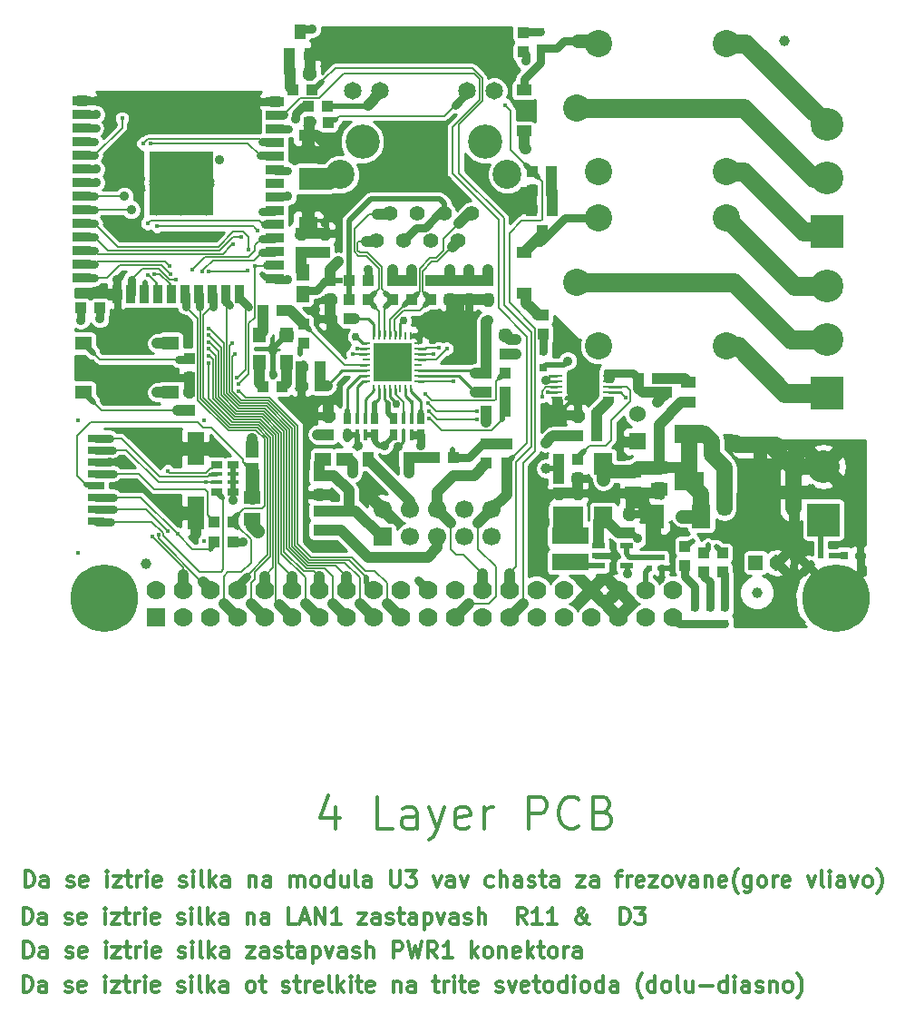
<source format=gbr>
G04 #@! TF.FileFunction,Copper,L1,Top,Signal*
%FSLAX46Y46*%
G04 Gerber Fmt 4.6, Leading zero omitted, Abs format (unit mm)*
G04 Created by KiCad (PCBNEW no-vcs-found-undefined) date Wed Nov  9 17:15:18 2016*
%MOMM*%
%LPD*%
G01*
G04 APERTURE LIST*
%ADD10C,0.100000*%
%ADD11C,0.300000*%
%ADD12C,3.200000*%
%ADD13C,1.650000*%
%ADD14C,2.700000*%
%ADD15C,1.410000*%
%ADD16C,1.300000*%
%ADD17C,2.000000*%
%ADD18R,6.000000X6.000000*%
%ADD19R,1.700000X0.900000*%
%ADD20R,0.900000X1.700000*%
%ADD21R,1.400000X1.400000*%
%ADD22C,1.400000*%
%ADD23R,1.524000X1.270000*%
%ADD24C,1.524000*%
%ADD25R,1.524000X1.524000*%
%ADD26R,1.016000X1.016000*%
%ADD27C,3.048000*%
%ADD28R,3.048000X3.048000*%
%ADD29R,1.200000X1.400000*%
%ADD30R,1.400000X1.000000*%
%ADD31R,1.778000X2.286000*%
%ADD32R,1.700000X2.000000*%
%ADD33R,1.000000X1.400000*%
%ADD34R,2.700000X1.800000*%
%ADD35C,1.000000*%
%ADD36R,3.500000X1.600000*%
%ADD37R,1.270000X1.524000*%
%ADD38R,0.800000X0.800000*%
%ADD39O,1.500000X4.500000*%
%ADD40O,4.500000X1.500000*%
%ADD41R,0.500000X0.550000*%
%ADD42R,0.550000X0.500000*%
%ADD43R,0.780000X0.500000*%
%ADD44C,2.540000*%
%ADD45R,1.016000X0.635000*%
%ADD46R,1.016000X0.381000*%
%ADD47R,0.381000X1.016000*%
%ADD48R,0.635000X1.016000*%
%ADD49R,1.000000X0.250000*%
%ADD50R,1.200000X0.550000*%
%ADD51R,0.800000X0.250000*%
%ADD52R,0.250000X0.800000*%
%ADD53R,1.422400X1.422400*%
%ADD54R,0.400000X0.400000*%
%ADD55R,3.600000X3.600000*%
%ADD56R,1.700000X1.700000*%
%ADD57C,1.700000*%
%ADD58C,6.300000*%
%ADD59C,1.200000*%
%ADD60C,1.778000*%
%ADD61R,1.778000X1.778000*%
%ADD62R,1.500000X0.800000*%
%ADD63C,0.400000*%
%ADD64R,1.500000X3.100000*%
%ADD65R,1.778000X1.016000*%
%ADD66C,0.900000*%
%ADD67C,0.750000*%
%ADD68C,0.450000*%
%ADD69C,0.762000*%
%ADD70C,1.270000*%
%ADD71C,0.254000*%
%ADD72C,1.016000*%
%ADD73C,0.508000*%
%ADD74C,1.524000*%
%ADD75C,0.127000*%
%ADD76C,1.778000*%
G04 APERTURE END LIST*
D10*
D11*
X65496857Y-157650571D02*
X65496857Y-156150571D01*
X65853999Y-156150571D01*
X66068285Y-156222000D01*
X66211142Y-156364857D01*
X66282571Y-156507714D01*
X66353999Y-156793428D01*
X66353999Y-157007714D01*
X66282571Y-157293428D01*
X66211142Y-157436285D01*
X66068285Y-157579142D01*
X65853999Y-157650571D01*
X65496857Y-157650571D01*
X67639714Y-157650571D02*
X67639714Y-156864857D01*
X67568285Y-156722000D01*
X67425428Y-156650571D01*
X67139714Y-156650571D01*
X66996857Y-156722000D01*
X67639714Y-157579142D02*
X67496857Y-157650571D01*
X67139714Y-157650571D01*
X66996857Y-157579142D01*
X66925428Y-157436285D01*
X66925428Y-157293428D01*
X66996857Y-157150571D01*
X67139714Y-157079142D01*
X67496857Y-157079142D01*
X67639714Y-157007714D01*
X69425428Y-157579142D02*
X69568285Y-157650571D01*
X69853999Y-157650571D01*
X69996857Y-157579142D01*
X70068285Y-157436285D01*
X70068285Y-157364857D01*
X69996857Y-157222000D01*
X69853999Y-157150571D01*
X69639714Y-157150571D01*
X69496857Y-157079142D01*
X69425428Y-156936285D01*
X69425428Y-156864857D01*
X69496857Y-156722000D01*
X69639714Y-156650571D01*
X69853999Y-156650571D01*
X69996857Y-156722000D01*
X71282571Y-157579142D02*
X71139714Y-157650571D01*
X70853999Y-157650571D01*
X70711142Y-157579142D01*
X70639714Y-157436285D01*
X70639714Y-156864857D01*
X70711142Y-156722000D01*
X70853999Y-156650571D01*
X71139714Y-156650571D01*
X71282571Y-156722000D01*
X71353999Y-156864857D01*
X71353999Y-157007714D01*
X70639714Y-157150571D01*
X73139714Y-157650571D02*
X73139714Y-156650571D01*
X73139714Y-156150571D02*
X73068285Y-156222000D01*
X73139714Y-156293428D01*
X73211142Y-156222000D01*
X73139714Y-156150571D01*
X73139714Y-156293428D01*
X73711142Y-156650571D02*
X74496857Y-156650571D01*
X73711142Y-157650571D01*
X74496857Y-157650571D01*
X74853999Y-156650571D02*
X75425428Y-156650571D01*
X75068285Y-156150571D02*
X75068285Y-157436285D01*
X75139714Y-157579142D01*
X75282571Y-157650571D01*
X75425428Y-157650571D01*
X75925428Y-157650571D02*
X75925428Y-156650571D01*
X75925428Y-156936285D02*
X75996857Y-156793428D01*
X76068285Y-156722000D01*
X76211142Y-156650571D01*
X76353999Y-156650571D01*
X76853999Y-157650571D02*
X76853999Y-156650571D01*
X76853999Y-156150571D02*
X76782571Y-156222000D01*
X76853999Y-156293428D01*
X76925428Y-156222000D01*
X76853999Y-156150571D01*
X76853999Y-156293428D01*
X78139714Y-157579142D02*
X77996857Y-157650571D01*
X77711142Y-157650571D01*
X77568285Y-157579142D01*
X77496857Y-157436285D01*
X77496857Y-156864857D01*
X77568285Y-156722000D01*
X77711142Y-156650571D01*
X77996857Y-156650571D01*
X78139714Y-156722000D01*
X78211142Y-156864857D01*
X78211142Y-157007714D01*
X77496857Y-157150571D01*
X79925428Y-157579142D02*
X80068285Y-157650571D01*
X80353999Y-157650571D01*
X80496857Y-157579142D01*
X80568285Y-157436285D01*
X80568285Y-157364857D01*
X80496857Y-157222000D01*
X80353999Y-157150571D01*
X80139714Y-157150571D01*
X79996857Y-157079142D01*
X79925428Y-156936285D01*
X79925428Y-156864857D01*
X79996857Y-156722000D01*
X80139714Y-156650571D01*
X80353999Y-156650571D01*
X80496857Y-156722000D01*
X81211142Y-157650571D02*
X81211142Y-156650571D01*
X81211142Y-156150571D02*
X81139714Y-156222000D01*
X81211142Y-156293428D01*
X81282571Y-156222000D01*
X81211142Y-156150571D01*
X81211142Y-156293428D01*
X82139714Y-157650571D02*
X81996857Y-157579142D01*
X81925428Y-157436285D01*
X81925428Y-156150571D01*
X82711142Y-157650571D02*
X82711142Y-156150571D01*
X82854000Y-157079142D02*
X83282571Y-157650571D01*
X83282571Y-156650571D02*
X82711142Y-157222000D01*
X84568285Y-157650571D02*
X84568285Y-156864857D01*
X84496857Y-156722000D01*
X84354000Y-156650571D01*
X84068285Y-156650571D01*
X83925428Y-156722000D01*
X84568285Y-157579142D02*
X84425428Y-157650571D01*
X84068285Y-157650571D01*
X83925428Y-157579142D01*
X83854000Y-157436285D01*
X83854000Y-157293428D01*
X83925428Y-157150571D01*
X84068285Y-157079142D01*
X84425428Y-157079142D01*
X84568285Y-157007714D01*
X86639714Y-157650571D02*
X86496857Y-157579142D01*
X86425428Y-157507714D01*
X86354000Y-157364857D01*
X86354000Y-156936285D01*
X86425428Y-156793428D01*
X86496857Y-156722000D01*
X86639714Y-156650571D01*
X86854000Y-156650571D01*
X86996857Y-156722000D01*
X87068285Y-156793428D01*
X87139714Y-156936285D01*
X87139714Y-157364857D01*
X87068285Y-157507714D01*
X86996857Y-157579142D01*
X86854000Y-157650571D01*
X86639714Y-157650571D01*
X87568285Y-156650571D02*
X88139714Y-156650571D01*
X87782571Y-156150571D02*
X87782571Y-157436285D01*
X87854000Y-157579142D01*
X87996857Y-157650571D01*
X88139714Y-157650571D01*
X89711142Y-157579142D02*
X89854000Y-157650571D01*
X90139714Y-157650571D01*
X90282571Y-157579142D01*
X90354000Y-157436285D01*
X90354000Y-157364857D01*
X90282571Y-157222000D01*
X90139714Y-157150571D01*
X89925428Y-157150571D01*
X89782571Y-157079142D01*
X89711142Y-156936285D01*
X89711142Y-156864857D01*
X89782571Y-156722000D01*
X89925428Y-156650571D01*
X90139714Y-156650571D01*
X90282571Y-156722000D01*
X90782571Y-156650571D02*
X91353999Y-156650571D01*
X90996857Y-156150571D02*
X90996857Y-157436285D01*
X91068285Y-157579142D01*
X91211142Y-157650571D01*
X91353999Y-157650571D01*
X91854000Y-157650571D02*
X91854000Y-156650571D01*
X91854000Y-156936285D02*
X91925428Y-156793428D01*
X91996857Y-156722000D01*
X92139714Y-156650571D01*
X92282571Y-156650571D01*
X93354000Y-157579142D02*
X93211142Y-157650571D01*
X92925428Y-157650571D01*
X92782571Y-157579142D01*
X92711142Y-157436285D01*
X92711142Y-156864857D01*
X92782571Y-156722000D01*
X92925428Y-156650571D01*
X93211142Y-156650571D01*
X93354000Y-156722000D01*
X93425428Y-156864857D01*
X93425428Y-157007714D01*
X92711142Y-157150571D01*
X94282571Y-157650571D02*
X94139714Y-157579142D01*
X94068285Y-157436285D01*
X94068285Y-156150571D01*
X94854000Y-157650571D02*
X94854000Y-156150571D01*
X94996857Y-157079142D02*
X95425428Y-157650571D01*
X95425428Y-156650571D02*
X94854000Y-157222000D01*
X96068285Y-157650571D02*
X96068285Y-156650571D01*
X96068285Y-156150571D02*
X95996857Y-156222000D01*
X96068285Y-156293428D01*
X96139714Y-156222000D01*
X96068285Y-156150571D01*
X96068285Y-156293428D01*
X96568285Y-156650571D02*
X97139714Y-156650571D01*
X96782571Y-156150571D02*
X96782571Y-157436285D01*
X96854000Y-157579142D01*
X96996857Y-157650571D01*
X97139714Y-157650571D01*
X98211142Y-157579142D02*
X98068285Y-157650571D01*
X97782571Y-157650571D01*
X97639714Y-157579142D01*
X97568285Y-157436285D01*
X97568285Y-156864857D01*
X97639714Y-156722000D01*
X97782571Y-156650571D01*
X98068285Y-156650571D01*
X98211142Y-156722000D01*
X98282571Y-156864857D01*
X98282571Y-157007714D01*
X97568285Y-157150571D01*
X100068285Y-156650571D02*
X100068285Y-157650571D01*
X100068285Y-156793428D02*
X100139714Y-156722000D01*
X100282571Y-156650571D01*
X100496857Y-156650571D01*
X100639714Y-156722000D01*
X100711142Y-156864857D01*
X100711142Y-157650571D01*
X102068285Y-157650571D02*
X102068285Y-156864857D01*
X101996857Y-156722000D01*
X101854000Y-156650571D01*
X101568285Y-156650571D01*
X101425428Y-156722000D01*
X102068285Y-157579142D02*
X101925428Y-157650571D01*
X101568285Y-157650571D01*
X101425428Y-157579142D01*
X101354000Y-157436285D01*
X101354000Y-157293428D01*
X101425428Y-157150571D01*
X101568285Y-157079142D01*
X101925428Y-157079142D01*
X102068285Y-157007714D01*
X103711142Y-156650571D02*
X104282571Y-156650571D01*
X103925428Y-156150571D02*
X103925428Y-157436285D01*
X103996857Y-157579142D01*
X104139714Y-157650571D01*
X104282571Y-157650571D01*
X104782571Y-157650571D02*
X104782571Y-156650571D01*
X104782571Y-156936285D02*
X104854000Y-156793428D01*
X104925428Y-156722000D01*
X105068285Y-156650571D01*
X105211142Y-156650571D01*
X105711142Y-157650571D02*
X105711142Y-156650571D01*
X105711142Y-156150571D02*
X105639714Y-156222000D01*
X105711142Y-156293428D01*
X105782571Y-156222000D01*
X105711142Y-156150571D01*
X105711142Y-156293428D01*
X106211142Y-156650571D02*
X106782571Y-156650571D01*
X106425428Y-156150571D02*
X106425428Y-157436285D01*
X106496857Y-157579142D01*
X106639714Y-157650571D01*
X106782571Y-157650571D01*
X107854000Y-157579142D02*
X107711142Y-157650571D01*
X107425428Y-157650571D01*
X107282571Y-157579142D01*
X107211142Y-157436285D01*
X107211142Y-156864857D01*
X107282571Y-156722000D01*
X107425428Y-156650571D01*
X107711142Y-156650571D01*
X107854000Y-156722000D01*
X107925428Y-156864857D01*
X107925428Y-157007714D01*
X107211142Y-157150571D01*
X109639714Y-157579142D02*
X109782571Y-157650571D01*
X110068285Y-157650571D01*
X110211142Y-157579142D01*
X110282571Y-157436285D01*
X110282571Y-157364857D01*
X110211142Y-157222000D01*
X110068285Y-157150571D01*
X109854000Y-157150571D01*
X109711142Y-157079142D01*
X109639714Y-156936285D01*
X109639714Y-156864857D01*
X109711142Y-156722000D01*
X109854000Y-156650571D01*
X110068285Y-156650571D01*
X110211142Y-156722000D01*
X110782571Y-156650571D02*
X111139714Y-157650571D01*
X111496857Y-156650571D01*
X112639714Y-157579142D02*
X112496857Y-157650571D01*
X112211142Y-157650571D01*
X112068285Y-157579142D01*
X111996857Y-157436285D01*
X111996857Y-156864857D01*
X112068285Y-156722000D01*
X112211142Y-156650571D01*
X112496857Y-156650571D01*
X112639714Y-156722000D01*
X112711142Y-156864857D01*
X112711142Y-157007714D01*
X111996857Y-157150571D01*
X113139714Y-156650571D02*
X113711142Y-156650571D01*
X113354000Y-156150571D02*
X113354000Y-157436285D01*
X113425428Y-157579142D01*
X113568285Y-157650571D01*
X113711142Y-157650571D01*
X114425428Y-157650571D02*
X114282571Y-157579142D01*
X114211142Y-157507714D01*
X114139714Y-157364857D01*
X114139714Y-156936285D01*
X114211142Y-156793428D01*
X114282571Y-156722000D01*
X114425428Y-156650571D01*
X114639714Y-156650571D01*
X114782571Y-156722000D01*
X114854000Y-156793428D01*
X114925428Y-156936285D01*
X114925428Y-157364857D01*
X114854000Y-157507714D01*
X114782571Y-157579142D01*
X114639714Y-157650571D01*
X114425428Y-157650571D01*
X116211142Y-157650571D02*
X116211142Y-156150571D01*
X116211142Y-157579142D02*
X116068285Y-157650571D01*
X115782571Y-157650571D01*
X115639714Y-157579142D01*
X115568285Y-157507714D01*
X115496857Y-157364857D01*
X115496857Y-156936285D01*
X115568285Y-156793428D01*
X115639714Y-156722000D01*
X115782571Y-156650571D01*
X116068285Y-156650571D01*
X116211142Y-156722000D01*
X116925428Y-157650571D02*
X116925428Y-156650571D01*
X116925428Y-156150571D02*
X116854000Y-156222000D01*
X116925428Y-156293428D01*
X116996857Y-156222000D01*
X116925428Y-156150571D01*
X116925428Y-156293428D01*
X117854000Y-157650571D02*
X117711142Y-157579142D01*
X117639714Y-157507714D01*
X117568285Y-157364857D01*
X117568285Y-156936285D01*
X117639714Y-156793428D01*
X117711142Y-156722000D01*
X117854000Y-156650571D01*
X118068285Y-156650571D01*
X118211142Y-156722000D01*
X118282571Y-156793428D01*
X118354000Y-156936285D01*
X118354000Y-157364857D01*
X118282571Y-157507714D01*
X118211142Y-157579142D01*
X118068285Y-157650571D01*
X117854000Y-157650571D01*
X119639714Y-157650571D02*
X119639714Y-156150571D01*
X119639714Y-157579142D02*
X119496857Y-157650571D01*
X119211142Y-157650571D01*
X119068285Y-157579142D01*
X118996857Y-157507714D01*
X118925428Y-157364857D01*
X118925428Y-156936285D01*
X118996857Y-156793428D01*
X119068285Y-156722000D01*
X119211142Y-156650571D01*
X119496857Y-156650571D01*
X119639714Y-156722000D01*
X120996857Y-157650571D02*
X120996857Y-156864857D01*
X120925428Y-156722000D01*
X120782571Y-156650571D01*
X120496857Y-156650571D01*
X120354000Y-156722000D01*
X120996857Y-157579142D02*
X120854000Y-157650571D01*
X120496857Y-157650571D01*
X120354000Y-157579142D01*
X120282571Y-157436285D01*
X120282571Y-157293428D01*
X120354000Y-157150571D01*
X120496857Y-157079142D01*
X120854000Y-157079142D01*
X120996857Y-157007714D01*
X123282571Y-158222000D02*
X123211142Y-158150571D01*
X123068285Y-157936285D01*
X122996857Y-157793428D01*
X122925428Y-157579142D01*
X122854000Y-157222000D01*
X122854000Y-156936285D01*
X122925428Y-156579142D01*
X122996857Y-156364857D01*
X123068285Y-156222000D01*
X123211142Y-156007714D01*
X123282571Y-155936285D01*
X124496857Y-157650571D02*
X124496857Y-156150571D01*
X124496857Y-157579142D02*
X124354000Y-157650571D01*
X124068285Y-157650571D01*
X123925428Y-157579142D01*
X123854000Y-157507714D01*
X123782571Y-157364857D01*
X123782571Y-156936285D01*
X123854000Y-156793428D01*
X123925428Y-156722000D01*
X124068285Y-156650571D01*
X124354000Y-156650571D01*
X124496857Y-156722000D01*
X125425428Y-157650571D02*
X125282571Y-157579142D01*
X125211142Y-157507714D01*
X125139714Y-157364857D01*
X125139714Y-156936285D01*
X125211142Y-156793428D01*
X125282571Y-156722000D01*
X125425428Y-156650571D01*
X125639714Y-156650571D01*
X125782571Y-156722000D01*
X125854000Y-156793428D01*
X125925428Y-156936285D01*
X125925428Y-157364857D01*
X125854000Y-157507714D01*
X125782571Y-157579142D01*
X125639714Y-157650571D01*
X125425428Y-157650571D01*
X126782571Y-157650571D02*
X126639714Y-157579142D01*
X126568285Y-157436285D01*
X126568285Y-156150571D01*
X127996857Y-156650571D02*
X127996857Y-157650571D01*
X127354000Y-156650571D02*
X127354000Y-157436285D01*
X127425428Y-157579142D01*
X127568285Y-157650571D01*
X127782571Y-157650571D01*
X127925428Y-157579142D01*
X127996857Y-157507714D01*
X128711142Y-157079142D02*
X129854000Y-157079142D01*
X131211142Y-157650571D02*
X131211142Y-156150571D01*
X131211142Y-157579142D02*
X131068285Y-157650571D01*
X130782571Y-157650571D01*
X130639714Y-157579142D01*
X130568285Y-157507714D01*
X130496857Y-157364857D01*
X130496857Y-156936285D01*
X130568285Y-156793428D01*
X130639714Y-156722000D01*
X130782571Y-156650571D01*
X131068285Y-156650571D01*
X131211142Y-156722000D01*
X131925428Y-157650571D02*
X131925428Y-156650571D01*
X131925428Y-156150571D02*
X131854000Y-156222000D01*
X131925428Y-156293428D01*
X131996857Y-156222000D01*
X131925428Y-156150571D01*
X131925428Y-156293428D01*
X133282571Y-157650571D02*
X133282571Y-156864857D01*
X133211142Y-156722000D01*
X133068285Y-156650571D01*
X132782571Y-156650571D01*
X132639714Y-156722000D01*
X133282571Y-157579142D02*
X133139714Y-157650571D01*
X132782571Y-157650571D01*
X132639714Y-157579142D01*
X132568285Y-157436285D01*
X132568285Y-157293428D01*
X132639714Y-157150571D01*
X132782571Y-157079142D01*
X133139714Y-157079142D01*
X133282571Y-157007714D01*
X133925428Y-157579142D02*
X134068285Y-157650571D01*
X134354000Y-157650571D01*
X134496857Y-157579142D01*
X134568285Y-157436285D01*
X134568285Y-157364857D01*
X134496857Y-157222000D01*
X134354000Y-157150571D01*
X134139714Y-157150571D01*
X133996857Y-157079142D01*
X133925428Y-156936285D01*
X133925428Y-156864857D01*
X133996857Y-156722000D01*
X134139714Y-156650571D01*
X134354000Y-156650571D01*
X134496857Y-156722000D01*
X135211142Y-156650571D02*
X135211142Y-157650571D01*
X135211142Y-156793428D02*
X135282571Y-156722000D01*
X135425428Y-156650571D01*
X135639714Y-156650571D01*
X135782571Y-156722000D01*
X135854000Y-156864857D01*
X135854000Y-157650571D01*
X136782571Y-157650571D02*
X136639714Y-157579142D01*
X136568285Y-157507714D01*
X136496857Y-157364857D01*
X136496857Y-156936285D01*
X136568285Y-156793428D01*
X136639714Y-156722000D01*
X136782571Y-156650571D01*
X136996857Y-156650571D01*
X137139714Y-156722000D01*
X137211142Y-156793428D01*
X137282571Y-156936285D01*
X137282571Y-157364857D01*
X137211142Y-157507714D01*
X137139714Y-157579142D01*
X136996857Y-157650571D01*
X136782571Y-157650571D01*
X137782571Y-158222000D02*
X137853999Y-158150571D01*
X137996857Y-157936285D01*
X138068285Y-157793428D01*
X138139714Y-157579142D01*
X138211142Y-157222000D01*
X138211142Y-156936285D01*
X138139714Y-156579142D01*
X138068285Y-156364857D01*
X137996857Y-156222000D01*
X137853999Y-156007714D01*
X137782571Y-155936285D01*
X65566999Y-154475571D02*
X65566999Y-152975571D01*
X65924142Y-152975571D01*
X66138428Y-153047000D01*
X66281285Y-153189857D01*
X66352714Y-153332714D01*
X66424142Y-153618428D01*
X66424142Y-153832714D01*
X66352714Y-154118428D01*
X66281285Y-154261285D01*
X66138428Y-154404142D01*
X65924142Y-154475571D01*
X65566999Y-154475571D01*
X67709857Y-154475571D02*
X67709857Y-153689857D01*
X67638428Y-153547000D01*
X67495571Y-153475571D01*
X67209857Y-153475571D01*
X67066999Y-153547000D01*
X67709857Y-154404142D02*
X67566999Y-154475571D01*
X67209857Y-154475571D01*
X67066999Y-154404142D01*
X66995571Y-154261285D01*
X66995571Y-154118428D01*
X67066999Y-153975571D01*
X67209857Y-153904142D01*
X67566999Y-153904142D01*
X67709857Y-153832714D01*
X69495571Y-154404142D02*
X69638428Y-154475571D01*
X69924142Y-154475571D01*
X70066999Y-154404142D01*
X70138428Y-154261285D01*
X70138428Y-154189857D01*
X70066999Y-154047000D01*
X69924142Y-153975571D01*
X69709857Y-153975571D01*
X69566999Y-153904142D01*
X69495571Y-153761285D01*
X69495571Y-153689857D01*
X69566999Y-153547000D01*
X69709857Y-153475571D01*
X69924142Y-153475571D01*
X70066999Y-153547000D01*
X71352714Y-154404142D02*
X71209857Y-154475571D01*
X70924142Y-154475571D01*
X70781285Y-154404142D01*
X70709857Y-154261285D01*
X70709857Y-153689857D01*
X70781285Y-153547000D01*
X70924142Y-153475571D01*
X71209857Y-153475571D01*
X71352714Y-153547000D01*
X71424142Y-153689857D01*
X71424142Y-153832714D01*
X70709857Y-153975571D01*
X73209857Y-154475571D02*
X73209857Y-153475571D01*
X73209857Y-152975571D02*
X73138428Y-153047000D01*
X73209857Y-153118428D01*
X73281285Y-153047000D01*
X73209857Y-152975571D01*
X73209857Y-153118428D01*
X73781285Y-153475571D02*
X74566999Y-153475571D01*
X73781285Y-154475571D01*
X74566999Y-154475571D01*
X74924142Y-153475571D02*
X75495571Y-153475571D01*
X75138428Y-152975571D02*
X75138428Y-154261285D01*
X75209857Y-154404142D01*
X75352714Y-154475571D01*
X75495571Y-154475571D01*
X75995571Y-154475571D02*
X75995571Y-153475571D01*
X75995571Y-153761285D02*
X76066999Y-153618428D01*
X76138428Y-153547000D01*
X76281285Y-153475571D01*
X76424142Y-153475571D01*
X76924142Y-154475571D02*
X76924142Y-153475571D01*
X76924142Y-152975571D02*
X76852714Y-153047000D01*
X76924142Y-153118428D01*
X76995571Y-153047000D01*
X76924142Y-152975571D01*
X76924142Y-153118428D01*
X78209857Y-154404142D02*
X78066999Y-154475571D01*
X77781285Y-154475571D01*
X77638428Y-154404142D01*
X77566999Y-154261285D01*
X77566999Y-153689857D01*
X77638428Y-153547000D01*
X77781285Y-153475571D01*
X78066999Y-153475571D01*
X78209857Y-153547000D01*
X78281285Y-153689857D01*
X78281285Y-153832714D01*
X77566999Y-153975571D01*
X79995571Y-154404142D02*
X80138428Y-154475571D01*
X80424142Y-154475571D01*
X80566999Y-154404142D01*
X80638428Y-154261285D01*
X80638428Y-154189857D01*
X80566999Y-154047000D01*
X80424142Y-153975571D01*
X80209857Y-153975571D01*
X80066999Y-153904142D01*
X79995571Y-153761285D01*
X79995571Y-153689857D01*
X80066999Y-153547000D01*
X80209857Y-153475571D01*
X80424142Y-153475571D01*
X80566999Y-153547000D01*
X81281285Y-154475571D02*
X81281285Y-153475571D01*
X81281285Y-152975571D02*
X81209857Y-153047000D01*
X81281285Y-153118428D01*
X81352714Y-153047000D01*
X81281285Y-152975571D01*
X81281285Y-153118428D01*
X82209857Y-154475571D02*
X82067000Y-154404142D01*
X81995571Y-154261285D01*
X81995571Y-152975571D01*
X82781285Y-154475571D02*
X82781285Y-152975571D01*
X82924142Y-153904142D02*
X83352714Y-154475571D01*
X83352714Y-153475571D02*
X82781285Y-154047000D01*
X84638428Y-154475571D02*
X84638428Y-153689857D01*
X84567000Y-153547000D01*
X84424142Y-153475571D01*
X84138428Y-153475571D01*
X83995571Y-153547000D01*
X84638428Y-154404142D02*
X84495571Y-154475571D01*
X84138428Y-154475571D01*
X83995571Y-154404142D01*
X83924142Y-154261285D01*
X83924142Y-154118428D01*
X83995571Y-153975571D01*
X84138428Y-153904142D01*
X84495571Y-153904142D01*
X84638428Y-153832714D01*
X86352714Y-153475571D02*
X87138428Y-153475571D01*
X86352714Y-154475571D01*
X87138428Y-154475571D01*
X88352714Y-154475571D02*
X88352714Y-153689857D01*
X88281285Y-153547000D01*
X88138428Y-153475571D01*
X87852714Y-153475571D01*
X87709857Y-153547000D01*
X88352714Y-154404142D02*
X88209857Y-154475571D01*
X87852714Y-154475571D01*
X87709857Y-154404142D01*
X87638428Y-154261285D01*
X87638428Y-154118428D01*
X87709857Y-153975571D01*
X87852714Y-153904142D01*
X88209857Y-153904142D01*
X88352714Y-153832714D01*
X88995571Y-154404142D02*
X89138428Y-154475571D01*
X89424142Y-154475571D01*
X89567000Y-154404142D01*
X89638428Y-154261285D01*
X89638428Y-154189857D01*
X89567000Y-154047000D01*
X89424142Y-153975571D01*
X89209857Y-153975571D01*
X89067000Y-153904142D01*
X88995571Y-153761285D01*
X88995571Y-153689857D01*
X89067000Y-153547000D01*
X89209857Y-153475571D01*
X89424142Y-153475571D01*
X89567000Y-153547000D01*
X90066999Y-153475571D02*
X90638428Y-153475571D01*
X90281285Y-152975571D02*
X90281285Y-154261285D01*
X90352714Y-154404142D01*
X90495571Y-154475571D01*
X90638428Y-154475571D01*
X91781285Y-154475571D02*
X91781285Y-153689857D01*
X91709857Y-153547000D01*
X91567000Y-153475571D01*
X91281285Y-153475571D01*
X91138428Y-153547000D01*
X91781285Y-154404142D02*
X91638428Y-154475571D01*
X91281285Y-154475571D01*
X91138428Y-154404142D01*
X91067000Y-154261285D01*
X91067000Y-154118428D01*
X91138428Y-153975571D01*
X91281285Y-153904142D01*
X91638428Y-153904142D01*
X91781285Y-153832714D01*
X92495571Y-153475571D02*
X92495571Y-154975571D01*
X92495571Y-153547000D02*
X92638428Y-153475571D01*
X92924142Y-153475571D01*
X93067000Y-153547000D01*
X93138428Y-153618428D01*
X93209857Y-153761285D01*
X93209857Y-154189857D01*
X93138428Y-154332714D01*
X93067000Y-154404142D01*
X92924142Y-154475571D01*
X92638428Y-154475571D01*
X92495571Y-154404142D01*
X93709857Y-153475571D02*
X94067000Y-154475571D01*
X94424142Y-153475571D01*
X95638428Y-154475571D02*
X95638428Y-153689857D01*
X95567000Y-153547000D01*
X95424142Y-153475571D01*
X95138428Y-153475571D01*
X94995571Y-153547000D01*
X95638428Y-154404142D02*
X95495571Y-154475571D01*
X95138428Y-154475571D01*
X94995571Y-154404142D01*
X94924142Y-154261285D01*
X94924142Y-154118428D01*
X94995571Y-153975571D01*
X95138428Y-153904142D01*
X95495571Y-153904142D01*
X95638428Y-153832714D01*
X96281285Y-154404142D02*
X96424142Y-154475571D01*
X96709857Y-154475571D01*
X96852714Y-154404142D01*
X96924142Y-154261285D01*
X96924142Y-154189857D01*
X96852714Y-154047000D01*
X96709857Y-153975571D01*
X96495571Y-153975571D01*
X96352714Y-153904142D01*
X96281285Y-153761285D01*
X96281285Y-153689857D01*
X96352714Y-153547000D01*
X96495571Y-153475571D01*
X96709857Y-153475571D01*
X96852714Y-153547000D01*
X97567000Y-154475571D02*
X97567000Y-152975571D01*
X98209857Y-154475571D02*
X98209857Y-153689857D01*
X98138428Y-153547000D01*
X97995571Y-153475571D01*
X97781285Y-153475571D01*
X97638428Y-153547000D01*
X97567000Y-153618428D01*
X100067000Y-154475571D02*
X100067000Y-152975571D01*
X100638428Y-152975571D01*
X100781285Y-153047000D01*
X100852714Y-153118428D01*
X100924142Y-153261285D01*
X100924142Y-153475571D01*
X100852714Y-153618428D01*
X100781285Y-153689857D01*
X100638428Y-153761285D01*
X100067000Y-153761285D01*
X101424142Y-152975571D02*
X101781285Y-154475571D01*
X102067000Y-153404142D01*
X102352714Y-154475571D01*
X102709857Y-152975571D01*
X104138428Y-154475571D02*
X103638428Y-153761285D01*
X103281285Y-154475571D02*
X103281285Y-152975571D01*
X103852714Y-152975571D01*
X103995571Y-153047000D01*
X104067000Y-153118428D01*
X104138428Y-153261285D01*
X104138428Y-153475571D01*
X104067000Y-153618428D01*
X103995571Y-153689857D01*
X103852714Y-153761285D01*
X103281285Y-153761285D01*
X105567000Y-154475571D02*
X104709857Y-154475571D01*
X105138428Y-154475571D02*
X105138428Y-152975571D01*
X104995571Y-153189857D01*
X104852714Y-153332714D01*
X104709857Y-153404142D01*
X107352714Y-154475571D02*
X107352714Y-152975571D01*
X107495571Y-153904142D02*
X107924142Y-154475571D01*
X107924142Y-153475571D02*
X107352714Y-154047000D01*
X108781285Y-154475571D02*
X108638428Y-154404142D01*
X108567000Y-154332714D01*
X108495571Y-154189857D01*
X108495571Y-153761285D01*
X108567000Y-153618428D01*
X108638428Y-153547000D01*
X108781285Y-153475571D01*
X108995571Y-153475571D01*
X109138428Y-153547000D01*
X109209857Y-153618428D01*
X109281285Y-153761285D01*
X109281285Y-154189857D01*
X109209857Y-154332714D01*
X109138428Y-154404142D01*
X108995571Y-154475571D01*
X108781285Y-154475571D01*
X109924142Y-153475571D02*
X109924142Y-154475571D01*
X109924142Y-153618428D02*
X109995571Y-153547000D01*
X110138428Y-153475571D01*
X110352714Y-153475571D01*
X110495571Y-153547000D01*
X110567000Y-153689857D01*
X110567000Y-154475571D01*
X111852714Y-154404142D02*
X111709857Y-154475571D01*
X111424142Y-154475571D01*
X111281285Y-154404142D01*
X111209857Y-154261285D01*
X111209857Y-153689857D01*
X111281285Y-153547000D01*
X111424142Y-153475571D01*
X111709857Y-153475571D01*
X111852714Y-153547000D01*
X111924142Y-153689857D01*
X111924142Y-153832714D01*
X111209857Y-153975571D01*
X112567000Y-154475571D02*
X112567000Y-152975571D01*
X112709857Y-153904142D02*
X113138428Y-154475571D01*
X113138428Y-153475571D02*
X112567000Y-154047000D01*
X113567000Y-153475571D02*
X114138428Y-153475571D01*
X113781285Y-152975571D02*
X113781285Y-154261285D01*
X113852714Y-154404142D01*
X113995571Y-154475571D01*
X114138428Y-154475571D01*
X114852714Y-154475571D02*
X114709857Y-154404142D01*
X114638428Y-154332714D01*
X114567000Y-154189857D01*
X114567000Y-153761285D01*
X114638428Y-153618428D01*
X114709857Y-153547000D01*
X114852714Y-153475571D01*
X115067000Y-153475571D01*
X115209857Y-153547000D01*
X115281285Y-153618428D01*
X115352714Y-153761285D01*
X115352714Y-154189857D01*
X115281285Y-154332714D01*
X115209857Y-154404142D01*
X115067000Y-154475571D01*
X114852714Y-154475571D01*
X115995571Y-154475571D02*
X115995571Y-153475571D01*
X115995571Y-153761285D02*
X116067000Y-153618428D01*
X116138428Y-153547000D01*
X116281285Y-153475571D01*
X116424142Y-153475571D01*
X117567000Y-154475571D02*
X117567000Y-153689857D01*
X117495571Y-153547000D01*
X117352714Y-153475571D01*
X117067000Y-153475571D01*
X116924142Y-153547000D01*
X117567000Y-154404142D02*
X117424142Y-154475571D01*
X117067000Y-154475571D01*
X116924142Y-154404142D01*
X116852714Y-154261285D01*
X116852714Y-154118428D01*
X116924142Y-153975571D01*
X117067000Y-153904142D01*
X117424142Y-153904142D01*
X117567000Y-153832714D01*
X65488000Y-151300571D02*
X65488000Y-149800571D01*
X65845142Y-149800571D01*
X66059428Y-149872000D01*
X66202285Y-150014857D01*
X66273714Y-150157714D01*
X66345142Y-150443428D01*
X66345142Y-150657714D01*
X66273714Y-150943428D01*
X66202285Y-151086285D01*
X66059428Y-151229142D01*
X65845142Y-151300571D01*
X65488000Y-151300571D01*
X67630857Y-151300571D02*
X67630857Y-150514857D01*
X67559428Y-150372000D01*
X67416571Y-150300571D01*
X67130857Y-150300571D01*
X66988000Y-150372000D01*
X67630857Y-151229142D02*
X67488000Y-151300571D01*
X67130857Y-151300571D01*
X66988000Y-151229142D01*
X66916571Y-151086285D01*
X66916571Y-150943428D01*
X66988000Y-150800571D01*
X67130857Y-150729142D01*
X67488000Y-150729142D01*
X67630857Y-150657714D01*
X69416571Y-151229142D02*
X69559428Y-151300571D01*
X69845142Y-151300571D01*
X69988000Y-151229142D01*
X70059428Y-151086285D01*
X70059428Y-151014857D01*
X69988000Y-150872000D01*
X69845142Y-150800571D01*
X69630857Y-150800571D01*
X69488000Y-150729142D01*
X69416571Y-150586285D01*
X69416571Y-150514857D01*
X69488000Y-150372000D01*
X69630857Y-150300571D01*
X69845142Y-150300571D01*
X69988000Y-150372000D01*
X71273714Y-151229142D02*
X71130857Y-151300571D01*
X70845142Y-151300571D01*
X70702285Y-151229142D01*
X70630857Y-151086285D01*
X70630857Y-150514857D01*
X70702285Y-150372000D01*
X70845142Y-150300571D01*
X71130857Y-150300571D01*
X71273714Y-150372000D01*
X71345142Y-150514857D01*
X71345142Y-150657714D01*
X70630857Y-150800571D01*
X73130857Y-151300571D02*
X73130857Y-150300571D01*
X73130857Y-149800571D02*
X73059428Y-149872000D01*
X73130857Y-149943428D01*
X73202285Y-149872000D01*
X73130857Y-149800571D01*
X73130857Y-149943428D01*
X73702285Y-150300571D02*
X74488000Y-150300571D01*
X73702285Y-151300571D01*
X74488000Y-151300571D01*
X74845142Y-150300571D02*
X75416571Y-150300571D01*
X75059428Y-149800571D02*
X75059428Y-151086285D01*
X75130857Y-151229142D01*
X75273714Y-151300571D01*
X75416571Y-151300571D01*
X75916571Y-151300571D02*
X75916571Y-150300571D01*
X75916571Y-150586285D02*
X75988000Y-150443428D01*
X76059428Y-150372000D01*
X76202285Y-150300571D01*
X76345142Y-150300571D01*
X76845142Y-151300571D02*
X76845142Y-150300571D01*
X76845142Y-149800571D02*
X76773714Y-149872000D01*
X76845142Y-149943428D01*
X76916571Y-149872000D01*
X76845142Y-149800571D01*
X76845142Y-149943428D01*
X78130857Y-151229142D02*
X77988000Y-151300571D01*
X77702285Y-151300571D01*
X77559428Y-151229142D01*
X77488000Y-151086285D01*
X77488000Y-150514857D01*
X77559428Y-150372000D01*
X77702285Y-150300571D01*
X77988000Y-150300571D01*
X78130857Y-150372000D01*
X78202285Y-150514857D01*
X78202285Y-150657714D01*
X77488000Y-150800571D01*
X79916571Y-151229142D02*
X80059428Y-151300571D01*
X80345142Y-151300571D01*
X80488000Y-151229142D01*
X80559428Y-151086285D01*
X80559428Y-151014857D01*
X80488000Y-150872000D01*
X80345142Y-150800571D01*
X80130857Y-150800571D01*
X79988000Y-150729142D01*
X79916571Y-150586285D01*
X79916571Y-150514857D01*
X79988000Y-150372000D01*
X80130857Y-150300571D01*
X80345142Y-150300571D01*
X80488000Y-150372000D01*
X81202285Y-151300571D02*
X81202285Y-150300571D01*
X81202285Y-149800571D02*
X81130857Y-149872000D01*
X81202285Y-149943428D01*
X81273714Y-149872000D01*
X81202285Y-149800571D01*
X81202285Y-149943428D01*
X82130857Y-151300571D02*
X81988000Y-151229142D01*
X81916571Y-151086285D01*
X81916571Y-149800571D01*
X82702285Y-151300571D02*
X82702285Y-149800571D01*
X82845142Y-150729142D02*
X83273714Y-151300571D01*
X83273714Y-150300571D02*
X82702285Y-150872000D01*
X84559428Y-151300571D02*
X84559428Y-150514857D01*
X84488000Y-150372000D01*
X84345142Y-150300571D01*
X84059428Y-150300571D01*
X83916571Y-150372000D01*
X84559428Y-151229142D02*
X84416571Y-151300571D01*
X84059428Y-151300571D01*
X83916571Y-151229142D01*
X83845142Y-151086285D01*
X83845142Y-150943428D01*
X83916571Y-150800571D01*
X84059428Y-150729142D01*
X84416571Y-150729142D01*
X84559428Y-150657714D01*
X86416571Y-150300571D02*
X86416571Y-151300571D01*
X86416571Y-150443428D02*
X86488000Y-150372000D01*
X86630857Y-150300571D01*
X86845142Y-150300571D01*
X86988000Y-150372000D01*
X87059428Y-150514857D01*
X87059428Y-151300571D01*
X88416571Y-151300571D02*
X88416571Y-150514857D01*
X88345142Y-150372000D01*
X88202285Y-150300571D01*
X87916571Y-150300571D01*
X87773714Y-150372000D01*
X88416571Y-151229142D02*
X88273714Y-151300571D01*
X87916571Y-151300571D01*
X87773714Y-151229142D01*
X87702285Y-151086285D01*
X87702285Y-150943428D01*
X87773714Y-150800571D01*
X87916571Y-150729142D01*
X88273714Y-150729142D01*
X88416571Y-150657714D01*
X90988000Y-151300571D02*
X90273714Y-151300571D01*
X90273714Y-149800571D01*
X91416571Y-150872000D02*
X92130857Y-150872000D01*
X91273714Y-151300571D02*
X91773714Y-149800571D01*
X92273714Y-151300571D01*
X92773714Y-151300571D02*
X92773714Y-149800571D01*
X93630857Y-151300571D01*
X93630857Y-149800571D01*
X95130857Y-151300571D02*
X94273714Y-151300571D01*
X94702285Y-151300571D02*
X94702285Y-149800571D01*
X94559428Y-150014857D01*
X94416571Y-150157714D01*
X94273714Y-150229142D01*
X96773714Y-150300571D02*
X97559428Y-150300571D01*
X96773714Y-151300571D01*
X97559428Y-151300571D01*
X98773714Y-151300571D02*
X98773714Y-150514857D01*
X98702285Y-150372000D01*
X98559428Y-150300571D01*
X98273714Y-150300571D01*
X98130857Y-150372000D01*
X98773714Y-151229142D02*
X98630857Y-151300571D01*
X98273714Y-151300571D01*
X98130857Y-151229142D01*
X98059428Y-151086285D01*
X98059428Y-150943428D01*
X98130857Y-150800571D01*
X98273714Y-150729142D01*
X98630857Y-150729142D01*
X98773714Y-150657714D01*
X99416571Y-151229142D02*
X99559428Y-151300571D01*
X99845142Y-151300571D01*
X99988000Y-151229142D01*
X100059428Y-151086285D01*
X100059428Y-151014857D01*
X99988000Y-150872000D01*
X99845142Y-150800571D01*
X99630857Y-150800571D01*
X99488000Y-150729142D01*
X99416571Y-150586285D01*
X99416571Y-150514857D01*
X99488000Y-150372000D01*
X99630857Y-150300571D01*
X99845142Y-150300571D01*
X99988000Y-150372000D01*
X100488000Y-150300571D02*
X101059428Y-150300571D01*
X100702285Y-149800571D02*
X100702285Y-151086285D01*
X100773714Y-151229142D01*
X100916571Y-151300571D01*
X101059428Y-151300571D01*
X102202285Y-151300571D02*
X102202285Y-150514857D01*
X102130857Y-150372000D01*
X101988000Y-150300571D01*
X101702285Y-150300571D01*
X101559428Y-150372000D01*
X102202285Y-151229142D02*
X102059428Y-151300571D01*
X101702285Y-151300571D01*
X101559428Y-151229142D01*
X101488000Y-151086285D01*
X101488000Y-150943428D01*
X101559428Y-150800571D01*
X101702285Y-150729142D01*
X102059428Y-150729142D01*
X102202285Y-150657714D01*
X102916571Y-150300571D02*
X102916571Y-151800571D01*
X102916571Y-150372000D02*
X103059428Y-150300571D01*
X103345142Y-150300571D01*
X103488000Y-150372000D01*
X103559428Y-150443428D01*
X103630857Y-150586285D01*
X103630857Y-151014857D01*
X103559428Y-151157714D01*
X103488000Y-151229142D01*
X103345142Y-151300571D01*
X103059428Y-151300571D01*
X102916571Y-151229142D01*
X104130857Y-150300571D02*
X104488000Y-151300571D01*
X104845142Y-150300571D01*
X106059428Y-151300571D02*
X106059428Y-150514857D01*
X105988000Y-150372000D01*
X105845142Y-150300571D01*
X105559428Y-150300571D01*
X105416571Y-150372000D01*
X106059428Y-151229142D02*
X105916571Y-151300571D01*
X105559428Y-151300571D01*
X105416571Y-151229142D01*
X105345142Y-151086285D01*
X105345142Y-150943428D01*
X105416571Y-150800571D01*
X105559428Y-150729142D01*
X105916571Y-150729142D01*
X106059428Y-150657714D01*
X106702285Y-151229142D02*
X106845142Y-151300571D01*
X107130857Y-151300571D01*
X107273714Y-151229142D01*
X107345142Y-151086285D01*
X107345142Y-151014857D01*
X107273714Y-150872000D01*
X107130857Y-150800571D01*
X106916571Y-150800571D01*
X106773714Y-150729142D01*
X106702285Y-150586285D01*
X106702285Y-150514857D01*
X106773714Y-150372000D01*
X106916571Y-150300571D01*
X107130857Y-150300571D01*
X107273714Y-150372000D01*
X107988000Y-151300571D02*
X107988000Y-149800571D01*
X108630857Y-151300571D02*
X108630857Y-150514857D01*
X108559428Y-150372000D01*
X108416571Y-150300571D01*
X108202285Y-150300571D01*
X108059428Y-150372000D01*
X107988000Y-150443428D01*
X112488000Y-151300571D02*
X111988000Y-150586285D01*
X111630857Y-151300571D02*
X111630857Y-149800571D01*
X112202285Y-149800571D01*
X112345142Y-149872000D01*
X112416571Y-149943428D01*
X112488000Y-150086285D01*
X112488000Y-150300571D01*
X112416571Y-150443428D01*
X112345142Y-150514857D01*
X112202285Y-150586285D01*
X111630857Y-150586285D01*
X113916571Y-151300571D02*
X113059428Y-151300571D01*
X113488000Y-151300571D02*
X113488000Y-149800571D01*
X113345142Y-150014857D01*
X113202285Y-150157714D01*
X113059428Y-150229142D01*
X115345142Y-151300571D02*
X114488000Y-151300571D01*
X114916571Y-151300571D02*
X114916571Y-149800571D01*
X114773714Y-150014857D01*
X114630857Y-150157714D01*
X114488000Y-150229142D01*
X118345142Y-151300571D02*
X118273714Y-151300571D01*
X118130857Y-151229142D01*
X117916571Y-151014857D01*
X117559428Y-150586285D01*
X117416571Y-150372000D01*
X117345142Y-150157714D01*
X117345142Y-150014857D01*
X117416571Y-149872000D01*
X117559428Y-149800571D01*
X117630857Y-149800571D01*
X117773714Y-149872000D01*
X117845142Y-150014857D01*
X117845142Y-150086285D01*
X117773714Y-150229142D01*
X117702285Y-150300571D01*
X117273714Y-150586285D01*
X117202285Y-150657714D01*
X117130857Y-150800571D01*
X117130857Y-151014857D01*
X117202285Y-151157714D01*
X117273714Y-151229142D01*
X117416571Y-151300571D01*
X117630857Y-151300571D01*
X117773714Y-151229142D01*
X117845142Y-151157714D01*
X118059428Y-150872000D01*
X118130857Y-150657714D01*
X118130857Y-150514857D01*
X121273714Y-151300571D02*
X121273714Y-149800571D01*
X121630857Y-149800571D01*
X121845142Y-149872000D01*
X121988000Y-150014857D01*
X122059428Y-150157714D01*
X122130857Y-150443428D01*
X122130857Y-150657714D01*
X122059428Y-150943428D01*
X121988000Y-151086285D01*
X121845142Y-151229142D01*
X121630857Y-151300571D01*
X121273714Y-151300571D01*
X122630857Y-149800571D02*
X123559428Y-149800571D01*
X123059428Y-150372000D01*
X123273714Y-150372000D01*
X123416571Y-150443428D01*
X123488000Y-150514857D01*
X123559428Y-150657714D01*
X123559428Y-151014857D01*
X123488000Y-151157714D01*
X123416571Y-151229142D01*
X123273714Y-151300571D01*
X122845142Y-151300571D01*
X122702285Y-151229142D01*
X122630857Y-151157714D01*
X65664000Y-147871571D02*
X65664000Y-146371571D01*
X66021142Y-146371571D01*
X66235428Y-146443000D01*
X66378285Y-146585857D01*
X66449714Y-146728714D01*
X66521142Y-147014428D01*
X66521142Y-147228714D01*
X66449714Y-147514428D01*
X66378285Y-147657285D01*
X66235428Y-147800142D01*
X66021142Y-147871571D01*
X65664000Y-147871571D01*
X67806857Y-147871571D02*
X67806857Y-147085857D01*
X67735428Y-146943000D01*
X67592571Y-146871571D01*
X67306857Y-146871571D01*
X67164000Y-146943000D01*
X67806857Y-147800142D02*
X67664000Y-147871571D01*
X67306857Y-147871571D01*
X67164000Y-147800142D01*
X67092571Y-147657285D01*
X67092571Y-147514428D01*
X67164000Y-147371571D01*
X67306857Y-147300142D01*
X67664000Y-147300142D01*
X67806857Y-147228714D01*
X69592571Y-147800142D02*
X69735428Y-147871571D01*
X70021142Y-147871571D01*
X70164000Y-147800142D01*
X70235428Y-147657285D01*
X70235428Y-147585857D01*
X70164000Y-147443000D01*
X70021142Y-147371571D01*
X69806857Y-147371571D01*
X69664000Y-147300142D01*
X69592571Y-147157285D01*
X69592571Y-147085857D01*
X69664000Y-146943000D01*
X69806857Y-146871571D01*
X70021142Y-146871571D01*
X70164000Y-146943000D01*
X71449714Y-147800142D02*
X71306857Y-147871571D01*
X71021142Y-147871571D01*
X70878285Y-147800142D01*
X70806857Y-147657285D01*
X70806857Y-147085857D01*
X70878285Y-146943000D01*
X71021142Y-146871571D01*
X71306857Y-146871571D01*
X71449714Y-146943000D01*
X71521142Y-147085857D01*
X71521142Y-147228714D01*
X70806857Y-147371571D01*
X73306857Y-147871571D02*
X73306857Y-146871571D01*
X73306857Y-146371571D02*
X73235428Y-146443000D01*
X73306857Y-146514428D01*
X73378285Y-146443000D01*
X73306857Y-146371571D01*
X73306857Y-146514428D01*
X73878285Y-146871571D02*
X74664000Y-146871571D01*
X73878285Y-147871571D01*
X74664000Y-147871571D01*
X75021142Y-146871571D02*
X75592571Y-146871571D01*
X75235428Y-146371571D02*
X75235428Y-147657285D01*
X75306857Y-147800142D01*
X75449714Y-147871571D01*
X75592571Y-147871571D01*
X76092571Y-147871571D02*
X76092571Y-146871571D01*
X76092571Y-147157285D02*
X76164000Y-147014428D01*
X76235428Y-146943000D01*
X76378285Y-146871571D01*
X76521142Y-146871571D01*
X77021142Y-147871571D02*
X77021142Y-146871571D01*
X77021142Y-146371571D02*
X76949714Y-146443000D01*
X77021142Y-146514428D01*
X77092571Y-146443000D01*
X77021142Y-146371571D01*
X77021142Y-146514428D01*
X78306857Y-147800142D02*
X78164000Y-147871571D01*
X77878285Y-147871571D01*
X77735428Y-147800142D01*
X77664000Y-147657285D01*
X77664000Y-147085857D01*
X77735428Y-146943000D01*
X77878285Y-146871571D01*
X78164000Y-146871571D01*
X78306857Y-146943000D01*
X78378285Y-147085857D01*
X78378285Y-147228714D01*
X77664000Y-147371571D01*
X80092571Y-147800142D02*
X80235428Y-147871571D01*
X80521142Y-147871571D01*
X80664000Y-147800142D01*
X80735428Y-147657285D01*
X80735428Y-147585857D01*
X80664000Y-147443000D01*
X80521142Y-147371571D01*
X80306857Y-147371571D01*
X80164000Y-147300142D01*
X80092571Y-147157285D01*
X80092571Y-147085857D01*
X80164000Y-146943000D01*
X80306857Y-146871571D01*
X80521142Y-146871571D01*
X80664000Y-146943000D01*
X81378285Y-147871571D02*
X81378285Y-146871571D01*
X81378285Y-146371571D02*
X81306857Y-146443000D01*
X81378285Y-146514428D01*
X81449714Y-146443000D01*
X81378285Y-146371571D01*
X81378285Y-146514428D01*
X82306857Y-147871571D02*
X82164000Y-147800142D01*
X82092571Y-147657285D01*
X82092571Y-146371571D01*
X82878285Y-147871571D02*
X82878285Y-146371571D01*
X83021142Y-147300142D02*
X83449714Y-147871571D01*
X83449714Y-146871571D02*
X82878285Y-147443000D01*
X84735428Y-147871571D02*
X84735428Y-147085857D01*
X84664000Y-146943000D01*
X84521142Y-146871571D01*
X84235428Y-146871571D01*
X84092571Y-146943000D01*
X84735428Y-147800142D02*
X84592571Y-147871571D01*
X84235428Y-147871571D01*
X84092571Y-147800142D01*
X84021142Y-147657285D01*
X84021142Y-147514428D01*
X84092571Y-147371571D01*
X84235428Y-147300142D01*
X84592571Y-147300142D01*
X84735428Y-147228714D01*
X86592571Y-146871571D02*
X86592571Y-147871571D01*
X86592571Y-147014428D02*
X86664000Y-146943000D01*
X86806857Y-146871571D01*
X87021142Y-146871571D01*
X87164000Y-146943000D01*
X87235428Y-147085857D01*
X87235428Y-147871571D01*
X88592571Y-147871571D02*
X88592571Y-147085857D01*
X88521142Y-146943000D01*
X88378285Y-146871571D01*
X88092571Y-146871571D01*
X87949714Y-146943000D01*
X88592571Y-147800142D02*
X88449714Y-147871571D01*
X88092571Y-147871571D01*
X87949714Y-147800142D01*
X87878285Y-147657285D01*
X87878285Y-147514428D01*
X87949714Y-147371571D01*
X88092571Y-147300142D01*
X88449714Y-147300142D01*
X88592571Y-147228714D01*
X90449714Y-147871571D02*
X90449714Y-146871571D01*
X90449714Y-147014428D02*
X90521142Y-146943000D01*
X90664000Y-146871571D01*
X90878285Y-146871571D01*
X91021142Y-146943000D01*
X91092571Y-147085857D01*
X91092571Y-147871571D01*
X91092571Y-147085857D02*
X91164000Y-146943000D01*
X91306857Y-146871571D01*
X91521142Y-146871571D01*
X91664000Y-146943000D01*
X91735428Y-147085857D01*
X91735428Y-147871571D01*
X92664000Y-147871571D02*
X92521142Y-147800142D01*
X92449714Y-147728714D01*
X92378285Y-147585857D01*
X92378285Y-147157285D01*
X92449714Y-147014428D01*
X92521142Y-146943000D01*
X92664000Y-146871571D01*
X92878285Y-146871571D01*
X93021142Y-146943000D01*
X93092571Y-147014428D01*
X93164000Y-147157285D01*
X93164000Y-147585857D01*
X93092571Y-147728714D01*
X93021142Y-147800142D01*
X92878285Y-147871571D01*
X92664000Y-147871571D01*
X94449714Y-147871571D02*
X94449714Y-146371571D01*
X94449714Y-147800142D02*
X94306857Y-147871571D01*
X94021142Y-147871571D01*
X93878285Y-147800142D01*
X93806857Y-147728714D01*
X93735428Y-147585857D01*
X93735428Y-147157285D01*
X93806857Y-147014428D01*
X93878285Y-146943000D01*
X94021142Y-146871571D01*
X94306857Y-146871571D01*
X94449714Y-146943000D01*
X95806857Y-146871571D02*
X95806857Y-147871571D01*
X95164000Y-146871571D02*
X95164000Y-147657285D01*
X95235428Y-147800142D01*
X95378285Y-147871571D01*
X95592571Y-147871571D01*
X95735428Y-147800142D01*
X95806857Y-147728714D01*
X96735428Y-147871571D02*
X96592571Y-147800142D01*
X96521142Y-147657285D01*
X96521142Y-146371571D01*
X97949714Y-147871571D02*
X97949714Y-147085857D01*
X97878285Y-146943000D01*
X97735428Y-146871571D01*
X97449714Y-146871571D01*
X97306857Y-146943000D01*
X97949714Y-147800142D02*
X97806857Y-147871571D01*
X97449714Y-147871571D01*
X97306857Y-147800142D01*
X97235428Y-147657285D01*
X97235428Y-147514428D01*
X97306857Y-147371571D01*
X97449714Y-147300142D01*
X97806857Y-147300142D01*
X97949714Y-147228714D01*
X99806857Y-146371571D02*
X99806857Y-147585857D01*
X99878285Y-147728714D01*
X99949714Y-147800142D01*
X100092571Y-147871571D01*
X100378285Y-147871571D01*
X100521142Y-147800142D01*
X100592571Y-147728714D01*
X100664000Y-147585857D01*
X100664000Y-146371571D01*
X101235428Y-146371571D02*
X102164000Y-146371571D01*
X101664000Y-146943000D01*
X101878285Y-146943000D01*
X102021142Y-147014428D01*
X102092571Y-147085857D01*
X102164000Y-147228714D01*
X102164000Y-147585857D01*
X102092571Y-147728714D01*
X102021142Y-147800142D01*
X101878285Y-147871571D01*
X101449714Y-147871571D01*
X101306857Y-147800142D01*
X101235428Y-147728714D01*
X103806857Y-146871571D02*
X104164000Y-147871571D01*
X104521142Y-146871571D01*
X105735428Y-147871571D02*
X105735428Y-147085857D01*
X105664000Y-146943000D01*
X105521142Y-146871571D01*
X105235428Y-146871571D01*
X105092571Y-146943000D01*
X105735428Y-147800142D02*
X105592571Y-147871571D01*
X105235428Y-147871571D01*
X105092571Y-147800142D01*
X105021142Y-147657285D01*
X105021142Y-147514428D01*
X105092571Y-147371571D01*
X105235428Y-147300142D01*
X105592571Y-147300142D01*
X105735428Y-147228714D01*
X106306857Y-146871571D02*
X106664000Y-147871571D01*
X107021142Y-146871571D01*
X109378285Y-147800142D02*
X109235428Y-147871571D01*
X108949714Y-147871571D01*
X108806857Y-147800142D01*
X108735428Y-147728714D01*
X108664000Y-147585857D01*
X108664000Y-147157285D01*
X108735428Y-147014428D01*
X108806857Y-146943000D01*
X108949714Y-146871571D01*
X109235428Y-146871571D01*
X109378285Y-146943000D01*
X110021142Y-147871571D02*
X110021142Y-146371571D01*
X110664000Y-147871571D02*
X110664000Y-147085857D01*
X110592571Y-146943000D01*
X110449714Y-146871571D01*
X110235428Y-146871571D01*
X110092571Y-146943000D01*
X110021142Y-147014428D01*
X112021142Y-147871571D02*
X112021142Y-147085857D01*
X111949714Y-146943000D01*
X111806857Y-146871571D01*
X111521142Y-146871571D01*
X111378285Y-146943000D01*
X112021142Y-147800142D02*
X111878285Y-147871571D01*
X111521142Y-147871571D01*
X111378285Y-147800142D01*
X111306857Y-147657285D01*
X111306857Y-147514428D01*
X111378285Y-147371571D01*
X111521142Y-147300142D01*
X111878285Y-147300142D01*
X112021142Y-147228714D01*
X112664000Y-147800142D02*
X112806857Y-147871571D01*
X113092571Y-147871571D01*
X113235428Y-147800142D01*
X113306857Y-147657285D01*
X113306857Y-147585857D01*
X113235428Y-147443000D01*
X113092571Y-147371571D01*
X112878285Y-147371571D01*
X112735428Y-147300142D01*
X112664000Y-147157285D01*
X112664000Y-147085857D01*
X112735428Y-146943000D01*
X112878285Y-146871571D01*
X113092571Y-146871571D01*
X113235428Y-146943000D01*
X113735428Y-146871571D02*
X114306857Y-146871571D01*
X113949714Y-146371571D02*
X113949714Y-147657285D01*
X114021142Y-147800142D01*
X114164000Y-147871571D01*
X114306857Y-147871571D01*
X115449714Y-147871571D02*
X115449714Y-147085857D01*
X115378285Y-146943000D01*
X115235428Y-146871571D01*
X114949714Y-146871571D01*
X114806857Y-146943000D01*
X115449714Y-147800142D02*
X115306857Y-147871571D01*
X114949714Y-147871571D01*
X114806857Y-147800142D01*
X114735428Y-147657285D01*
X114735428Y-147514428D01*
X114806857Y-147371571D01*
X114949714Y-147300142D01*
X115306857Y-147300142D01*
X115449714Y-147228714D01*
X117164000Y-146871571D02*
X117949714Y-146871571D01*
X117164000Y-147871571D01*
X117949714Y-147871571D01*
X119164000Y-147871571D02*
X119164000Y-147085857D01*
X119092571Y-146943000D01*
X118949714Y-146871571D01*
X118664000Y-146871571D01*
X118521142Y-146943000D01*
X119164000Y-147800142D02*
X119021142Y-147871571D01*
X118664000Y-147871571D01*
X118521142Y-147800142D01*
X118449714Y-147657285D01*
X118449714Y-147514428D01*
X118521142Y-147371571D01*
X118664000Y-147300142D01*
X119021142Y-147300142D01*
X119164000Y-147228714D01*
X120806857Y-146871571D02*
X121378285Y-146871571D01*
X121021142Y-147871571D02*
X121021142Y-146585857D01*
X121092571Y-146443000D01*
X121235428Y-146371571D01*
X121378285Y-146371571D01*
X121878285Y-147871571D02*
X121878285Y-146871571D01*
X121878285Y-147157285D02*
X121949714Y-147014428D01*
X122021142Y-146943000D01*
X122164000Y-146871571D01*
X122306857Y-146871571D01*
X123378285Y-147800142D02*
X123235428Y-147871571D01*
X122949714Y-147871571D01*
X122806857Y-147800142D01*
X122735428Y-147657285D01*
X122735428Y-147085857D01*
X122806857Y-146943000D01*
X122949714Y-146871571D01*
X123235428Y-146871571D01*
X123378285Y-146943000D01*
X123449714Y-147085857D01*
X123449714Y-147228714D01*
X122735428Y-147371571D01*
X123949714Y-146871571D02*
X124735428Y-146871571D01*
X123949714Y-147871571D01*
X124735428Y-147871571D01*
X125521142Y-147871571D02*
X125378285Y-147800142D01*
X125306857Y-147728714D01*
X125235428Y-147585857D01*
X125235428Y-147157285D01*
X125306857Y-147014428D01*
X125378285Y-146943000D01*
X125521142Y-146871571D01*
X125735428Y-146871571D01*
X125878285Y-146943000D01*
X125949714Y-147014428D01*
X126021142Y-147157285D01*
X126021142Y-147585857D01*
X125949714Y-147728714D01*
X125878285Y-147800142D01*
X125735428Y-147871571D01*
X125521142Y-147871571D01*
X126521142Y-146871571D02*
X126878285Y-147871571D01*
X127235428Y-146871571D01*
X128449714Y-147871571D02*
X128449714Y-147085857D01*
X128378285Y-146943000D01*
X128235428Y-146871571D01*
X127949714Y-146871571D01*
X127806857Y-146943000D01*
X128449714Y-147800142D02*
X128306857Y-147871571D01*
X127949714Y-147871571D01*
X127806857Y-147800142D01*
X127735428Y-147657285D01*
X127735428Y-147514428D01*
X127806857Y-147371571D01*
X127949714Y-147300142D01*
X128306857Y-147300142D01*
X128449714Y-147228714D01*
X129164000Y-146871571D02*
X129164000Y-147871571D01*
X129164000Y-147014428D02*
X129235428Y-146943000D01*
X129378285Y-146871571D01*
X129592571Y-146871571D01*
X129735428Y-146943000D01*
X129806857Y-147085857D01*
X129806857Y-147871571D01*
X131092571Y-147800142D02*
X130949714Y-147871571D01*
X130664000Y-147871571D01*
X130521142Y-147800142D01*
X130449714Y-147657285D01*
X130449714Y-147085857D01*
X130521142Y-146943000D01*
X130664000Y-146871571D01*
X130949714Y-146871571D01*
X131092571Y-146943000D01*
X131164000Y-147085857D01*
X131164000Y-147228714D01*
X130449714Y-147371571D01*
X132235428Y-148443000D02*
X132164000Y-148371571D01*
X132021142Y-148157285D01*
X131949714Y-148014428D01*
X131878285Y-147800142D01*
X131806857Y-147443000D01*
X131806857Y-147157285D01*
X131878285Y-146800142D01*
X131949714Y-146585857D01*
X132021142Y-146443000D01*
X132164000Y-146228714D01*
X132235428Y-146157285D01*
X133449714Y-146871571D02*
X133449714Y-148085857D01*
X133378285Y-148228714D01*
X133306857Y-148300142D01*
X133164000Y-148371571D01*
X132949714Y-148371571D01*
X132806857Y-148300142D01*
X133449714Y-147800142D02*
X133306857Y-147871571D01*
X133021142Y-147871571D01*
X132878285Y-147800142D01*
X132806857Y-147728714D01*
X132735428Y-147585857D01*
X132735428Y-147157285D01*
X132806857Y-147014428D01*
X132878285Y-146943000D01*
X133021142Y-146871571D01*
X133306857Y-146871571D01*
X133449714Y-146943000D01*
X134378285Y-147871571D02*
X134235428Y-147800142D01*
X134164000Y-147728714D01*
X134092571Y-147585857D01*
X134092571Y-147157285D01*
X134164000Y-147014428D01*
X134235428Y-146943000D01*
X134378285Y-146871571D01*
X134592571Y-146871571D01*
X134735428Y-146943000D01*
X134806857Y-147014428D01*
X134878285Y-147157285D01*
X134878285Y-147585857D01*
X134806857Y-147728714D01*
X134735428Y-147800142D01*
X134592571Y-147871571D01*
X134378285Y-147871571D01*
X135521142Y-147871571D02*
X135521142Y-146871571D01*
X135521142Y-147157285D02*
X135592571Y-147014428D01*
X135664000Y-146943000D01*
X135806857Y-146871571D01*
X135949714Y-146871571D01*
X137021142Y-147800142D02*
X136878285Y-147871571D01*
X136592571Y-147871571D01*
X136449714Y-147800142D01*
X136378285Y-147657285D01*
X136378285Y-147085857D01*
X136449714Y-146943000D01*
X136592571Y-146871571D01*
X136878285Y-146871571D01*
X137021142Y-146943000D01*
X137092571Y-147085857D01*
X137092571Y-147228714D01*
X136378285Y-147371571D01*
X138735428Y-146871571D02*
X139092571Y-147871571D01*
X139449714Y-146871571D01*
X140235428Y-147871571D02*
X140092571Y-147800142D01*
X140021142Y-147657285D01*
X140021142Y-146371571D01*
X140806857Y-147871571D02*
X140806857Y-146871571D01*
X140806857Y-146371571D02*
X140735428Y-146443000D01*
X140806857Y-146514428D01*
X140878285Y-146443000D01*
X140806857Y-146371571D01*
X140806857Y-146514428D01*
X142164000Y-147871571D02*
X142164000Y-147085857D01*
X142092571Y-146943000D01*
X141949714Y-146871571D01*
X141664000Y-146871571D01*
X141521142Y-146943000D01*
X142164000Y-147800142D02*
X142021142Y-147871571D01*
X141664000Y-147871571D01*
X141521142Y-147800142D01*
X141449714Y-147657285D01*
X141449714Y-147514428D01*
X141521142Y-147371571D01*
X141664000Y-147300142D01*
X142021142Y-147300142D01*
X142164000Y-147228714D01*
X142735428Y-146871571D02*
X143092571Y-147871571D01*
X143449714Y-146871571D01*
X144235428Y-147871571D02*
X144092571Y-147800142D01*
X144021142Y-147728714D01*
X143949714Y-147585857D01*
X143949714Y-147157285D01*
X144021142Y-147014428D01*
X144092571Y-146943000D01*
X144235428Y-146871571D01*
X144449714Y-146871571D01*
X144592571Y-146943000D01*
X144664000Y-147014428D01*
X144735428Y-147157285D01*
X144735428Y-147585857D01*
X144664000Y-147728714D01*
X144592571Y-147800142D01*
X144449714Y-147871571D01*
X144235428Y-147871571D01*
X145235428Y-148443000D02*
X145306857Y-148371571D01*
X145449714Y-148157285D01*
X145521142Y-148014428D01*
X145592571Y-147800142D01*
X145664000Y-147443000D01*
X145664000Y-147157285D01*
X145592571Y-146800142D01*
X145521142Y-146585857D01*
X145449714Y-146443000D01*
X145306857Y-146228714D01*
X145235428Y-146157285D01*
X94664142Y-140454142D02*
X94664142Y-142454142D01*
X93949857Y-139311285D02*
X93235571Y-141454142D01*
X95092714Y-141454142D01*
X99949857Y-142454142D02*
X98521285Y-142454142D01*
X98521285Y-139454142D01*
X102235571Y-142454142D02*
X102235571Y-140882714D01*
X102092714Y-140597000D01*
X101807000Y-140454142D01*
X101235571Y-140454142D01*
X100949857Y-140597000D01*
X102235571Y-142311285D02*
X101949857Y-142454142D01*
X101235571Y-142454142D01*
X100949857Y-142311285D01*
X100807000Y-142025571D01*
X100807000Y-141739857D01*
X100949857Y-141454142D01*
X101235571Y-141311285D01*
X101949857Y-141311285D01*
X102235571Y-141168428D01*
X103378428Y-140454142D02*
X104092714Y-142454142D01*
X104807000Y-140454142D02*
X104092714Y-142454142D01*
X103807000Y-143168428D01*
X103664142Y-143311285D01*
X103378428Y-143454142D01*
X107092714Y-142311285D02*
X106807000Y-142454142D01*
X106235571Y-142454142D01*
X105949857Y-142311285D01*
X105807000Y-142025571D01*
X105807000Y-140882714D01*
X105949857Y-140597000D01*
X106235571Y-140454142D01*
X106807000Y-140454142D01*
X107092714Y-140597000D01*
X107235571Y-140882714D01*
X107235571Y-141168428D01*
X105807000Y-141454142D01*
X108521285Y-142454142D02*
X108521285Y-140454142D01*
X108521285Y-141025571D02*
X108664142Y-140739857D01*
X108807000Y-140597000D01*
X109092714Y-140454142D01*
X109378428Y-140454142D01*
X112664142Y-142454142D02*
X112664142Y-139454142D01*
X113807000Y-139454142D01*
X114092714Y-139597000D01*
X114235571Y-139739857D01*
X114378428Y-140025571D01*
X114378428Y-140454142D01*
X114235571Y-140739857D01*
X114092714Y-140882714D01*
X113807000Y-141025571D01*
X112664142Y-141025571D01*
X117378428Y-142168428D02*
X117235571Y-142311285D01*
X116807000Y-142454142D01*
X116521285Y-142454142D01*
X116092714Y-142311285D01*
X115807000Y-142025571D01*
X115664142Y-141739857D01*
X115521285Y-141168428D01*
X115521285Y-140739857D01*
X115664142Y-140168428D01*
X115807000Y-139882714D01*
X116092714Y-139597000D01*
X116521285Y-139454142D01*
X116807000Y-139454142D01*
X117235571Y-139597000D01*
X117378428Y-139739857D01*
X119664142Y-140882714D02*
X120092714Y-141025571D01*
X120235571Y-141168428D01*
X120378428Y-141454142D01*
X120378428Y-141882714D01*
X120235571Y-142168428D01*
X120092714Y-142311285D01*
X119807000Y-142454142D01*
X118664142Y-142454142D01*
X118664142Y-139454142D01*
X119664142Y-139454142D01*
X119949857Y-139597000D01*
X120092714Y-139739857D01*
X120235571Y-140025571D01*
X120235571Y-140311285D01*
X120092714Y-140597000D01*
X119949857Y-140739857D01*
X119664142Y-140882714D01*
X118664142Y-140882714D01*
D12*
X97155000Y-78359000D03*
X108585000Y-78359000D03*
D13*
X106940000Y-73610500D03*
X96260000Y-73610500D03*
D14*
X95070000Y-81409000D03*
X110670000Y-81409000D03*
D13*
X109480000Y-73610500D03*
X98800000Y-73610500D03*
D15*
X98435000Y-87599000D03*
X99705000Y-85059000D03*
X100975000Y-87599000D03*
X102245000Y-85059000D03*
X103515000Y-87599000D03*
X104785000Y-85059000D03*
X106055000Y-87599000D03*
X107325000Y-85059000D03*
D16*
X77939900Y-84632800D03*
D17*
X80251300Y-82296000D03*
D18*
X80280300Y-82283000D03*
D19*
X88980300Y-74623000D03*
X88980300Y-75893000D03*
X88980300Y-77163000D03*
X88980300Y-78433000D03*
X88980300Y-79703000D03*
X88980300Y-80973000D03*
X88980300Y-82243000D03*
X88980300Y-83513000D03*
X88980300Y-84783000D03*
X88980300Y-86053000D03*
X88980300Y-87323000D03*
X88980300Y-88593000D03*
X88980300Y-89863000D03*
X88980300Y-91133000D03*
D20*
X85710300Y-92583000D03*
X84440300Y-92583000D03*
X83170300Y-92583000D03*
X81900300Y-92583000D03*
X80630300Y-92583000D03*
X79360300Y-92583000D03*
X78090300Y-92583000D03*
X76820300Y-92583000D03*
X75550300Y-92583000D03*
X74280300Y-92583000D03*
D19*
X70980300Y-91093000D03*
X70980300Y-89823000D03*
X70980300Y-88553000D03*
X70980300Y-87283000D03*
X70980300Y-86013000D03*
X70980300Y-84743000D03*
X70980300Y-83473000D03*
X70980300Y-82203000D03*
X70980300Y-80933000D03*
X70980300Y-79663000D03*
X70980300Y-78393000D03*
X70980300Y-77123000D03*
X70980300Y-75853000D03*
X70980300Y-74583000D03*
D16*
X82613500Y-84632800D03*
X77939900Y-79933800D03*
X82613500Y-79933800D03*
X80251300Y-79933800D03*
X80251300Y-84632800D03*
X77939900Y-82169000D03*
X82613500Y-82169000D03*
D21*
X133865620Y-117624860D03*
D22*
X135877300Y-117622320D03*
D23*
X124841000Y-110744000D03*
X124841000Y-108712000D03*
X122428000Y-109093000D03*
X122428000Y-111125000D03*
D24*
X122809000Y-103759000D03*
D25*
X122809000Y-106299000D03*
D26*
X122047000Y-113030000D03*
X122047000Y-114808000D03*
X93091000Y-111252000D03*
X93091000Y-109474000D03*
X117221000Y-111125000D03*
X117221000Y-112903000D03*
X115443000Y-111125000D03*
X115443000Y-112903000D03*
X91440000Y-88646000D03*
X91440000Y-86868000D03*
X93599000Y-88646000D03*
X93599000Y-86868000D03*
D23*
X86868000Y-111506000D03*
X86868000Y-113538000D03*
D26*
X95885000Y-93091000D03*
X94107000Y-93091000D03*
X105283000Y-93091000D03*
X105283000Y-91313000D03*
X93980000Y-103886000D03*
X93980000Y-105664000D03*
X107061000Y-91313000D03*
X107061000Y-93091000D03*
X108839000Y-91313000D03*
X108839000Y-93091000D03*
X93218000Y-101092000D03*
X91440000Y-101092000D03*
X91440000Y-99314000D03*
X93218000Y-99314000D03*
X108712000Y-96393000D03*
X110490000Y-96393000D03*
D27*
X140500000Y-91774000D03*
D28*
X140500000Y-101774000D03*
D27*
X140500000Y-96774000D03*
X140500000Y-81774000D03*
D28*
X140500000Y-86774000D03*
D27*
X140500000Y-76774000D03*
D29*
X90043000Y-98933000D03*
X90043000Y-96393000D03*
X87503000Y-96393000D03*
X87503000Y-98933000D03*
D30*
X112242600Y-92451000D03*
X112242600Y-88651000D03*
D31*
X124442000Y-113284000D03*
X128796000Y-113284000D03*
D30*
X112242600Y-77363400D03*
X112242600Y-73563400D03*
D32*
X119634000Y-113371000D03*
X119634000Y-108371000D03*
D33*
X101468000Y-107950000D03*
X97668000Y-107950000D03*
D30*
X125389640Y-101729540D03*
X127599440Y-100774500D03*
X127599440Y-102676960D03*
D34*
X127635000Y-105623000D03*
X127635000Y-110023000D03*
D35*
X138811000Y-117983000D03*
D23*
X95504000Y-107950000D03*
X93472000Y-107950000D03*
D36*
X116586000Y-115132000D03*
X116586000Y-117532000D03*
D37*
X91567000Y-92583000D03*
X91567000Y-90551000D03*
X86868000Y-109093000D03*
X86868000Y-107061000D03*
D38*
X114046000Y-99441000D03*
X114046000Y-97917000D03*
X113792000Y-68072000D03*
X113792000Y-69596000D03*
D39*
X130937000Y-111049000D03*
X137437000Y-111049000D03*
D40*
X134237000Y-106599000D03*
D27*
X140208000Y-108625000D03*
D28*
X140208000Y-113625000D03*
D38*
X142113000Y-116967000D03*
X143637000Y-116967000D03*
D33*
X113921540Y-86827360D03*
X112966500Y-84617560D03*
X114868960Y-84617560D03*
X90363040Y-70322440D03*
X92265500Y-70322440D03*
X91310460Y-68112640D03*
D26*
X114808000Y-81153000D03*
X113030000Y-81153000D03*
X113030000Y-82931000D03*
X114808000Y-82931000D03*
X114046000Y-94488000D03*
X114046000Y-96266000D03*
D41*
X139954000Y-116967000D03*
X140970000Y-116967000D03*
D26*
X90678000Y-73533000D03*
X92456000Y-73533000D03*
X92202000Y-72009000D03*
X90424000Y-72009000D03*
X129032000Y-118491000D03*
X129032000Y-116713000D03*
X118999000Y-103886000D03*
X117221000Y-103886000D03*
X127254000Y-116078000D03*
X127254000Y-117856000D03*
X118999000Y-105791000D03*
X117221000Y-105791000D03*
X112141000Y-68199000D03*
X112141000Y-69977000D03*
X115443000Y-107950000D03*
X117221000Y-107950000D03*
X115443000Y-109728000D03*
X117221000Y-109728000D03*
X81026000Y-98552000D03*
X81026000Y-100330000D03*
X130810000Y-118491000D03*
X130810000Y-116713000D03*
X81026000Y-103378000D03*
X81026000Y-101600000D03*
X124714000Y-100457000D03*
X122936000Y-100457000D03*
X93091000Y-114554000D03*
X93091000Y-112776000D03*
D42*
X123952000Y-118110000D03*
X123952000Y-117094000D03*
X125095000Y-117094000D03*
X125095000Y-118110000D03*
D26*
X108712000Y-108331000D03*
X108712000Y-106553000D03*
X110617000Y-106553000D03*
X110617000Y-108331000D03*
X105664000Y-107823000D03*
X103886000Y-107823000D03*
X72644000Y-93853000D03*
X70866000Y-93853000D03*
X94107000Y-91313000D03*
X95885000Y-91313000D03*
D43*
X94996000Y-91313000D03*
D26*
X93853000Y-75057000D03*
X92075000Y-75057000D03*
X92202000Y-76581000D03*
X93980000Y-76581000D03*
X99949000Y-91313000D03*
X99949000Y-93091000D03*
X83312000Y-115697000D03*
X85090000Y-115697000D03*
X97663000Y-93091000D03*
X97663000Y-91313000D03*
X103505000Y-91313000D03*
X103505000Y-93091000D03*
X101727000Y-93091000D03*
X101727000Y-91313000D03*
X89662000Y-101219000D03*
X87884000Y-101219000D03*
X91694000Y-95377000D03*
X91694000Y-97155000D03*
X87884000Y-94107000D03*
X89662000Y-94107000D03*
X108712000Y-99949000D03*
X110490000Y-99949000D03*
X110490000Y-98171000D03*
X108712000Y-98171000D03*
X95885000Y-94869000D03*
X94107000Y-94869000D03*
X110490000Y-103505000D03*
X108712000Y-103505000D03*
X108712000Y-101727000D03*
X110490000Y-101727000D03*
D44*
X119176000Y-97440000D03*
X119176000Y-85440000D03*
X131176000Y-85440000D03*
X131176000Y-97440000D03*
X117176000Y-91440000D03*
X117176000Y-75184000D03*
X131176000Y-81184000D03*
X131176000Y-69184000D03*
X119176000Y-69184000D03*
X119176000Y-81184000D03*
D45*
X85090000Y-108458000D03*
X83566000Y-108458000D03*
X85090000Y-110998000D03*
X83566000Y-110998000D03*
D46*
X85090000Y-109347000D03*
X85090000Y-110109000D03*
X83566000Y-109347000D03*
X83566000Y-110109000D03*
D47*
X97409000Y-105664000D03*
X96647000Y-105664000D03*
X97409000Y-104140000D03*
X96647000Y-104140000D03*
D48*
X98298000Y-105664000D03*
X98298000Y-104140000D03*
X95758000Y-105664000D03*
X95758000Y-104140000D03*
X102616000Y-105664000D03*
X102616000Y-104140000D03*
X100076000Y-105664000D03*
X100076000Y-104140000D03*
D47*
X101727000Y-105664000D03*
X100965000Y-105664000D03*
X101727000Y-104140000D03*
X100965000Y-104140000D03*
D35*
X114300000Y-108839000D03*
D49*
X115329000Y-100219000D03*
X115329000Y-100719000D03*
X115329000Y-101219000D03*
X115329000Y-101719000D03*
X115329000Y-102219000D03*
X120129000Y-102219000D03*
X120129000Y-101719000D03*
X120129000Y-101219000D03*
X120129000Y-100719000D03*
X120129000Y-100219000D03*
D50*
X121823000Y-117917000D03*
X121823000Y-116017000D03*
X119223000Y-117917000D03*
X119223000Y-116967000D03*
X119223000Y-116017000D03*
D51*
X97499000Y-97183000D03*
X97499000Y-97683000D03*
X97499000Y-98183000D03*
X97499000Y-98683000D03*
X97499000Y-99183000D03*
X97499000Y-99683000D03*
X97499000Y-100183000D03*
X97499000Y-100683000D03*
D52*
X98199000Y-101383000D03*
X98699000Y-101383000D03*
X99199000Y-101383000D03*
X99699000Y-101383000D03*
X100199000Y-101383000D03*
X100699000Y-101383000D03*
X101199000Y-101383000D03*
X101699000Y-101383000D03*
D51*
X102399000Y-100683000D03*
X102399000Y-100183000D03*
X102399000Y-99683000D03*
X102399000Y-99183000D03*
X102399000Y-98683000D03*
X102399000Y-98183000D03*
X102399000Y-97683000D03*
X102399000Y-97183000D03*
D52*
X101699000Y-96483000D03*
X101199000Y-96483000D03*
X100699000Y-96483000D03*
X100199000Y-96483000D03*
X99699000Y-96483000D03*
X99199000Y-96483000D03*
X98699000Y-96483000D03*
X98199000Y-96483000D03*
D53*
X99949000Y-98933000D03*
D54*
X100449000Y-97633000D03*
X99449000Y-97633000D03*
X98649000Y-98433000D03*
X98649000Y-99433000D03*
X99449000Y-100233000D03*
X100449000Y-100233000D03*
X101249000Y-99433000D03*
X101249000Y-98433000D03*
D55*
X99949000Y-98933000D03*
D56*
X99060000Y-115189000D03*
D57*
X99060000Y-112649000D03*
X101600000Y-115189000D03*
X101600000Y-112649000D03*
X104140000Y-115189000D03*
X104140000Y-112649000D03*
X106680000Y-115189000D03*
X106680000Y-112649000D03*
X109220000Y-115189000D03*
X109220000Y-112649000D03*
D58*
X141351000Y-120904000D03*
D59*
X141351000Y-118491000D03*
X141351000Y-123317000D03*
X139700000Y-119253000D03*
X143002000Y-119253000D03*
X139700000Y-122682000D03*
X143002000Y-122555000D03*
X143764000Y-120904000D03*
X138938000Y-120904000D03*
X70612000Y-120904000D03*
X75438000Y-120904000D03*
X74676000Y-122555000D03*
X71374000Y-122682000D03*
X74676000Y-119253000D03*
X71374000Y-119253000D03*
X73025000Y-123317000D03*
X73025000Y-118491000D03*
D58*
X73025000Y-120904000D03*
D60*
X126111000Y-120142000D03*
X126111000Y-122682000D03*
X123571000Y-120142000D03*
X123571000Y-122682000D03*
X121031000Y-120142000D03*
X121031000Y-122682000D03*
X118491000Y-120142000D03*
X118491000Y-122682000D03*
X115951000Y-120142000D03*
X115951000Y-122682000D03*
X105791000Y-120142000D03*
X105791000Y-122682000D03*
X103251000Y-120142000D03*
X103251000Y-122682000D03*
X108331000Y-122682000D03*
X108331000Y-120142000D03*
X110871000Y-120142000D03*
X110871000Y-122682000D03*
X113411000Y-122682000D03*
X113411000Y-120142000D03*
X88011000Y-120142000D03*
X88011000Y-122682000D03*
X85471000Y-122682000D03*
X85471000Y-120142000D03*
X82931000Y-120142000D03*
X82931000Y-122682000D03*
D61*
X77851000Y-122682000D03*
D60*
X77851000Y-120142000D03*
X80391000Y-122682000D03*
X80391000Y-120142000D03*
X90551000Y-122682000D03*
X90551000Y-120142000D03*
X93091000Y-122682000D03*
X93091000Y-120142000D03*
X95631000Y-122682000D03*
X95631000Y-120142000D03*
X98171000Y-122682000D03*
X98171000Y-120142000D03*
X100711000Y-122682000D03*
X100711000Y-120142000D03*
D62*
X72327000Y-113705000D03*
X72327000Y-112605000D03*
X72327000Y-111505000D03*
X72327000Y-110405000D03*
X72327000Y-109305000D03*
X72327000Y-108205000D03*
X72327000Y-107105000D03*
X72327000Y-106005000D03*
D63*
X70607000Y-116675000D03*
X82407000Y-115585000D03*
X82407000Y-104315000D03*
X70607000Y-104315000D03*
D64*
X81577000Y-106945000D03*
X81577000Y-113005000D03*
D26*
X85090000Y-113792000D03*
X83312000Y-113792000D03*
D23*
X71120000Y-97155000D03*
X79248000Y-97155000D03*
X79248000Y-101727000D03*
X71120000Y-101727000D03*
D65*
X92075000Y-85852000D03*
X92075000Y-82296000D03*
X92075000Y-81280000D03*
X92075000Y-77724000D03*
D38*
X131000500Y-121793000D03*
X131000500Y-123317000D03*
X128206500Y-123317000D03*
X128206500Y-121793000D03*
X129603500Y-123317000D03*
X129603500Y-121793000D03*
D35*
X76962000Y-117729000D03*
X133985000Y-120396000D03*
X136525000Y-68961000D03*
D66*
X112403409Y-70857591D03*
X119634000Y-109855000D03*
X114299861Y-100578808D03*
X112902994Y-93853000D03*
X112395000Y-78994000D03*
D67*
X127000000Y-113284000D03*
D66*
X114300002Y-106426000D03*
X110871000Y-83820000D03*
X93599000Y-78486000D03*
X83820000Y-80010006D03*
X92583000Y-86868000D03*
X80385490Y-106934000D03*
X80385490Y-112903000D03*
X87376004Y-114681000D03*
D68*
X125039170Y-119298974D03*
D66*
X95123000Y-96139000D03*
X117729000Y-101092000D03*
X116840000Y-101092000D03*
X118618000Y-101092000D03*
X118618000Y-100203000D03*
X116840000Y-100203000D03*
X117729000Y-100203000D03*
X117729000Y-101981000D03*
X116840000Y-101981000D03*
X115570000Y-103759000D03*
X114173000Y-112141000D03*
X84836000Y-74549000D03*
X111506000Y-96774000D03*
X74289490Y-91186000D03*
X88773000Y-97663000D03*
X73533000Y-100330000D03*
X94107000Y-111252000D03*
X96774000Y-106680000D03*
X91440000Y-100203000D03*
D68*
X102655806Y-96226186D03*
D66*
X100457000Y-106807000D03*
X72263000Y-74549000D03*
X73533000Y-108204000D03*
X92836984Y-69088000D03*
X106172000Y-94107000D03*
X93980000Y-102870000D03*
X120650000Y-116967000D03*
X124206000Y-115570000D03*
X124714000Y-102616024D03*
X77972479Y-97155000D03*
X72263000Y-80899000D03*
X77972479Y-101727000D03*
X72263000Y-82169000D03*
X121920000Y-118618000D03*
X126111000Y-100457000D03*
X122879164Y-115388650D03*
D68*
X105537000Y-107061000D03*
D66*
X92583000Y-88646000D03*
X85979000Y-115697000D03*
X115443000Y-113919000D03*
X116332000Y-113919000D03*
X117221000Y-113919000D03*
X87503000Y-100203000D03*
X86868000Y-106045000D03*
D67*
X100330000Y-102812490D03*
D66*
X85090000Y-111760000D03*
X96266000Y-109220000D03*
X92964000Y-105663996D03*
X99187000Y-106680000D03*
X111506000Y-98171000D03*
X108712000Y-104521000D03*
X72644000Y-94869000D03*
X72263000Y-75819000D03*
X102616000Y-106680000D03*
X108839000Y-94996000D03*
X113093500Y-87757000D03*
X116332000Y-98806000D03*
X92456000Y-67818000D03*
D68*
X77573295Y-115212675D03*
D66*
X101473000Y-109220000D03*
D68*
X77343000Y-78520510D03*
D66*
X70866000Y-94996000D03*
D68*
X72263000Y-77089000D03*
X74713148Y-76165490D03*
X72136000Y-78359000D03*
X107823000Y-103505000D03*
X103251000Y-102743000D03*
X86487000Y-88391998D03*
X99568000Y-102743000D03*
X103758994Y-98171000D03*
D66*
X90170000Y-83439000D03*
D68*
X107823000Y-104267000D03*
X103378000Y-103505000D03*
X85852000Y-87249000D03*
X98298000Y-102743000D03*
X85090000Y-87884000D03*
X93345000Y-72771000D03*
D66*
X75565000Y-84709000D03*
D68*
X110490000Y-74930000D03*
D66*
X74924490Y-83438625D03*
D68*
X84073994Y-111506000D03*
X82769424Y-98984784D03*
X76835000Y-91440000D03*
X82975206Y-109382414D03*
X82515500Y-110109000D03*
X78115940Y-115016515D03*
X77089000Y-85979000D03*
X87122008Y-89916000D03*
X85598000Y-100965000D03*
X102997000Y-101854000D03*
X105664000Y-100711000D03*
X87756990Y-90678000D03*
X87376000Y-86614000D03*
X77978000Y-86233000D03*
D66*
X90170000Y-91186000D03*
D68*
X76708000Y-78520510D03*
X85458054Y-100405216D03*
X102616000Y-103505000D03*
X86487004Y-93726000D03*
X78994000Y-114681000D03*
X78994000Y-109093000D03*
X77089000Y-90805000D03*
X82804000Y-98298000D03*
X79883000Y-114935000D03*
X77724000Y-90678000D03*
X82804000Y-97663000D03*
X79239905Y-90682047D03*
X82804000Y-97028000D03*
X79756000Y-91186000D03*
X82804000Y-96393000D03*
X82804006Y-95758000D03*
X79121000Y-89916000D03*
X103378000Y-104140000D03*
X84709000Y-93599000D03*
X91313000Y-98171000D03*
X82169000Y-90424000D03*
X84997510Y-97155000D03*
X85217000Y-98171000D03*
X81280000Y-90297000D03*
X85598000Y-101600000D03*
X86399810Y-90384190D03*
X101726994Y-102616000D03*
X87756996Y-84836000D03*
X82804000Y-90424002D03*
X114422416Y-101761510D03*
X129412994Y-115951000D03*
X113919000Y-102107994D03*
X128016000Y-115569990D03*
X121716800Y-102209600D03*
X130175000Y-116077994D03*
D66*
X90932000Y-76200000D03*
X97663000Y-90297000D03*
D67*
X96519992Y-96520000D03*
X100965002Y-94996000D03*
D66*
X108839000Y-90297000D03*
X107061000Y-90297000D03*
X105283000Y-90297000D03*
X101727000Y-90297000D03*
X99949000Y-90297000D03*
X94869000Y-89535000D03*
D68*
X90297000Y-77089010D03*
X102362008Y-119253000D03*
X104280786Y-97611427D03*
X90170016Y-81026000D03*
X105029000Y-97663008D03*
X96266000Y-98171000D03*
X96647000Y-97663000D03*
D69*
X112141000Y-69977000D02*
X112159214Y-69977000D01*
X112403409Y-70221195D02*
X112403409Y-70857591D01*
X112159214Y-69977000D02*
X112403409Y-70221195D01*
X129603500Y-123317000D02*
X131000500Y-123317000D01*
X128206500Y-123317000D02*
X129603500Y-123317000D01*
X128206500Y-123317000D02*
X126746000Y-123317000D01*
X126746000Y-123317000D02*
X126111000Y-122682000D01*
D70*
X122428000Y-109093000D02*
X120356000Y-109093000D01*
X120356000Y-109093000D02*
X119634000Y-108371000D01*
X119634000Y-108371000D02*
X119634000Y-109855000D01*
D71*
X114300000Y-100584024D02*
X114299861Y-100583885D01*
X114299861Y-100583885D02*
X114299861Y-100578808D01*
X115329000Y-100219000D02*
X114665024Y-100219000D01*
X115329000Y-100719000D02*
X114435000Y-100719000D01*
D72*
X127635000Y-110023000D02*
X127635000Y-109474000D01*
X127635000Y-109474000D02*
X126873000Y-108712000D01*
X126873000Y-108712000D02*
X124841000Y-108712000D01*
X127599440Y-102676960D02*
X126939040Y-102676960D01*
X126939040Y-102676960D02*
X124841000Y-104775000D01*
X124841000Y-104775000D02*
X124841000Y-108712000D01*
D70*
X124841000Y-108712000D02*
X122809000Y-108712000D01*
X122809000Y-108712000D02*
X122428000Y-109093000D01*
D73*
X139954000Y-116967000D02*
X139954000Y-113879000D01*
X139954000Y-113879000D02*
X140208000Y-113625000D01*
D72*
X114046000Y-94488000D02*
X113537994Y-94488000D01*
X113352993Y-94302999D02*
X112902994Y-93853000D01*
X112395000Y-92603400D02*
X112395000Y-93345006D01*
X112452995Y-93403001D02*
X112902994Y-93853000D01*
X112242600Y-92451000D02*
X112395000Y-92603400D01*
X112268000Y-92476400D02*
X112395000Y-92603400D01*
X112395000Y-93345006D02*
X112452995Y-93403001D01*
X113537994Y-94488000D02*
X113352993Y-94302999D01*
X112242600Y-77363400D02*
X112242600Y-78879400D01*
X112242600Y-78879400D02*
X112357200Y-78994000D01*
X112357200Y-78994000D02*
X112395000Y-78994000D01*
D70*
X128796000Y-113284000D02*
X127000000Y-113284000D01*
D71*
X114300000Y-100584000D02*
X114300000Y-100584024D01*
X114435000Y-100719000D02*
X114300000Y-100584000D01*
X114665024Y-100219000D02*
X114300000Y-100584024D01*
D70*
X127635000Y-110023000D02*
X127635000Y-108458000D01*
D74*
X127635000Y-110023000D02*
X128796000Y-111184000D01*
X128796000Y-111184000D02*
X128796000Y-113284000D01*
X127635000Y-105623000D02*
X129118000Y-105623000D01*
X130937000Y-108712000D02*
X130937000Y-111049000D01*
X129794000Y-107569000D02*
X130937000Y-108712000D01*
X129794000Y-106299000D02*
X129794000Y-107569000D01*
X129118000Y-105623000D02*
X129794000Y-106299000D01*
X127635000Y-105623000D02*
X127635000Y-110023000D01*
D72*
X114935002Y-105791000D02*
X114750001Y-105976001D01*
X114750001Y-105976001D02*
X114300002Y-106426000D01*
X114935002Y-105791000D02*
X117221000Y-105791000D01*
X117221000Y-109728000D02*
X117221000Y-111125000D01*
X112839500Y-83820000D02*
X110871000Y-83820000D01*
X112966500Y-83693000D02*
X112966500Y-84617560D01*
X112966500Y-82994500D02*
X112966500Y-83693000D01*
X112966500Y-83693000D02*
X112839500Y-83820000D01*
X92837000Y-77724000D02*
X93599000Y-78486000D01*
X92075000Y-77724000D02*
X92837000Y-77724000D01*
X92075000Y-77724000D02*
X92202000Y-77597000D01*
X92202000Y-77597000D02*
X92202000Y-76581000D01*
D69*
X92075000Y-85852000D02*
X92075000Y-86868000D01*
D72*
X91440000Y-86868000D02*
X92075000Y-86868000D01*
X92075000Y-86868000D02*
X92583000Y-86868000D01*
X92583000Y-86868000D02*
X93599000Y-86868000D01*
X81577000Y-106945000D02*
X80396490Y-106945000D01*
X80396490Y-106945000D02*
X80385490Y-106934000D01*
D69*
X81021886Y-112903000D02*
X80385490Y-112903000D01*
X117221000Y-103886000D02*
X117094000Y-103759000D01*
X117094000Y-103759000D02*
X115570000Y-103759000D01*
D70*
X86868000Y-113538000D02*
X86868000Y-114172996D01*
X86926005Y-114231001D02*
X87376004Y-114681000D01*
X86868000Y-114172996D02*
X86926005Y-114231001D01*
D73*
X125095000Y-119243144D02*
X125039170Y-119298974D01*
X125095000Y-118110000D02*
X125095000Y-119243144D01*
D69*
X94107000Y-94869000D02*
X94107000Y-95123000D01*
X94107000Y-95123000D02*
X95123000Y-96139000D01*
X117729000Y-101092000D02*
X116840000Y-101092000D01*
X118618000Y-101092000D02*
X118745000Y-101092000D01*
X117729000Y-101092000D02*
X118618000Y-101092000D01*
X116840000Y-100203000D02*
X116713000Y-100203000D01*
X117856000Y-100203000D02*
X116840000Y-100203000D01*
D72*
X117729000Y-101600000D02*
X117729000Y-101092000D01*
X116840000Y-101981000D02*
X117729000Y-101092000D01*
D69*
X117221000Y-103886000D02*
X117221000Y-101600000D01*
X117221000Y-101600000D02*
X117729000Y-101600000D01*
D71*
X115329000Y-102219000D02*
X115554000Y-102219000D01*
X115554000Y-102219000D02*
X115697000Y-102362000D01*
X115697000Y-103632000D02*
X115570000Y-103759000D01*
X115697000Y-102362000D02*
X115697000Y-103632000D01*
X115329000Y-102219000D02*
X115078000Y-102219000D01*
X115078000Y-102219000D02*
X114935000Y-102362000D01*
X115189000Y-103759000D02*
X115570000Y-103759000D01*
X114935000Y-103505000D02*
X115189000Y-103759000D01*
X114935000Y-102362000D02*
X114935000Y-103505000D01*
D69*
X115570000Y-103759000D02*
X115316000Y-103505000D01*
D71*
X115316000Y-102232000D02*
X115316000Y-102616000D01*
D69*
X115316000Y-103505000D02*
X115316000Y-102616000D01*
D71*
X115329000Y-102219000D02*
X115316000Y-102232000D01*
D69*
X122047000Y-112141000D02*
X123571000Y-112141000D01*
X123571000Y-112141000D02*
X124442000Y-113284000D01*
D72*
X123444000Y-112522000D02*
X123444000Y-111125000D01*
X122428000Y-111125000D02*
X123444000Y-111125000D01*
X123444000Y-111125000D02*
X124460000Y-111125000D01*
X124460000Y-111125000D02*
X124841000Y-110744000D01*
D69*
X122047000Y-113030000D02*
X122047000Y-112141000D01*
X122047000Y-112141000D02*
X122047000Y-111506000D01*
X122047000Y-111506000D02*
X122428000Y-111125000D01*
D73*
X115189000Y-111125000D02*
X114173000Y-112141000D01*
X115443000Y-111125000D02*
X115189000Y-111125000D01*
D69*
X143637000Y-116967000D02*
X143637000Y-118618000D01*
X143637000Y-118618000D02*
X141351000Y-120904000D01*
X141351000Y-120904000D02*
X141351000Y-120523000D01*
X141351000Y-120523000D02*
X138811000Y-117983000D01*
D72*
X115443000Y-111125000D02*
X116967000Y-111125000D01*
D69*
X84910000Y-74623000D02*
X84836000Y-74549000D01*
X88980300Y-74623000D02*
X84910000Y-74623000D01*
D72*
X110490000Y-96394396D02*
X110869604Y-96774000D01*
X110490000Y-96393000D02*
X110490000Y-96394396D01*
X110869604Y-96774000D02*
X111506000Y-96774000D01*
D69*
X74289490Y-91822396D02*
X74289490Y-91186000D01*
X74289490Y-92573810D02*
X74289490Y-91822396D01*
X74280300Y-92583000D02*
X74289490Y-92573810D01*
D73*
X90043000Y-96393000D02*
X88773000Y-97663000D01*
D69*
X81026000Y-100330000D02*
X73533000Y-100330000D01*
D72*
X81026000Y-101600000D02*
X81026000Y-100330000D01*
X93091000Y-111252000D02*
X94107000Y-111252000D01*
D73*
X96647000Y-106553000D02*
X96774000Y-106680000D01*
X96647000Y-105664000D02*
X96647000Y-106553000D01*
D72*
X117729000Y-101981000D02*
X117729000Y-101727000D01*
X117729000Y-101727000D02*
X117729000Y-101600000D01*
D69*
X116713000Y-101981000D02*
X117729000Y-101981000D01*
X116840000Y-101092000D02*
X116713000Y-101092000D01*
X117856000Y-100203000D02*
X118618000Y-100203000D01*
X118618000Y-100203000D02*
X118745000Y-100203000D01*
D72*
X117729000Y-100203000D02*
X117856000Y-100203000D01*
X117729000Y-101092000D02*
X117729000Y-100203000D01*
X91440000Y-100203000D02*
X91440000Y-101092000D01*
X91440000Y-99314000D02*
X91440000Y-100203000D01*
D71*
X102615996Y-96266004D02*
X102655806Y-96226194D01*
X102655806Y-96226194D02*
X102655806Y-96226186D01*
X102399000Y-96483000D02*
X102615996Y-96266004D01*
X102362000Y-97146000D02*
X102362000Y-96520000D01*
X101736000Y-96520000D02*
X102362000Y-96520000D01*
X101699000Y-96483000D02*
X102399000Y-96483000D01*
X102399000Y-97183000D02*
X102399000Y-96483000D01*
X102362000Y-96520000D02*
X102615996Y-96266004D01*
D72*
X94107000Y-94869000D02*
X94107000Y-93091000D01*
D73*
X95758000Y-105664000D02*
X96520000Y-105664000D01*
D71*
X96393000Y-105664000D02*
X96647000Y-105664000D01*
X100965000Y-105664000D02*
X100965000Y-106299000D01*
X100965000Y-106299000D02*
X100457000Y-106807000D01*
D74*
X131953000Y-106426000D02*
X132126000Y-106599000D01*
X132126000Y-106599000D02*
X134237000Y-106599000D01*
X140208000Y-108625000D02*
X137200000Y-108625000D01*
X137200000Y-108625000D02*
X135174000Y-106599000D01*
X135174000Y-106599000D02*
X134237000Y-106599000D01*
X140208000Y-108625000D02*
X138009000Y-108625000D01*
X138009000Y-108625000D02*
X137437000Y-109197000D01*
X137437000Y-109197000D02*
X137437000Y-111049000D01*
D69*
X70980300Y-74583000D02*
X71014300Y-74549000D01*
X71014300Y-74549000D02*
X72263000Y-74549000D01*
D72*
X113030000Y-82931000D02*
X112966500Y-82994500D01*
D69*
X72327000Y-108205000D02*
X73532000Y-108205000D01*
X73532000Y-108205000D02*
X73533000Y-108204000D01*
D72*
X92836992Y-69724396D02*
X92836992Y-69088008D01*
X92836992Y-69088008D02*
X92836984Y-69088000D01*
X92837000Y-69750940D02*
X92836992Y-69750932D01*
X92836992Y-69750932D02*
X92836992Y-69724396D01*
X92265500Y-70322440D02*
X92836992Y-69750948D01*
X92836992Y-69750948D02*
X92836992Y-69724396D01*
X92202000Y-72009000D02*
X92265500Y-71945500D01*
X92265500Y-71945500D02*
X92265500Y-70322440D01*
X106172000Y-93091000D02*
X106172000Y-94107000D01*
X107061000Y-93091000D02*
X106172000Y-93091000D01*
X106172000Y-93091000D02*
X105283000Y-93091000D01*
X108839000Y-93091000D02*
X107061000Y-93091000D01*
X93980000Y-103886000D02*
X93980000Y-102870000D01*
X124442000Y-113284000D02*
X124206000Y-113284000D01*
X124206000Y-113284000D02*
X123444000Y-112522000D01*
X123444000Y-112522000D02*
X123444000Y-112522000D01*
D73*
X120650000Y-116967000D02*
X119223000Y-116967000D01*
D72*
X117221000Y-111125000D02*
X115443000Y-111125000D01*
D70*
X124206000Y-113520000D02*
X124206000Y-115039670D01*
X124442000Y-113284000D02*
X124206000Y-113520000D01*
X124206000Y-115039670D02*
X124206000Y-115570000D01*
X124206000Y-115189000D02*
X124206000Y-115570000D01*
D69*
X81577000Y-113005000D02*
X81475000Y-112903000D01*
X81475000Y-112903000D02*
X81021886Y-112903000D01*
D72*
X125389640Y-101729540D02*
X123319540Y-101729540D01*
X122936000Y-101346000D02*
X122936000Y-100457000D01*
X123319540Y-101729540D02*
X122936000Y-101346000D01*
X125163999Y-102166025D02*
X124714000Y-102616024D01*
X125389640Y-101940384D02*
X125163999Y-102166025D01*
X125389640Y-101729540D02*
X125389640Y-101940384D01*
D71*
X120523000Y-99949000D02*
X120345200Y-100126800D01*
X120345200Y-100126800D02*
X120345200Y-100502800D01*
X120345200Y-100502800D02*
X120129000Y-100719000D01*
X120129000Y-100719000D02*
X120362600Y-100719000D01*
X120362600Y-100719000D02*
X120523000Y-100558600D01*
X120523000Y-100558600D02*
X120523000Y-99949000D01*
X120523000Y-99949000D02*
X120523000Y-99898200D01*
X119964200Y-99923600D02*
X119964200Y-100554200D01*
X119964200Y-100554200D02*
X120129000Y-100719000D01*
X120142000Y-99923600D02*
X119964200Y-99923600D01*
X119964200Y-99923600D02*
X119837200Y-99923600D01*
X119761000Y-100558600D02*
X119921400Y-100719000D01*
X119761000Y-99999800D02*
X119761000Y-100558600D01*
X119837200Y-99923600D02*
X119761000Y-99999800D01*
X119921400Y-100719000D02*
X120129000Y-100719000D01*
X120129000Y-100719000D02*
X120129000Y-100219000D01*
X120129000Y-100219000D02*
X119878600Y-100219000D01*
X119878600Y-100219000D02*
X119761000Y-100101400D01*
X119761000Y-100101400D02*
X119761000Y-99720400D01*
X119761000Y-99720400D02*
X119811800Y-99669600D01*
X119811800Y-99669600D02*
X120523000Y-99669600D01*
X120523000Y-99669600D02*
X120523000Y-99898200D01*
X120523000Y-99898200D02*
X120523000Y-99923600D01*
D69*
X122428000Y-99949000D02*
X122402600Y-99923600D01*
X122402600Y-99923600D02*
X120523000Y-99923600D01*
X120523000Y-99923600D02*
X120142000Y-99923600D01*
X120142000Y-99923600D02*
X120142000Y-99923600D01*
D71*
X120129000Y-100219000D02*
X120142000Y-100206000D01*
X120142000Y-100206000D02*
X120142000Y-99923600D01*
X120142000Y-99923600D02*
X120142000Y-99898200D01*
D69*
X122936000Y-100457000D02*
X122428000Y-99949000D01*
X122428000Y-99949000D02*
X122428000Y-99949000D01*
D75*
X80010000Y-98679000D02*
X72644000Y-98679000D01*
D73*
X71120000Y-97155000D02*
X72009000Y-98044000D01*
D69*
X80010000Y-98679000D02*
X80899000Y-98679000D01*
D75*
X72644000Y-98679000D02*
X72009000Y-98044000D01*
D69*
X81026000Y-98552000D02*
X80899000Y-98679000D01*
D72*
X79248000Y-97155000D02*
X77972479Y-97155000D01*
D69*
X72263000Y-80899000D02*
X71014300Y-80899000D01*
X70980300Y-80933000D02*
X71014300Y-80899000D01*
D72*
X79248000Y-101727000D02*
X77972479Y-101727000D01*
D69*
X72263000Y-82169000D02*
X71014300Y-82169000D01*
X70980300Y-82203000D02*
X71014300Y-82169000D01*
D75*
X79883000Y-103378000D02*
X72771000Y-103378000D01*
D73*
X72009000Y-102616000D02*
X71120000Y-101727000D01*
D75*
X72771000Y-103378000D02*
X72009000Y-102616000D01*
D72*
X81026000Y-103378000D02*
X79883000Y-103378000D01*
X79883000Y-103378000D02*
X80010000Y-103378000D01*
D73*
X121920000Y-117981604D02*
X121920000Y-118618000D01*
X121855396Y-117917000D02*
X121920000Y-117981604D01*
X121823000Y-117917000D02*
X121855396Y-117917000D01*
D72*
X127599440Y-100774500D02*
X127281940Y-100457000D01*
X127281940Y-100457000D02*
X126111000Y-100457000D01*
X124714000Y-100457000D02*
X126111000Y-100457000D01*
X122047000Y-114808000D02*
X121071000Y-114808000D01*
X121071000Y-114808000D02*
X119634000Y-113371000D01*
X119223000Y-115062000D02*
X119223000Y-113782000D01*
X119223000Y-113782000D02*
X119634000Y-113371000D01*
D73*
X122298514Y-114808000D02*
X122879164Y-115388650D01*
X122298514Y-114808000D02*
X122047000Y-114808000D01*
X119223000Y-116017000D02*
X119223000Y-115697000D01*
D72*
X119223000Y-115189000D02*
X119223000Y-115062000D01*
X119223000Y-115062000D02*
X119223000Y-115697000D01*
D73*
X119223000Y-115189000D02*
X119223000Y-115219000D01*
X105537000Y-107379198D02*
X105537000Y-107061000D01*
X105537000Y-107696000D02*
X105537000Y-107379198D01*
X105664000Y-107823000D02*
X105537000Y-107696000D01*
D72*
X93091000Y-109474000D02*
X94488000Y-109474000D01*
X95885000Y-110871000D02*
X95885000Y-112776000D01*
X94488000Y-109474000D02*
X95885000Y-110871000D01*
X93091000Y-112776000D02*
X95885000Y-112776000D01*
X95885000Y-112776000D02*
X96520000Y-112776000D01*
X96520000Y-112776000D02*
X98933000Y-115189000D01*
X93472000Y-107950000D02*
X93091000Y-108331000D01*
X93091000Y-108331000D02*
X93091000Y-109474000D01*
D69*
X108712000Y-106553000D02*
X108331000Y-106553000D01*
X108331000Y-106553000D02*
X107061000Y-107823000D01*
X107061000Y-107823000D02*
X105664000Y-107823000D01*
D72*
X108712000Y-106553000D02*
X110617000Y-106553000D01*
X91567000Y-90551000D02*
X91440000Y-90424000D01*
X91440000Y-90424000D02*
X91440000Y-88646000D01*
X91440000Y-88646000D02*
X92583000Y-88646000D01*
X92583000Y-88646000D02*
X93599000Y-88646000D01*
D69*
X85090000Y-115697000D02*
X85979000Y-115697000D01*
D72*
X115443000Y-113919000D02*
X115443000Y-114427000D01*
X116586000Y-115132000D02*
X116148000Y-115132000D01*
X116148000Y-115132000D02*
X115443000Y-114427000D01*
X115443000Y-114427000D02*
X115443000Y-114427000D01*
X115443000Y-114427000D02*
X115443000Y-112903000D01*
X117221000Y-112903000D02*
X117221000Y-113919000D01*
X117221000Y-113919000D02*
X117221000Y-114497000D01*
X117221000Y-114497000D02*
X116586000Y-115132000D01*
X86868000Y-107061000D02*
X86868000Y-106045000D01*
D71*
X100330000Y-102743000D02*
X100330000Y-102812490D01*
X99699000Y-101383000D02*
X99699000Y-102112000D01*
X99699000Y-102112000D02*
X100330000Y-102743000D01*
D73*
X85090000Y-110998000D02*
X85090000Y-111760000D01*
X85090000Y-110109000D02*
X85090000Y-110998000D01*
X85090000Y-109347000D02*
X85090000Y-110109000D01*
X85090000Y-108458000D02*
X85090000Y-109347000D01*
D72*
X87884000Y-101219000D02*
X87503000Y-100838000D01*
X87503000Y-100838000D02*
X87503000Y-100203000D01*
X87503000Y-100203000D02*
X87503000Y-98933000D01*
X96266000Y-108331000D02*
X96266000Y-109220000D01*
X95504000Y-107950000D02*
X95885000Y-107950000D01*
X95885000Y-107950000D02*
X96266000Y-108331000D01*
X93979996Y-105663996D02*
X93600396Y-105663996D01*
X93980000Y-105664000D02*
X93979996Y-105663996D01*
X93600396Y-105663996D02*
X92964000Y-105663996D01*
D73*
X100076000Y-105664000D02*
X100076000Y-105791000D01*
X100076000Y-105791000D02*
X99187000Y-106680000D01*
X98298000Y-106299000D02*
X98679000Y-106680000D01*
X98679000Y-106680000D02*
X99187000Y-106680000D01*
X98298000Y-105664000D02*
X98298000Y-106299000D01*
D72*
X110490000Y-98171000D02*
X111506000Y-98171000D01*
X108712000Y-103505000D02*
X108712000Y-104521000D01*
D69*
X72644000Y-93853000D02*
X72644000Y-94869000D01*
X70980300Y-75853000D02*
X71014300Y-75819000D01*
X71014300Y-75819000D02*
X72263000Y-75819000D01*
D73*
X98298000Y-105664000D02*
X97663000Y-105664000D01*
D71*
X97663000Y-105664000D02*
X97409000Y-105664000D01*
D69*
X102616000Y-105664000D02*
X101981000Y-105664000D01*
D71*
X101981000Y-105664000D02*
X101727000Y-105664000D01*
D69*
X102616000Y-105664000D02*
X102616000Y-106680000D01*
D73*
X123952000Y-118110000D02*
X123571000Y-118491000D01*
X123571000Y-118491000D02*
X123571000Y-120142000D01*
D74*
X116332000Y-114878000D02*
X116332000Y-113919000D01*
X116332000Y-113919000D02*
X116332000Y-113411000D01*
X116586000Y-115132000D02*
X116332000Y-114878000D01*
D72*
X116332000Y-112903000D02*
X116332000Y-113411000D01*
X116332000Y-113411000D02*
X116332000Y-112903000D01*
X117221000Y-112903000D02*
X116332000Y-112903000D01*
X116332000Y-112903000D02*
X116332000Y-112903000D01*
X116332000Y-112903000D02*
X115443000Y-112903000D01*
D75*
X86106000Y-108331000D02*
X85979000Y-108204000D01*
X85979000Y-108204000D02*
X85979000Y-107950000D01*
X85979000Y-107950000D02*
X83058000Y-105029000D01*
X83058000Y-105029000D02*
X82296000Y-105029000D01*
X70485000Y-105791000D02*
X70485000Y-109474000D01*
X82296000Y-105029000D02*
X81788000Y-104521000D01*
X70485000Y-109474000D02*
X71374000Y-110363000D01*
X81788000Y-104521000D02*
X71755000Y-104521000D01*
X71755000Y-104521000D02*
X70485000Y-105791000D01*
D73*
X72285000Y-110363000D02*
X71374000Y-110363000D01*
D71*
X86106000Y-108331000D02*
X86868000Y-109093000D01*
D69*
X86868000Y-109093000D02*
X86614000Y-109093000D01*
D73*
X72327000Y-110405000D02*
X72285000Y-110363000D01*
D70*
X86868000Y-109093000D02*
X86868000Y-110363000D01*
X86868000Y-110363000D02*
X86868000Y-111506000D01*
D73*
X95885000Y-91313000D02*
X95885000Y-85725000D01*
X95885000Y-85725000D02*
X97917000Y-83693000D01*
X97917000Y-83693000D02*
X104394000Y-83693000D01*
X104394000Y-83693000D02*
X104785000Y-84084000D01*
X104785000Y-84084000D02*
X104785000Y-85059000D01*
D69*
X104785000Y-85059000D02*
X104298000Y-85059000D01*
X104298000Y-85059000D02*
X102997000Y-86360000D01*
X102997000Y-86360000D02*
X102214000Y-86360000D01*
X102214000Y-86360000D02*
X100975000Y-87599000D01*
D73*
X95885000Y-93091000D02*
X95885000Y-91313000D01*
D71*
X107430000Y-99683000D02*
X107696000Y-99949000D01*
X102399000Y-99683000D02*
X107430000Y-99683000D01*
D72*
X107696000Y-99949000D02*
X108712000Y-99949000D01*
X108712000Y-98171000D02*
X108712000Y-99949000D01*
X108712000Y-96393000D02*
X108712000Y-98171000D01*
X108712000Y-95123000D02*
X108712000Y-96393000D01*
X108839000Y-94996000D02*
X108712000Y-95123000D01*
D76*
X131176000Y-85440000D02*
X137510000Y-91774000D01*
X137510000Y-91774000D02*
X140500000Y-91774000D01*
X131176000Y-97440000D02*
X132238000Y-97440000D01*
X132238000Y-97440000D02*
X136572000Y-101774000D01*
X136572000Y-101774000D02*
X140500000Y-101774000D01*
X117176000Y-91440000D02*
X131826000Y-91440000D01*
X131826000Y-91440000D02*
X137160000Y-96774000D01*
X137160000Y-96774000D02*
X140500000Y-96774000D01*
X117176000Y-75184000D02*
X132715000Y-75184000D01*
X132715000Y-75184000D02*
X139305000Y-81774000D01*
X139305000Y-81774000D02*
X140500000Y-81774000D01*
X131176000Y-81184000D02*
X132746000Y-81184000D01*
X132746000Y-81184000D02*
X138336000Y-86774000D01*
X138336000Y-86774000D02*
X140500000Y-86774000D01*
X131176000Y-69184000D02*
X132938000Y-69184000D01*
X132938000Y-69184000D02*
X140500000Y-76746000D01*
X140500000Y-76746000D02*
X140500000Y-76774000D01*
D72*
X89662000Y-101219000D02*
X90043000Y-100838000D01*
X90043000Y-100838000D02*
X90043000Y-98933000D01*
X87503000Y-96393000D02*
X87884000Y-96012000D01*
X87884000Y-96012000D02*
X87884000Y-94107000D01*
D69*
X113729896Y-87757000D02*
X113093500Y-87757000D01*
X113860999Y-87625897D02*
X113729896Y-87757000D01*
X113860999Y-87624501D02*
X113860999Y-87625897D01*
X116045500Y-85440000D02*
X113860999Y-87624501D01*
X113921540Y-86827360D02*
X113921540Y-87563960D01*
X119176000Y-85440000D02*
X116045500Y-85440000D01*
X113921540Y-87563960D02*
X113860999Y-87624501D01*
D73*
X115951000Y-99187000D02*
X116332000Y-98806000D01*
X114300000Y-99187000D02*
X115951000Y-99187000D01*
X114046000Y-99441000D02*
X114300000Y-99187000D01*
D72*
X112242600Y-88651000D02*
X113921540Y-86972060D01*
X113921540Y-86972060D02*
X113921540Y-86827360D01*
D69*
X112242600Y-73563400D02*
X112242600Y-72542400D01*
X112242600Y-72542400D02*
X113792000Y-70993000D01*
X113792000Y-70993000D02*
X113792000Y-69596000D01*
X117221000Y-68961000D02*
X115951000Y-68961000D01*
X115316000Y-69596000D02*
X113792000Y-69596000D01*
X115951000Y-68961000D02*
X115316000Y-69596000D01*
D70*
X119176000Y-69184000D02*
X118953000Y-68961000D01*
X118953000Y-68961000D02*
X117221000Y-68961000D01*
X117221000Y-68961000D02*
X117348000Y-68961000D01*
D69*
X92456000Y-67818000D02*
X91605100Y-67818000D01*
X91310460Y-68112640D02*
X91605100Y-67818000D01*
D75*
X80391000Y-118745000D02*
X80391000Y-118030380D01*
X80391000Y-118030380D02*
X77798294Y-115437674D01*
X77798294Y-115437674D02*
X77573295Y-115212675D01*
X77701209Y-78480499D02*
X77661198Y-78520510D01*
X77661198Y-78520510D02*
X77343000Y-78520510D01*
X87630000Y-79629000D02*
X86481499Y-78480499D01*
X86481499Y-78480499D02*
X77701209Y-78480499D01*
D72*
X101468000Y-109215000D02*
X101468000Y-107950000D01*
X101468000Y-109215000D02*
X101473000Y-109220000D01*
X80391000Y-118745000D02*
X80391000Y-120142000D01*
D69*
X88980300Y-79703000D02*
X88906300Y-79629000D01*
X88906300Y-79629000D02*
X87630000Y-79629000D01*
X87630000Y-79629000D02*
X87757000Y-79629000D01*
D72*
X103886000Y-107823000D02*
X101595000Y-107823000D01*
X101595000Y-107823000D02*
X101468000Y-107950000D01*
X97668000Y-107950000D02*
X101600000Y-111882000D01*
X101600000Y-111882000D02*
X101600000Y-112649000D01*
D69*
X70866000Y-94996000D02*
X70866000Y-93853000D01*
X71014300Y-77089000D02*
X72263000Y-77089000D01*
X70980300Y-77123000D02*
X71014300Y-77089000D01*
D75*
X72136000Y-79629000D02*
X74713148Y-77051852D01*
X74713148Y-76483688D02*
X74713148Y-76165490D01*
X74713148Y-77051852D02*
X74713148Y-76483688D01*
D69*
X71014300Y-79629000D02*
X72136000Y-79629000D01*
X70980300Y-79663000D02*
X71014300Y-79629000D01*
X71014300Y-78359000D02*
X72136000Y-78359000D01*
X70980300Y-78393000D02*
X71014300Y-78359000D01*
D75*
X72136000Y-85979000D02*
X74295000Y-88138000D01*
X74295000Y-88138000D02*
X83693000Y-88138000D01*
X85090000Y-86741000D02*
X85979000Y-86741000D01*
X83693000Y-88138000D02*
X85090000Y-86741000D01*
X86487000Y-87249000D02*
X86487000Y-88073800D01*
X85979000Y-86741000D02*
X86487000Y-87249000D01*
X86487000Y-88073800D02*
X86487000Y-88391998D01*
X107504802Y-103505000D02*
X107823000Y-103505000D01*
X104013000Y-103505000D02*
X107504802Y-103505000D01*
X103251000Y-102743000D02*
X104013000Y-103505000D01*
D73*
X99568000Y-103632000D02*
X99568000Y-102743000D01*
X100076000Y-104140000D02*
X99568000Y-103632000D01*
D69*
X71014300Y-85979000D02*
X72136000Y-85979000D01*
X70980300Y-86013000D02*
X71014300Y-85979000D01*
D71*
X99199000Y-102374000D02*
X99199000Y-101383000D01*
X99199000Y-102374000D02*
X99568000Y-102743000D01*
D73*
X100076000Y-104140000D02*
X100076000Y-104013000D01*
D75*
X91313000Y-74295000D02*
X89789000Y-75819000D01*
X111125000Y-107823000D02*
X112522000Y-106426000D01*
X108077000Y-74422000D02*
X108077000Y-72517000D01*
X112522000Y-106426000D02*
X112522000Y-96520000D01*
X93091000Y-74295000D02*
X91313000Y-74295000D01*
X112522000Y-96520000D02*
X109855000Y-93853000D01*
X105537000Y-81280000D02*
X105537000Y-76962000D01*
X105537000Y-76962000D02*
X108077000Y-74422000D01*
X109855000Y-93853000D02*
X109855000Y-85598000D01*
X109855000Y-85598000D02*
X105537000Y-81280000D01*
X108077000Y-72517000D02*
X107569000Y-72009000D01*
X107569000Y-72009000D02*
X95377000Y-72009000D01*
X95377000Y-72009000D02*
X93091000Y-74295000D01*
D69*
X88980300Y-75893000D02*
X89715000Y-75893000D01*
X89715000Y-75893000D02*
X89789000Y-75819000D01*
D75*
X107950000Y-113919000D02*
X107950000Y-116332000D01*
D72*
X105791000Y-122682000D02*
X107061000Y-121412000D01*
X107950000Y-113919000D02*
X109220000Y-112649000D01*
D75*
X108966000Y-121412000D02*
X107061000Y-121412000D01*
X109601000Y-120777000D02*
X108966000Y-121412000D01*
X109601000Y-117983000D02*
X109601000Y-120777000D01*
X107950000Y-116332000D02*
X109601000Y-117983000D01*
D73*
X110617000Y-108331000D02*
X111125000Y-107823000D01*
D72*
X110617000Y-108331000D02*
X110617000Y-111252000D01*
X110617000Y-111252000D02*
X109220000Y-112649000D01*
D75*
X103009000Y-98171000D02*
X103440796Y-98171000D01*
X102997000Y-98183000D02*
X103009000Y-98171000D01*
X103440796Y-98171000D02*
X103758994Y-98171000D01*
D69*
X90170000Y-83439000D02*
X89054300Y-83439000D01*
X88980300Y-83513000D02*
X89054300Y-83439000D01*
D71*
X102399000Y-98183000D02*
X102997000Y-98183000D01*
X102997000Y-98183000D02*
X102985000Y-98183000D01*
D69*
X88980300Y-83513000D02*
X88906300Y-83439000D01*
D75*
X85090000Y-87249000D02*
X85852000Y-87249000D01*
X73406000Y-88519000D02*
X83820000Y-88519000D01*
X83820000Y-88519000D02*
X85090000Y-87249000D01*
X72136000Y-87249000D02*
X73406000Y-88519000D01*
X107504802Y-104267000D02*
X107823000Y-104267000D01*
X104140000Y-104267000D02*
X107504802Y-104267000D01*
X103378000Y-103505000D02*
X104140000Y-104267000D01*
D73*
X98298000Y-104140000D02*
X98298000Y-102743000D01*
D69*
X71014300Y-87249000D02*
X72136000Y-87249000D01*
X70980300Y-87283000D02*
X71014300Y-87249000D01*
D71*
X98699000Y-102342000D02*
X98699000Y-101383000D01*
X98699000Y-102342000D02*
X98298000Y-102743000D01*
D75*
X72136000Y-88519000D02*
X72453489Y-88836489D01*
X72453489Y-88836489D02*
X84137511Y-88836489D01*
X84137511Y-88836489D02*
X84865001Y-88108999D01*
X84865001Y-88108999D02*
X85090000Y-87884000D01*
D69*
X71014300Y-88519000D02*
X72136000Y-88519000D01*
X70980300Y-88553000D02*
X71014300Y-88519000D01*
D75*
X105410000Y-113919000D02*
X105410000Y-116332000D01*
X106553000Y-116840000D02*
X105918000Y-116840000D01*
X105918000Y-116840000D02*
X105410000Y-116332000D01*
D72*
X108331000Y-120142000D02*
X108331000Y-118618000D01*
D75*
X108331000Y-118618000D02*
X106553000Y-116840000D01*
D72*
X105410000Y-113919000D02*
X104140000Y-112649000D01*
X108712000Y-108331000D02*
X107569000Y-109474000D01*
X107569000Y-109474000D02*
X105664000Y-109474000D01*
X105664000Y-109474000D02*
X104140000Y-110998000D01*
X104140000Y-110998000D02*
X104140000Y-112649000D01*
D75*
X93569999Y-72546001D02*
X93345000Y-72771000D01*
X110871000Y-118618000D02*
X111506000Y-117983000D01*
X107420225Y-71501000D02*
X94615000Y-71501000D01*
X108331011Y-72411786D02*
X107420225Y-71501000D01*
X108331011Y-74548989D02*
X108331011Y-72411786D01*
X111506000Y-117983000D02*
X111506000Y-108204000D01*
X110363000Y-93599000D02*
X110363000Y-85471000D01*
X106172000Y-76708000D02*
X108331011Y-74548989D01*
X94615000Y-71501000D02*
X93569999Y-72546001D01*
X110363000Y-85471000D02*
X106172000Y-81280000D01*
X106172000Y-81280000D02*
X106172000Y-76708000D01*
X111506000Y-108204000D02*
X112903000Y-106807000D01*
X112903000Y-106807000D02*
X112903000Y-96139000D01*
X112903000Y-96139000D02*
X110363000Y-93599000D01*
D73*
X92456000Y-73533000D02*
X92583000Y-73533000D01*
X92583000Y-73533000D02*
X93345000Y-72771000D01*
D69*
X72136000Y-84709000D02*
X71014300Y-84709000D01*
D75*
X72136000Y-84709000D02*
X75565000Y-84709000D01*
D72*
X110871000Y-120142000D02*
X110871000Y-118618000D01*
D69*
X70980300Y-84743000D02*
X71014300Y-84709000D01*
D75*
X112141000Y-108331000D02*
X112141000Y-121412000D01*
X110871000Y-93345000D02*
X113284000Y-95758000D01*
X110871000Y-86868000D02*
X110871000Y-93345000D01*
X113284000Y-107188000D02*
X112141000Y-108331000D01*
X112014000Y-85725000D02*
X110871000Y-86868000D01*
X113792000Y-85725000D02*
X112014000Y-85725000D01*
X113284000Y-95758000D02*
X113284000Y-107188000D01*
X113919000Y-85598000D02*
X113792000Y-85725000D01*
X113919000Y-82042000D02*
X113919000Y-85598000D01*
X113030000Y-81153000D02*
X113919000Y-82042000D01*
X112395000Y-80518000D02*
X110998000Y-79121000D01*
X110490000Y-74930000D02*
X110998000Y-75438000D01*
X110998000Y-75438000D02*
X110998000Y-79121000D01*
D72*
X112141000Y-121412000D02*
X110871000Y-122682000D01*
D73*
X113030000Y-81153000D02*
X113538000Y-81661000D01*
D75*
X74288094Y-83438625D02*
X74924490Y-83438625D01*
X72136000Y-83439000D02*
X72136375Y-83438625D01*
X72136375Y-83438625D02*
X74288094Y-83438625D01*
D69*
X71014300Y-83439000D02*
X72136000Y-83439000D01*
D73*
X112395000Y-80518000D02*
X113030000Y-81153000D01*
D69*
X70980300Y-83473000D02*
X71014300Y-83439000D01*
D75*
X84171998Y-118266002D02*
X84171998Y-111603999D01*
X81915000Y-118491000D02*
X83947000Y-118491000D01*
X78531441Y-114817074D02*
X78531441Y-115107441D01*
X73660000Y-113792000D02*
X77506367Y-113792000D01*
X83947000Y-118491000D02*
X84171998Y-118266002D01*
X77506367Y-113792000D02*
X78531441Y-114817074D01*
X78531441Y-115107441D02*
X81915000Y-118491000D01*
X84963088Y-104521088D02*
X82769424Y-102327424D01*
X82769424Y-99302982D02*
X82769424Y-98984784D01*
X88011000Y-118872000D02*
X88836533Y-118046467D01*
X88836533Y-105807323D02*
X87550298Y-104521088D01*
X87550298Y-104521088D02*
X84963088Y-104521088D01*
X82769424Y-102327424D02*
X82769424Y-99302982D01*
X88836533Y-118046467D02*
X88836533Y-105807323D01*
D73*
X83566000Y-110998006D02*
X83848995Y-111281001D01*
D75*
X84073999Y-111506000D02*
X84073994Y-111506000D01*
D73*
X83566000Y-110998000D02*
X83566000Y-110998006D01*
D75*
X84201000Y-111633000D02*
X84171998Y-111603999D01*
D73*
X83848995Y-111281001D02*
X84073994Y-111506000D01*
D75*
X84171998Y-111603999D02*
X84073999Y-111506000D01*
D72*
X88011000Y-120142000D02*
X88011000Y-118872000D01*
D73*
X76835000Y-91440000D02*
X76835000Y-92568300D01*
X76820300Y-92583000D02*
X76835000Y-92568300D01*
D69*
X72414000Y-113792000D02*
X73660000Y-113792000D01*
X72327000Y-113705000D02*
X72414000Y-113792000D01*
D71*
X83566000Y-109347000D02*
X83530586Y-109382414D01*
X83293404Y-109382414D02*
X82975206Y-109382414D01*
D75*
X82750207Y-109607413D02*
X82975206Y-109382414D01*
X74636000Y-106005000D02*
X78238413Y-109607413D01*
X78238413Y-109607413D02*
X82750207Y-109607413D01*
X73533000Y-106005000D02*
X74636000Y-106005000D01*
D71*
X83530586Y-109382414D02*
X83293404Y-109382414D01*
D75*
X86741000Y-119507000D02*
X86741000Y-121412000D01*
X82296011Y-94487989D02*
X82296011Y-102235011D01*
X87122000Y-119126000D02*
X86741000Y-119507000D01*
X88582522Y-117008703D02*
X87122000Y-118469224D01*
X87122000Y-118469224D02*
X87122000Y-119126000D01*
X88582522Y-105912537D02*
X88582522Y-117008703D01*
X84836099Y-104775099D02*
X87445084Y-104775099D01*
X87445084Y-104775099D02*
X88582522Y-105912537D01*
X82296011Y-102235011D02*
X84836099Y-104775099D01*
X83185000Y-93599000D02*
X82296011Y-94487989D01*
D72*
X88011000Y-122682000D02*
X86741000Y-121412000D01*
D69*
X83170300Y-92583000D02*
X83185000Y-92597700D01*
X83185000Y-92597700D02*
X83185000Y-93599000D01*
X83185000Y-93599000D02*
X83185000Y-93726000D01*
X72327000Y-106005000D02*
X73533000Y-106005000D01*
X73533000Y-106005000D02*
X73573000Y-106005000D01*
D75*
X84201000Y-121412000D02*
X84201000Y-118872000D01*
X84201000Y-118872000D02*
X84582000Y-118491000D01*
X84582000Y-118491000D02*
X85852000Y-118491000D01*
X85852000Y-118491000D02*
X86741000Y-117602000D01*
X86741000Y-115443000D02*
X85598000Y-114300000D01*
X86741000Y-117602000D02*
X86741000Y-115443000D01*
X85598000Y-114300000D02*
X85471000Y-114300000D01*
X86106000Y-112522000D02*
X85471000Y-113157000D01*
X87757000Y-112522000D02*
X86106000Y-112522000D01*
X88010868Y-112268132D02*
X87757000Y-112522000D01*
X88010868Y-106059332D02*
X88010868Y-112268132D01*
X87234668Y-105283132D02*
X88010868Y-106059332D01*
X84625682Y-105283132D02*
X87234668Y-105283132D01*
X81787978Y-94868978D02*
X81787978Y-102445428D01*
X81787978Y-102445428D02*
X84625682Y-105283132D01*
X80645000Y-93726000D02*
X81787978Y-94868978D01*
D73*
X85090000Y-113538000D02*
X85471000Y-113157000D01*
D69*
X80645000Y-93726000D02*
X80645000Y-92597700D01*
D73*
X85090000Y-113792000D02*
X85090000Y-113538000D01*
D69*
X80630300Y-92583000D02*
X80645000Y-92597700D01*
D72*
X85471000Y-122682000D02*
X84201000Y-121412000D01*
D75*
X85471000Y-114300000D02*
X85090000Y-113792000D01*
D73*
X85090000Y-113792000D02*
X85090000Y-113919000D01*
X85090000Y-113919000D02*
X85471000Y-114300000D01*
X85471000Y-114300000D02*
X85090000Y-113792000D01*
D75*
X73787000Y-107105000D02*
X75101000Y-107105000D01*
X75101000Y-107105000D02*
X78105000Y-110109000D01*
X78105000Y-110109000D02*
X82550000Y-110109000D01*
X87339870Y-105029110D02*
X84730885Y-105029110D01*
X84730885Y-105029110D02*
X82042000Y-102340225D01*
X88328511Y-106017751D02*
X87339870Y-105029110D01*
X86360000Y-118872000D02*
X88328511Y-116903489D01*
X88328511Y-116903489D02*
X88328511Y-106017751D01*
X82042000Y-102340225D02*
X82042000Y-93853000D01*
X82042000Y-93853000D02*
X81915000Y-93726000D01*
X82550000Y-110109000D02*
X82931000Y-110109000D01*
X82550000Y-110109000D02*
X82515500Y-110109000D01*
D69*
X81915000Y-93726000D02*
X81915000Y-92597700D01*
X81900300Y-92583000D02*
X81915000Y-92597700D01*
X85471000Y-120142000D02*
X85471000Y-119761000D01*
X85471000Y-119761000D02*
X86360000Y-118872000D01*
X86360000Y-118872000D02*
X86233000Y-118999000D01*
D71*
X82931000Y-110109000D02*
X83566000Y-110109000D01*
D69*
X72327000Y-107105000D02*
X73787000Y-107105000D01*
X73787000Y-107105000D02*
X73787000Y-107105000D01*
X73787000Y-107105000D02*
X73616000Y-107105000D01*
D75*
X87757000Y-85979000D02*
X87693500Y-85915500D01*
X87693500Y-85915500D02*
X87503000Y-85725000D01*
X88074500Y-86042500D02*
X87820500Y-86042500D01*
X87820500Y-86042500D02*
X87693500Y-85915500D01*
D69*
X88074500Y-86042500D02*
X88969800Y-86042500D01*
X88969800Y-86042500D02*
X88980300Y-86053000D01*
D75*
X87503000Y-85725000D02*
X77343000Y-85725000D01*
X77343000Y-85725000D02*
X77089000Y-85979000D01*
X78115940Y-115334713D02*
X78115940Y-115016515D01*
X82161227Y-119380000D02*
X78115940Y-115334713D01*
X82296000Y-119380000D02*
X82161227Y-119380000D01*
D72*
X104140000Y-115189000D02*
X104140000Y-116205000D01*
X95123000Y-114554000D02*
X93091000Y-114554000D01*
X103251000Y-117094000D02*
X97663000Y-117094000D01*
X97663000Y-117094000D02*
X95123000Y-114554000D01*
X104140000Y-116205000D02*
X103251000Y-117094000D01*
X82931000Y-120015000D02*
X82296000Y-119380000D01*
X82931000Y-120142000D02*
X82931000Y-120015000D01*
D75*
X86550500Y-100012500D02*
X86550500Y-95313500D01*
X85598000Y-100965000D02*
X86550500Y-100012500D01*
X87122008Y-90234198D02*
X87122008Y-89916000D01*
X87440206Y-89916000D02*
X87122008Y-89916000D01*
X87122008Y-94741992D02*
X87122008Y-90234198D01*
X88138000Y-89916000D02*
X87440206Y-89916000D01*
X88201500Y-89852500D02*
X88138000Y-89916000D01*
X86550500Y-95313500D02*
X87122008Y-94741992D01*
D69*
X88201500Y-89852500D02*
X88212000Y-89863000D01*
X88212000Y-89863000D02*
X88980300Y-89863000D01*
D75*
X109601000Y-102362000D02*
X109503001Y-102459999D01*
X103602999Y-102459999D02*
X103221999Y-102078999D01*
X109601000Y-100711000D02*
X109601000Y-102362000D01*
X109982000Y-100330000D02*
X109601000Y-100711000D01*
X103221999Y-102078999D02*
X102997000Y-101854000D01*
X109503001Y-102459999D02*
X103602999Y-102459999D01*
X109982000Y-100330000D02*
X110490000Y-99949000D01*
D73*
X110490000Y-99949000D02*
X110363000Y-99949000D01*
X110363000Y-99949000D02*
X109982000Y-100330000D01*
X109982000Y-100330000D02*
X110490000Y-99949000D01*
D75*
X105345802Y-100711000D02*
X105664000Y-100711000D01*
X102870000Y-100683000D02*
X102898000Y-100711000D01*
X102898000Y-100711000D02*
X105345802Y-100711000D01*
D73*
X87981989Y-90902999D02*
X87756990Y-90678000D01*
X88211990Y-91133000D02*
X87981989Y-90902999D01*
X88980300Y-91133000D02*
X88211990Y-91133000D01*
D75*
X87151001Y-86389001D02*
X87376000Y-86614000D01*
X86995000Y-86233000D02*
X87151001Y-86389001D01*
X77978000Y-86233000D02*
X86995000Y-86233000D01*
D69*
X90170000Y-91186000D02*
X89033300Y-91186000D01*
X88980300Y-91133000D02*
X89033300Y-91186000D01*
D71*
X102399000Y-100683000D02*
X102870000Y-100683000D01*
X102870000Y-100683000D02*
X102842000Y-100683000D01*
D75*
X76932999Y-78295511D02*
X76708000Y-78520510D01*
X87757000Y-78359000D02*
X87503000Y-78105000D01*
X77123510Y-78105000D02*
X76932999Y-78295511D01*
X87503000Y-78105000D02*
X77123510Y-78105000D01*
D69*
X87757000Y-78359000D02*
X88906300Y-78359000D01*
X88980300Y-78433000D02*
X88906300Y-78359000D01*
D75*
X85683053Y-100180217D02*
X85458054Y-100405216D01*
X86487004Y-93726000D02*
X86233000Y-93980004D01*
X86233000Y-93980004D02*
X86233000Y-99630270D01*
X86233000Y-99630270D02*
X85683053Y-100180217D01*
D71*
X101699000Y-101658000D02*
X102616000Y-102575000D01*
X101699000Y-101383000D02*
X101699000Y-101658000D01*
X102616000Y-102575000D02*
X102616000Y-103505000D01*
D73*
X102616000Y-104140000D02*
X102616000Y-103505000D01*
D69*
X86262005Y-93501001D02*
X86487004Y-93726000D01*
X85710300Y-92583000D02*
X85710300Y-92949296D01*
X85710300Y-92949296D02*
X86262005Y-93501001D01*
D75*
X78769001Y-114456001D02*
X78994000Y-114681000D01*
X76962000Y-112649000D02*
X78769001Y-114456001D01*
X73914000Y-112649000D02*
X76962000Y-112649000D01*
X78994000Y-109093000D02*
X79121000Y-109220000D01*
X82550000Y-109220000D02*
X82931000Y-108839000D01*
X79121000Y-109220000D02*
X82550000Y-109220000D01*
X82931000Y-108839000D02*
X83058000Y-108712000D01*
D71*
X83312000Y-108458000D02*
X83058000Y-108712000D01*
X83566000Y-108458000D02*
X83312000Y-108458000D01*
D75*
X83184934Y-98678934D02*
X83028999Y-98522999D01*
X83184934Y-102318384D02*
X83184934Y-98678934D01*
X83028999Y-98522999D02*
X82804000Y-98298000D01*
X89090544Y-105702109D02*
X87655512Y-104267077D01*
X87655512Y-104267077D02*
X85133627Y-104267077D01*
X85133627Y-104267077D02*
X83184934Y-102318384D01*
X89090544Y-121221544D02*
X89090544Y-105702109D01*
X89408000Y-121539000D02*
X89090544Y-121221544D01*
X77851000Y-91440000D02*
X77216000Y-90805000D01*
D71*
X77851000Y-92343700D02*
X77851000Y-91440000D01*
D72*
X89408000Y-121539000D02*
X90551000Y-122682000D01*
D75*
X77216000Y-90805000D02*
X77089000Y-90805000D01*
D71*
X78090300Y-92583000D02*
X77851000Y-92343700D01*
D69*
X72327000Y-112605000D02*
X72371000Y-112649000D01*
X72371000Y-112649000D02*
X73914000Y-112649000D01*
X73914000Y-112649000D02*
X73914000Y-112649000D01*
D75*
X85238841Y-104013066D02*
X83438945Y-102213170D01*
X89344555Y-105596895D02*
X87760726Y-104013066D01*
X83438945Y-98297945D02*
X83028999Y-97887999D01*
X83438945Y-102213170D02*
X83438945Y-98297945D01*
X87760726Y-104013066D02*
X85238841Y-104013066D01*
X83028999Y-97887999D02*
X82804000Y-97663000D01*
X90551000Y-118872000D02*
X89344555Y-117665555D01*
X89344555Y-117665555D02*
X89344555Y-105596895D01*
X79121000Y-91567000D02*
X78232000Y-90678000D01*
D71*
X79121000Y-91567000D02*
X79121000Y-92343700D01*
D75*
X78232000Y-90678000D02*
X77724000Y-90678000D01*
D71*
X79360300Y-92583000D02*
X79121000Y-92343700D01*
D72*
X90551000Y-118872000D02*
X90551000Y-120142000D01*
D75*
X82931000Y-116332000D02*
X81280000Y-116332000D01*
X81280000Y-116332000D02*
X79883000Y-114935000D01*
D73*
X82931000Y-116332000D02*
X83312000Y-115951000D01*
D71*
X73914000Y-111505000D02*
X73914000Y-111506000D01*
D75*
X79883000Y-114935000D02*
X76454000Y-111506000D01*
X76454000Y-111506000D02*
X73914000Y-111506000D01*
D73*
X83312000Y-115697000D02*
X83312000Y-115951000D01*
D69*
X72327000Y-111505000D02*
X73914000Y-111505000D01*
X73914000Y-111505000D02*
X73913000Y-111505000D01*
D75*
X72136000Y-91059000D02*
X73279000Y-91059000D01*
X73279000Y-91059000D02*
X74485500Y-89852500D01*
X74485500Y-89852500D02*
X78410358Y-89852500D01*
X78410358Y-89852500D02*
X79014906Y-90457048D01*
X79014906Y-90457048D02*
X79239905Y-90682047D01*
X83692956Y-102106023D02*
X83692956Y-97916956D01*
X83028999Y-97252999D02*
X82804000Y-97028000D01*
X89598566Y-105491681D02*
X87865940Y-103759055D01*
X87865940Y-103759055D02*
X85345988Y-103759055D01*
X85345988Y-103759055D02*
X83692956Y-102106023D01*
X91821000Y-118999000D02*
X89598566Y-116776566D01*
X89598566Y-116776566D02*
X89598566Y-105491681D01*
X91821000Y-121412000D02*
X91821000Y-118999000D01*
X83692956Y-97916956D02*
X83028999Y-97252999D01*
D69*
X71014300Y-91059000D02*
X72136000Y-91059000D01*
D72*
X91821000Y-121412000D02*
X93091000Y-122682000D01*
D69*
X70980300Y-91093000D02*
X71014300Y-91059000D01*
D75*
X93091000Y-118872000D02*
X92646500Y-118427500D01*
X83946967Y-102000809D02*
X83946967Y-97535967D01*
X92646500Y-118427500D02*
X91652275Y-118427500D01*
X87971154Y-103505044D02*
X85451202Y-103505044D01*
X85451202Y-103505044D02*
X83946967Y-102000809D01*
X91652275Y-118427500D02*
X89852577Y-116627802D01*
X89852577Y-116627802D02*
X89852577Y-105386467D01*
X89852577Y-105386467D02*
X87971154Y-103505044D01*
X83946967Y-97535967D02*
X83028999Y-96617999D01*
X83028999Y-96617999D02*
X82804000Y-96393000D01*
X75565000Y-91186000D02*
X76581000Y-90170000D01*
X76581000Y-90170000D02*
X78105000Y-90170000D01*
X78105000Y-90170000D02*
X79121000Y-91186000D01*
X79121000Y-91186000D02*
X79437802Y-91186000D01*
X79437802Y-91186000D02*
X79756000Y-91186000D01*
D69*
X75565000Y-92568300D02*
X75565000Y-91186000D01*
D72*
X93091000Y-118872000D02*
X93091000Y-120142000D01*
D69*
X75550300Y-92583000D02*
X75565000Y-92568300D01*
D75*
X91908144Y-118110044D02*
X90106588Y-116308488D01*
X90106588Y-105281253D02*
X88076368Y-103251033D01*
X83029005Y-95982999D02*
X82804006Y-95758000D01*
X94361000Y-121412000D02*
X94361000Y-118872000D01*
X84200978Y-97154972D02*
X83029005Y-95982999D01*
X88076368Y-103251033D02*
X85556416Y-103251033D01*
X90106588Y-116308488D02*
X90106588Y-105281253D01*
X85556416Y-103251033D02*
X84200978Y-101895595D01*
X93599044Y-118110044D02*
X91908144Y-118110044D01*
X84200978Y-101895595D02*
X84200978Y-97154972D01*
X94361000Y-118872000D02*
X93599044Y-118110044D01*
D72*
X94361000Y-121412000D02*
X95631000Y-122682000D01*
D69*
X71014300Y-89789000D02*
X72136000Y-89789000D01*
D75*
X78769001Y-89564001D02*
X78896001Y-89691001D01*
X72136000Y-89789000D02*
X72360999Y-89564001D01*
X72360999Y-89564001D02*
X78769001Y-89564001D01*
X78896001Y-89691001D02*
X79121000Y-89916000D01*
D69*
X70980300Y-89823000D02*
X71014300Y-89789000D01*
D75*
X90360599Y-116203274D02*
X90360599Y-105176039D01*
X85661630Y-102997022D02*
X84454989Y-101790381D01*
X95631000Y-118872000D02*
X94615033Y-117856033D01*
X84454989Y-93853011D02*
X84484001Y-93823999D01*
X88181582Y-102997022D02*
X85661630Y-102997022D01*
X84454989Y-101790381D02*
X84454989Y-93853011D01*
X84484001Y-93823999D02*
X84709000Y-93599000D01*
X92013358Y-117856033D02*
X90360599Y-116203274D01*
X94615033Y-117856033D02*
X92013358Y-117856033D01*
X90360599Y-105176039D02*
X88181582Y-102997022D01*
X103602999Y-104364999D02*
X103378000Y-104140000D01*
X104521000Y-105283000D02*
X103602999Y-104364999D01*
X109220000Y-105283000D02*
X104521000Y-105283000D01*
X110236000Y-104267000D02*
X109220000Y-105283000D01*
D73*
X110490000Y-103505000D02*
X110236000Y-103759000D01*
X110236000Y-103759000D02*
X110236000Y-104267000D01*
X110236000Y-104267000D02*
X110236000Y-104140000D01*
D69*
X84484001Y-93374001D02*
X84709000Y-93599000D01*
X84440300Y-93330300D02*
X84484001Y-93374001D01*
X84440300Y-92583000D02*
X84440300Y-93330300D01*
D72*
X95631000Y-118872000D02*
X95631000Y-120142000D01*
X110490000Y-101727000D02*
X110490000Y-102616000D01*
X110490000Y-102616000D02*
X110490000Y-103505000D01*
D75*
X87757000Y-88646000D02*
X86995000Y-89408000D01*
X86995000Y-89408000D02*
X83185000Y-89408000D01*
X83185000Y-89408000D02*
X82393999Y-90199001D01*
X82393999Y-90199001D02*
X82169000Y-90424000D01*
X90614610Y-116098060D02*
X90614610Y-105070825D01*
X84709000Y-97443510D02*
X84772511Y-97379999D01*
X88286796Y-102743011D02*
X85766844Y-102743011D01*
X96901000Y-121412000D02*
X96901000Y-118999000D01*
X95504022Y-117602022D02*
X92118572Y-117602022D01*
X92118572Y-117602022D02*
X90614610Y-116098060D01*
X90614610Y-105070825D02*
X88286796Y-102743011D01*
X84709000Y-101685167D02*
X84709000Y-97443510D01*
X96901000Y-118999000D02*
X95504022Y-117602022D01*
X84772511Y-97379999D02*
X84997510Y-97155000D01*
X85766844Y-102743011D02*
X84709000Y-101685167D01*
D73*
X91694000Y-97155000D02*
X91313000Y-97536000D01*
X91313000Y-97536000D02*
X91313000Y-98171000D01*
D72*
X98171000Y-122682000D02*
X96901000Y-121412000D01*
D69*
X87757000Y-88646000D02*
X88927300Y-88646000D01*
X88980300Y-88593000D02*
X88927300Y-88646000D01*
D75*
X81280000Y-90297000D02*
X82486500Y-89090500D01*
X82486500Y-89090500D02*
X86550500Y-89090500D01*
X86550500Y-89090500D02*
X87122000Y-88519000D01*
X87122000Y-88519000D02*
X87122000Y-88011000D01*
X87122000Y-88011000D02*
X87757000Y-87376000D01*
X88392010Y-102489000D02*
X85872058Y-102489000D01*
X90868621Y-104965611D02*
X88392010Y-102489000D01*
X97536000Y-118999000D02*
X95885011Y-117348011D01*
X84992001Y-101608943D02*
X84992001Y-98395999D01*
X84992001Y-98395999D02*
X85217000Y-98171000D01*
X92223786Y-117348011D02*
X90868621Y-115992846D01*
X95885011Y-117348011D02*
X92223786Y-117348011D01*
X85872058Y-102489000D02*
X84992001Y-101608943D01*
X90868621Y-115992846D02*
X90868621Y-104965611D01*
D69*
X88927300Y-87376000D02*
X87757000Y-87376000D01*
D73*
X97536000Y-119507000D02*
X97536000Y-118999000D01*
X97536000Y-119507000D02*
X98171000Y-120142000D01*
D69*
X88980300Y-87323000D02*
X88927300Y-87376000D01*
D75*
X92329000Y-117094000D02*
X91122632Y-115887632D01*
X97409000Y-118364000D02*
X96139000Y-117094000D01*
X99441000Y-121412000D02*
X99441000Y-119507000D01*
X99441000Y-119507000D02*
X98298000Y-118364000D01*
X96139000Y-117094000D02*
X92329000Y-117094000D01*
X91122632Y-115887632D02*
X91122632Y-104860397D01*
X91122632Y-104860397D02*
X88497224Y-102234989D01*
X85822999Y-101824999D02*
X85598000Y-101600000D01*
X88497224Y-102234989D02*
X86232989Y-102234989D01*
X98298000Y-118364000D02*
X97409000Y-118364000D01*
X86232989Y-102234989D02*
X85822999Y-101824999D01*
D72*
X100711000Y-122682000D02*
X99441000Y-121412000D01*
D75*
X82804000Y-90424002D02*
X86359998Y-90424002D01*
X86359998Y-90424002D02*
X86399810Y-90384190D01*
D71*
X101501995Y-102391001D02*
X101726994Y-102616000D01*
X101199000Y-102088006D02*
X101501995Y-102391001D01*
X101199000Y-101383000D02*
X101199000Y-102088006D01*
X101727000Y-102616006D02*
X101726994Y-102616000D01*
X101727000Y-104140000D02*
X101727000Y-102616006D01*
D75*
X87757000Y-84836000D02*
X87756996Y-84836000D01*
D69*
X88927300Y-84836000D02*
X87757000Y-84836000D01*
X88980300Y-84783000D02*
X88927300Y-84836000D01*
D73*
X116971000Y-117917000D02*
X116586000Y-117532000D01*
X119223000Y-117917000D02*
X116971000Y-117917000D01*
D69*
X114046000Y-96266000D02*
X114046000Y-97917000D01*
X112141000Y-68199000D02*
X112268000Y-68072000D01*
X112268000Y-68072000D02*
X113792000Y-68072000D01*
D73*
X142113000Y-116967000D02*
X140970000Y-116967000D01*
D72*
X114808000Y-82931000D02*
X114868960Y-82991960D01*
X114868960Y-82991960D02*
X114868960Y-84617560D01*
X114808000Y-81153000D02*
X114808000Y-82931000D01*
X90424000Y-72009000D02*
X90424000Y-73279000D01*
X90424000Y-73279000D02*
X90678000Y-73533000D01*
X90424000Y-72009000D02*
X90363040Y-71948040D01*
X90363040Y-71948040D02*
X90363040Y-70322440D01*
D71*
X115329000Y-101719000D02*
X114464926Y-101719000D01*
X114464926Y-101719000D02*
X114422416Y-101761510D01*
D73*
X129412994Y-116332006D02*
X129412994Y-116269198D01*
X129032000Y-116713000D02*
X129412994Y-116332006D01*
X129412994Y-116269198D02*
X129412994Y-115951000D01*
D71*
X120129000Y-102219000D02*
X119853200Y-102219000D01*
X119853200Y-102219000D02*
X118719600Y-103352600D01*
X118719600Y-103352600D02*
X118719600Y-103606600D01*
X118719600Y-103606600D02*
X118999000Y-103886000D01*
X120129000Y-102219000D02*
X120354600Y-102219000D01*
X120354600Y-102219000D02*
X120497600Y-102362000D01*
X119634000Y-103479600D02*
X119634000Y-103124000D01*
X120497600Y-102616000D02*
X119634000Y-103479600D01*
X120497600Y-102362000D02*
X120497600Y-102616000D01*
D69*
X118999000Y-103886000D02*
X118999000Y-103759000D01*
X118999000Y-103759000D02*
X119634000Y-103124000D01*
X119634000Y-103124000D02*
X120142000Y-102616000D01*
D71*
X120142000Y-102232000D02*
X120142000Y-102616000D01*
X120129000Y-102219000D02*
X120142000Y-102232000D01*
D72*
X118999000Y-105791000D02*
X118999000Y-103886000D01*
D75*
X114320056Y-101219000D02*
X113919000Y-101620056D01*
X114706946Y-101219000D02*
X114320056Y-101219000D01*
D71*
X115329000Y-101219000D02*
X114706946Y-101219000D01*
D75*
X113919000Y-101789796D02*
X113919000Y-102107994D01*
X113919000Y-101620056D02*
X113919000Y-101789796D01*
D73*
X127791001Y-115794989D02*
X128016000Y-115569990D01*
X127254000Y-116078000D02*
X127507990Y-116078000D01*
X127507990Y-116078000D02*
X127791001Y-115794989D01*
D72*
X115443000Y-107950000D02*
X115443000Y-108839000D01*
X115443000Y-108839000D02*
X115443000Y-109728000D01*
D73*
X114300000Y-108839000D02*
X115443000Y-108839000D01*
D75*
X121158000Y-101219000D02*
X121793000Y-101219000D01*
X121793000Y-101219000D02*
X122148600Y-101574600D01*
X122148600Y-101574600D02*
X122148600Y-102565200D01*
X122148600Y-102565200D02*
X120396000Y-104317800D01*
X118364000Y-106680000D02*
X117856000Y-107188000D01*
X120396000Y-104317800D02*
X120396000Y-106172000D01*
X120396000Y-106172000D02*
X119888000Y-106680000D01*
X119888000Y-106680000D02*
X118364000Y-106680000D01*
D73*
X117221000Y-107950000D02*
X117221000Y-107823000D01*
X117221000Y-107823000D02*
X117856000Y-107188000D01*
D71*
X120129000Y-101219000D02*
X121158000Y-101219000D01*
X121158000Y-101219000D02*
X121285000Y-101219000D01*
D75*
X121491801Y-101984601D02*
X121716800Y-102209600D01*
X121285000Y-101777800D02*
X121491801Y-101984601D01*
X121285000Y-101719000D02*
X121285000Y-101777800D01*
X130175000Y-116078000D02*
X130175000Y-116077994D01*
D73*
X130810000Y-116713000D02*
X130175000Y-116078000D01*
D71*
X120129000Y-101719000D02*
X121285000Y-101719000D01*
X121285000Y-101719000D02*
X121277000Y-101719000D01*
D73*
X121823000Y-116800000D02*
X121823000Y-116017000D01*
X122117000Y-117094000D02*
X121823000Y-116800000D01*
X123952000Y-117094000D02*
X122117000Y-117094000D01*
X125095000Y-117094000D02*
X123952000Y-117094000D01*
D75*
X96901000Y-99187000D02*
X95504000Y-99187000D01*
D71*
X97495000Y-99187000D02*
X96901000Y-99187000D01*
D75*
X95504000Y-99187000D02*
X92202000Y-95885000D01*
X92202000Y-95885000D02*
X91694000Y-95377000D01*
D73*
X91694000Y-95377000D02*
X92202000Y-95885000D01*
D72*
X89662000Y-94107000D02*
X90424000Y-94107000D01*
X90424000Y-94107000D02*
X91694000Y-95377000D01*
D71*
X97499000Y-99183000D02*
X97495000Y-99187000D01*
X98199000Y-96483000D02*
X98199000Y-95405000D01*
X97663000Y-94869000D02*
X96393000Y-94869000D01*
X98199000Y-95405000D02*
X97663000Y-94869000D01*
X96393000Y-94869000D02*
X95885000Y-94869000D01*
D72*
X95885000Y-94869000D02*
X96393000Y-94869000D01*
D75*
X100965000Y-102616000D02*
X100203000Y-101854000D01*
X100203000Y-101854000D02*
X100208454Y-101854000D01*
X100965000Y-103505000D02*
X100965000Y-102616000D01*
X100965000Y-102616000D02*
X100965000Y-102610546D01*
D71*
X100965000Y-104140000D02*
X100965000Y-103505000D01*
X100199000Y-101383000D02*
X100199000Y-101854000D01*
X97499000Y-100183000D02*
X96921000Y-100183000D01*
D73*
X95758000Y-103378000D02*
X95758000Y-104140000D01*
D71*
X95758000Y-101346000D02*
X95758000Y-103378000D01*
X96921000Y-100183000D02*
X95758000Y-101346000D01*
X96647000Y-104140000D02*
X96647000Y-101219000D01*
X96647000Y-101219000D02*
X97183000Y-100683000D01*
X97499000Y-100683000D02*
X97183000Y-100683000D01*
X98199000Y-101383000D02*
X98199000Y-101572000D01*
X98199000Y-101572000D02*
X97409000Y-102362000D01*
X97409000Y-102362000D02*
X97409000Y-104140000D01*
D69*
X92075000Y-75057000D02*
X91567000Y-75057000D01*
X91567000Y-75057000D02*
X90932000Y-75692000D01*
X90932000Y-75692000D02*
X90932000Y-76200000D01*
D72*
X94107000Y-91313000D02*
X94107000Y-90297000D01*
X94107000Y-90297000D02*
X94869000Y-89535000D01*
D69*
X94107000Y-91313000D02*
X93726000Y-91313000D01*
X93726000Y-91313000D02*
X92837000Y-92202000D01*
X92837000Y-92202000D02*
X91948000Y-92202000D01*
X91948000Y-92202000D02*
X91567000Y-92583000D01*
D71*
X94996000Y-91313000D02*
X94488000Y-91313000D01*
D69*
X97663000Y-91313000D02*
X97663000Y-90297000D01*
D71*
X96561000Y-96520000D02*
X96519992Y-96520000D01*
X97224000Y-97183000D02*
X96561000Y-96520000D01*
X97499000Y-97183000D02*
X97224000Y-97183000D01*
X100740003Y-95220999D02*
X100965002Y-94996000D01*
X100699000Y-95262002D02*
X100740003Y-95220999D01*
X100699000Y-96483000D02*
X100699000Y-95262002D01*
D72*
X108839000Y-90297000D02*
X108839000Y-91313000D01*
X107061000Y-90297000D02*
X107061000Y-91313000D01*
X105283000Y-90297000D02*
X105283000Y-91313000D01*
X101727000Y-90297000D02*
X101727000Y-91313000D01*
X99949000Y-90297000D02*
X99949000Y-91313000D01*
X103505000Y-91313000D02*
X105283000Y-91313000D01*
X99949000Y-91313000D02*
X101727000Y-91313000D01*
X108839000Y-91313000D02*
X107061000Y-91313000D01*
X107061000Y-91313000D02*
X105283000Y-91313000D01*
D71*
X97499000Y-99683000D02*
X95262000Y-99683000D01*
D72*
X93853000Y-101092000D02*
X93218000Y-101092000D01*
D71*
X95262000Y-99683000D02*
X93853000Y-101092000D01*
D72*
X93218000Y-101092000D02*
X93218000Y-99314000D01*
D75*
X90244000Y-77142010D02*
X90297000Y-77089010D01*
X90244000Y-77163000D02*
X90244000Y-77142010D01*
D69*
X102587007Y-119477999D02*
X102362008Y-119253000D01*
X103251000Y-120141992D02*
X102587007Y-119477999D01*
X103251000Y-120142000D02*
X103251000Y-120141992D01*
D75*
X103962588Y-97611427D02*
X104280786Y-97611427D01*
D69*
X88980300Y-77163000D02*
X90244000Y-77163000D01*
D75*
X102997000Y-97683000D02*
X103068573Y-97611427D01*
X103068573Y-97611427D02*
X103962588Y-97611427D01*
D71*
X102399000Y-97683000D02*
X102997000Y-97683000D01*
X102997000Y-97683000D02*
X102977000Y-97683000D01*
D75*
X90170000Y-81026000D02*
X90170016Y-81026000D01*
X104013008Y-98679000D02*
X104804001Y-97888007D01*
X103440802Y-98679000D02*
X104013008Y-98679000D01*
X104804001Y-97888007D02*
X105029000Y-97663008D01*
X102997000Y-98683000D02*
X103001000Y-98679000D01*
X103001000Y-98679000D02*
X103440802Y-98679000D01*
X103378000Y-98679000D02*
X103440802Y-98679000D01*
X103374000Y-98683000D02*
X103378000Y-98679000D01*
D69*
X90170000Y-81026000D02*
X89033300Y-81026000D01*
X88980300Y-80973000D02*
X89033300Y-81026000D01*
D71*
X102399000Y-98683000D02*
X102997000Y-98683000D01*
X102997000Y-98683000D02*
X103001000Y-98683000D01*
D75*
X83312000Y-113792000D02*
X82677000Y-113157000D01*
X82677000Y-113157000D02*
X82677000Y-110998000D01*
X82677000Y-110998000D02*
X82423000Y-110744000D01*
X82423000Y-110744000D02*
X77724000Y-110744000D01*
X77724000Y-110744000D02*
X76285000Y-109305000D01*
X76285000Y-109305000D02*
X73914000Y-109305000D01*
D71*
X83312000Y-113792000D02*
X82804000Y-113284000D01*
D69*
X72327000Y-109305000D02*
X73914000Y-109305000D01*
X73914000Y-109305000D02*
X73745000Y-109305000D01*
D71*
X102399000Y-100183000D02*
X106152000Y-100183000D01*
X106152000Y-100183000D02*
X107696000Y-101727000D01*
D72*
X107696000Y-101727000D02*
X108712000Y-101727000D01*
D75*
X106172000Y-85979000D02*
X104749600Y-87401400D01*
X104749600Y-87401400D02*
X104749600Y-88480900D01*
X104749600Y-88480900D02*
X104013000Y-89217500D01*
X104013000Y-89217500D02*
X103441500Y-89217500D01*
X102235000Y-92583000D02*
X101727000Y-93091000D01*
X103441500Y-89217500D02*
X102488998Y-90170002D01*
X102488998Y-90170002D02*
X102488998Y-92329002D01*
X102488998Y-92329002D02*
X102235000Y-92583000D01*
X99699000Y-96012000D02*
X99699000Y-96008000D01*
X99699000Y-96008000D02*
X99758500Y-95948500D01*
X99758500Y-95948500D02*
X99758500Y-94932500D01*
X99758500Y-94932500D02*
X101074294Y-93616706D01*
X101074294Y-93616706D02*
X101074294Y-93587251D01*
D72*
X107092000Y-85059000D02*
X106172000Y-85979000D01*
X107325000Y-85059000D02*
X107092000Y-85059000D01*
D73*
X101727000Y-93091000D02*
X102235000Y-92583000D01*
X101299293Y-93362252D02*
X101074294Y-93587251D01*
X101727000Y-93091000D02*
X101570545Y-93091000D01*
X101570545Y-93091000D02*
X101299293Y-93362252D01*
D71*
X99699000Y-96483000D02*
X99699000Y-96012000D01*
X99699000Y-96012000D02*
X99699000Y-96016000D01*
D75*
X103505000Y-93091000D02*
X102743000Y-92329000D01*
X102743000Y-92329000D02*
X102743000Y-90424000D01*
X102743000Y-90424000D02*
X103632000Y-89535000D01*
X103632000Y-89535000D02*
X104140000Y-89535000D01*
X104140000Y-89535000D02*
X105410000Y-88265000D01*
X100199000Y-96012000D02*
X100139500Y-95952500D01*
X100139500Y-95952500D02*
X100139500Y-94932500D01*
X100139500Y-94932500D02*
X100965000Y-94107000D01*
X100965000Y-94107000D02*
X102489000Y-94107000D01*
X102489000Y-94107000D02*
X102997000Y-93599000D01*
X102997000Y-93599000D02*
X103505000Y-93091000D01*
D72*
X105537000Y-88138000D02*
X106055000Y-87620000D01*
X106055000Y-87620000D02*
X106055000Y-87599000D01*
D73*
X103505000Y-93091000D02*
X102997000Y-92583000D01*
D75*
X100199000Y-96012000D02*
X100199000Y-96012000D01*
X100199000Y-96012000D02*
X100199000Y-96008000D01*
D71*
X100199000Y-96012000D02*
X100199000Y-96016000D01*
X100199000Y-96483000D02*
X100199000Y-96012000D01*
D73*
X103505000Y-93091000D02*
X102997000Y-93599000D01*
D75*
X98699000Y-96012000D02*
X98742500Y-95968500D01*
X98742500Y-95968500D02*
X98742500Y-94170500D01*
X98742500Y-94170500D02*
X98298000Y-93726000D01*
X97790000Y-85090000D02*
X98552000Y-85090000D01*
X96393000Y-88624225D02*
X96393000Y-86487000D01*
X96795786Y-89027011D02*
X96393000Y-88624225D01*
X97536011Y-89027011D02*
X96795786Y-89027011D01*
X98678989Y-92075011D02*
X98678989Y-90169989D01*
X98298000Y-92456000D02*
X98678989Y-92075011D01*
X98678989Y-90169989D02*
X97536011Y-89027011D01*
X96393000Y-86487000D02*
X97790000Y-85090000D01*
D72*
X99705000Y-85059000D02*
X99674000Y-85090000D01*
X99674000Y-85090000D02*
X98552000Y-85090000D01*
D73*
X98298000Y-93726000D02*
X97663000Y-93091000D01*
D71*
X98699000Y-96483000D02*
X98699000Y-96012000D01*
X98699000Y-96012000D02*
X98699000Y-95992000D01*
D73*
X97663000Y-93091000D02*
X98298000Y-92456000D01*
D75*
X99314000Y-92456000D02*
X98933000Y-92075000D01*
X98933000Y-92075000D02*
X98933000Y-90043000D01*
X98933000Y-90043000D02*
X97599500Y-88709500D01*
X97599500Y-88709500D02*
X96901000Y-88709500D01*
X96901000Y-88709500D02*
X96710500Y-88519000D01*
X96710500Y-88519000D02*
X96710500Y-87757000D01*
X96710500Y-87757000D02*
X96837500Y-87630000D01*
X96837500Y-87630000D02*
X97536000Y-87630000D01*
X99199000Y-96012000D02*
X99187000Y-96000000D01*
X99187000Y-96000000D02*
X99187000Y-93853000D01*
X99187000Y-93853000D02*
X99199000Y-93841000D01*
X99199000Y-93841000D02*
X99314000Y-93726000D01*
D73*
X99949000Y-93091000D02*
X99314000Y-92456000D01*
D72*
X97536000Y-87630000D02*
X98404000Y-87630000D01*
X98435000Y-87599000D02*
X98404000Y-87630000D01*
D73*
X99314000Y-93726000D02*
X99949000Y-93091000D01*
D71*
X99199000Y-96483000D02*
X99199000Y-96012000D01*
X99199000Y-96012000D02*
X99199000Y-96003998D01*
D73*
X99949000Y-93091000D02*
X99822000Y-93091000D01*
X93853000Y-75057000D02*
X97536000Y-75057000D01*
D72*
X97663000Y-74930000D02*
X98800000Y-73793000D01*
D73*
X97536000Y-75057000D02*
X97663000Y-74930000D01*
D72*
X98800000Y-73610500D02*
X98800000Y-73793000D01*
D75*
X96278000Y-98183000D02*
X96266000Y-98171000D01*
X96278000Y-98183000D02*
X96901000Y-98183000D01*
D71*
X97499000Y-98183000D02*
X96901000Y-98183000D01*
X96901000Y-98183000D02*
X96889000Y-98183000D01*
D75*
X96881000Y-97663000D02*
X96901000Y-97683000D01*
X96881000Y-97663000D02*
X96647000Y-97663000D01*
D71*
X97499000Y-97683000D02*
X96901000Y-97683000D01*
X96901000Y-97683000D02*
X96921000Y-97683000D01*
D75*
X94615000Y-76327000D02*
X94996000Y-75946000D01*
X94996000Y-75946000D02*
X104775000Y-75946000D01*
X104775000Y-75946000D02*
X105791000Y-74930000D01*
D73*
X93980000Y-76581000D02*
X94234000Y-76327000D01*
X94234000Y-76327000D02*
X94615000Y-76327000D01*
D69*
X105791000Y-74930000D02*
X106940000Y-73781000D01*
X106940000Y-73610500D02*
X106940000Y-73781000D01*
D72*
X92075000Y-81280000D02*
X94941000Y-81280000D01*
X94941000Y-81280000D02*
X95070000Y-81409000D01*
X92075000Y-82296000D02*
X94183000Y-82296000D01*
X94183000Y-82296000D02*
X95070000Y-81409000D01*
X92075000Y-81280000D02*
X92075000Y-82296000D01*
D69*
X131000500Y-121793000D02*
X131000500Y-118681500D01*
X131000500Y-118681500D02*
X130810000Y-118491000D01*
X128206500Y-121793000D02*
X128206500Y-119824500D01*
X128206500Y-119824500D02*
X127254000Y-118872000D01*
X127254000Y-118872000D02*
X127254000Y-117856000D01*
X129603500Y-121793000D02*
X129603500Y-119443500D01*
X129603500Y-119443500D02*
X129032000Y-118872000D01*
X129032000Y-118872000D02*
X129032000Y-118491000D01*
D71*
G36*
X131478811Y-106020048D02*
X131569497Y-106224000D01*
X133729000Y-106224000D01*
X133729000Y-106071000D01*
X134745000Y-106071000D01*
X134745000Y-106224000D01*
X136904503Y-106224000D01*
X136927624Y-106172000D01*
X144088000Y-106172000D01*
X144088000Y-115932000D01*
X143995750Y-115932000D01*
X143837000Y-116090750D01*
X143837000Y-116767000D01*
X144037000Y-116767000D01*
X144037000Y-117167000D01*
X143837000Y-117167000D01*
X143837000Y-117843250D01*
X143995750Y-118002000D01*
X144088000Y-118002000D01*
X144088000Y-118753384D01*
X143962791Y-118716474D01*
X143426264Y-119253000D01*
X143573342Y-119400078D01*
X143275922Y-119697498D01*
X143234586Y-119656162D01*
X143107742Y-119783006D01*
X143002000Y-119677264D01*
X142465474Y-120213791D01*
X142525882Y-120418711D01*
X142550030Y-120423390D01*
X142069420Y-120904000D01*
X142083563Y-120918143D01*
X141365143Y-121636563D01*
X141351000Y-121622420D01*
X141336858Y-121636563D01*
X140618438Y-120918143D01*
X140632580Y-120904000D01*
X140152074Y-120423494D01*
X140176118Y-120418711D01*
X140236526Y-120213791D01*
X139700000Y-119677264D01*
X139594258Y-119783006D01*
X139467414Y-119656162D01*
X139426078Y-119697498D01*
X139128658Y-119400078D01*
X139275736Y-119253000D01*
X139114516Y-119091780D01*
X139126977Y-119079318D01*
X139234679Y-119059889D01*
X139272889Y-119044062D01*
X139304755Y-118901540D01*
X139538780Y-118667515D01*
X139700000Y-118828736D01*
X139847078Y-118681658D01*
X140144498Y-118979078D01*
X140103162Y-119020414D01*
X140230006Y-119147258D01*
X140124264Y-119253000D01*
X140660791Y-119789526D01*
X140865711Y-119729118D01*
X140870390Y-119704970D01*
X141351000Y-120185580D01*
X141831506Y-119705074D01*
X141836289Y-119729118D01*
X142041209Y-119789526D01*
X142577736Y-119253000D01*
X142471994Y-119147258D01*
X142598838Y-119020414D01*
X142557502Y-118979078D01*
X142854922Y-118681658D01*
X143002000Y-118828736D01*
X143538526Y-118292209D01*
X143478118Y-118087289D01*
X143453970Y-118082610D01*
X143583596Y-117952984D01*
X143437000Y-117788732D01*
X143437000Y-117167000D01*
X143237000Y-117167000D01*
X143237000Y-116767000D01*
X143437000Y-116767000D01*
X143437000Y-116090750D01*
X143278250Y-115932000D01*
X143110691Y-115932000D01*
X142877302Y-116028673D01*
X142774927Y-116131048D01*
X142711212Y-116088475D01*
X142513000Y-116049048D01*
X141713000Y-116049048D01*
X141514788Y-116088475D01*
X141348474Y-116199603D01*
X141220000Y-116174048D01*
X140720000Y-116174048D01*
X140716000Y-116174844D01*
X140716000Y-115666952D01*
X141732000Y-115666952D01*
X141930212Y-115627525D01*
X142098247Y-115515247D01*
X142210525Y-115347212D01*
X142249952Y-115149000D01*
X142249952Y-112101000D01*
X142210525Y-111902788D01*
X142098247Y-111734753D01*
X141930212Y-111622475D01*
X141732000Y-111583048D01*
X138822000Y-111583048D01*
X138822000Y-111557000D01*
X137812000Y-111557000D01*
X137812000Y-113716503D01*
X138015952Y-113807189D01*
X138166048Y-113730441D01*
X138166048Y-115149000D01*
X138205475Y-115347212D01*
X138317753Y-115515247D01*
X138485788Y-115627525D01*
X138684000Y-115666952D01*
X139192000Y-115666952D01*
X139192000Y-116662077D01*
X139186048Y-116692000D01*
X139186048Y-116889528D01*
X139174946Y-116900630D01*
X138831679Y-116825949D01*
X138387321Y-116906111D01*
X138349111Y-116921938D01*
X138304229Y-117122676D01*
X138811000Y-117629447D01*
X138987777Y-117452670D01*
X139292748Y-117757641D01*
X139118404Y-117952984D01*
X139170584Y-118005164D01*
X138825098Y-118350651D01*
X138811000Y-118336553D01*
X138438067Y-118709487D01*
X138399984Y-118671404D01*
X137957452Y-119066366D01*
X137512539Y-120504902D01*
X137651996Y-122004197D01*
X137957452Y-122741634D01*
X138399982Y-123136595D01*
X138264715Y-123271862D01*
X138563853Y-123571000D01*
X131918452Y-123571000D01*
X131918452Y-122917000D01*
X131879025Y-122718788D01*
X131769585Y-122555000D01*
X131879025Y-122391212D01*
X131918452Y-122193000D01*
X131918452Y-121393000D01*
X131889500Y-121247449D01*
X131889500Y-120721379D01*
X132341716Y-120721379D01*
X132591320Y-121325469D01*
X133053100Y-121788055D01*
X133656753Y-122038714D01*
X134310379Y-122039284D01*
X134914469Y-121789680D01*
X135377055Y-121327900D01*
X135627714Y-120724247D01*
X135628284Y-120070621D01*
X135378680Y-119466531D01*
X134916900Y-119003945D01*
X134528849Y-118842812D01*
X134565620Y-118842812D01*
X134763832Y-118803385D01*
X134931867Y-118691107D01*
X134969028Y-118635492D01*
X135275790Y-118942254D01*
X135370915Y-118847129D01*
X135387292Y-118892214D01*
X135910559Y-118983068D01*
X136367308Y-118892214D01*
X136443224Y-118683218D01*
X135877300Y-118117295D01*
X135751435Y-118243160D01*
X135256460Y-117748185D01*
X135382325Y-117622320D01*
X136372275Y-117622320D01*
X136938198Y-118188244D01*
X137147194Y-118112328D01*
X137173239Y-117962321D01*
X137653949Y-117962321D01*
X137734111Y-118406679D01*
X137749938Y-118444889D01*
X137950676Y-118489771D01*
X138457447Y-117983000D01*
X137950676Y-117476229D01*
X137749938Y-117521111D01*
X137653949Y-117962321D01*
X137173239Y-117962321D01*
X137238048Y-117589061D01*
X137147194Y-117132312D01*
X136938198Y-117056396D01*
X136372275Y-117622320D01*
X135382325Y-117622320D01*
X135256460Y-117496455D01*
X135751435Y-117001480D01*
X135877300Y-117127345D01*
X136443224Y-116561422D01*
X136367308Y-116352426D01*
X135844041Y-116261572D01*
X135387292Y-116352426D01*
X135370915Y-116397511D01*
X135275790Y-116302386D01*
X134966993Y-116611183D01*
X134931867Y-116558613D01*
X134763832Y-116446335D01*
X134565620Y-116406908D01*
X133165620Y-116406908D01*
X132967408Y-116446335D01*
X132799373Y-116558613D01*
X132687095Y-116726648D01*
X132647668Y-116924860D01*
X132647668Y-118324860D01*
X132687095Y-118523072D01*
X132799373Y-118691107D01*
X132967408Y-118803385D01*
X133165620Y-118842812D01*
X133441571Y-118842812D01*
X133055531Y-119002320D01*
X132592945Y-119464100D01*
X132342286Y-120067753D01*
X132341716Y-120721379D01*
X131889500Y-120721379D01*
X131889500Y-118681500D01*
X131835952Y-118412295D01*
X131835952Y-117983000D01*
X131796525Y-117784788D01*
X131684247Y-117616753D01*
X131662168Y-117602000D01*
X131684247Y-117587247D01*
X131796525Y-117419212D01*
X131835952Y-117221000D01*
X131835952Y-116205000D01*
X131796525Y-116006788D01*
X131684247Y-115838753D01*
X131516212Y-115726475D01*
X131318000Y-115687048D01*
X130861678Y-115687048D01*
X130713815Y-115539185D01*
X130590779Y-115456975D01*
X130590753Y-115456949D01*
X130590719Y-115456935D01*
X130466604Y-115374004D01*
X130321478Y-115345137D01*
X130321442Y-115345122D01*
X130321403Y-115345122D01*
X130175000Y-115316001D01*
X130029879Y-115344867D01*
X130029798Y-115344883D01*
X129892082Y-115372276D01*
X129828754Y-115329962D01*
X129828747Y-115329955D01*
X129828738Y-115329951D01*
X129704599Y-115247004D01*
X129559442Y-115218130D01*
X129559436Y-115218128D01*
X129559430Y-115218128D01*
X129412994Y-115189000D01*
X129267840Y-115217873D01*
X129267823Y-115217876D01*
X129121389Y-115247004D01*
X128998333Y-115329228D01*
X128998325Y-115329231D01*
X128998319Y-115329237D01*
X128874179Y-115412185D01*
X128791956Y-115535240D01*
X128791949Y-115535247D01*
X128791945Y-115535256D01*
X128775875Y-115559307D01*
X128749127Y-115424836D01*
X128749127Y-115424827D01*
X128749124Y-115424819D01*
X128719996Y-115278385D01*
X128637771Y-115155326D01*
X128637769Y-115155321D01*
X128637765Y-115155317D01*
X128554816Y-115031174D01*
X128431757Y-114948949D01*
X128431753Y-114948945D01*
X128431747Y-114948943D01*
X128425775Y-114944952D01*
X129685000Y-114944952D01*
X129883212Y-114905525D01*
X130051247Y-114793247D01*
X130163525Y-114625212D01*
X130202952Y-114427000D01*
X130202952Y-113596469D01*
X130455584Y-113765272D01*
X130937000Y-113861032D01*
X131418416Y-113765272D01*
X131826540Y-113492572D01*
X132099240Y-113084448D01*
X132195000Y-112603032D01*
X132195000Y-111557000D01*
X136052000Y-111557000D01*
X136052000Y-113057000D01*
X136351830Y-113548347D01*
X136858048Y-113807189D01*
X137062000Y-113716503D01*
X137062000Y-111557000D01*
X136052000Y-111557000D01*
X132195000Y-111557000D01*
X132195000Y-111109328D01*
X132207000Y-111049000D01*
X132207000Y-109041000D01*
X136052000Y-109041000D01*
X136052000Y-110541000D01*
X137062000Y-110541000D01*
X137062000Y-108381497D01*
X137812000Y-108381497D01*
X137812000Y-110541000D01*
X138822000Y-110541000D01*
X138822000Y-110348585D01*
X139012419Y-110539004D01*
X139168295Y-110383128D01*
X139360016Y-110656411D01*
X140201951Y-110826288D01*
X141044809Y-110661040D01*
X141055984Y-110656411D01*
X141247706Y-110383127D01*
X140208000Y-109343420D01*
X140193858Y-109357563D01*
X139475437Y-108639142D01*
X139489580Y-108625000D01*
X140926420Y-108625000D01*
X141966127Y-109664706D01*
X142239411Y-109472984D01*
X142409288Y-108631049D01*
X142244040Y-107788191D01*
X142239411Y-107777016D01*
X141966127Y-107585294D01*
X140926420Y-108625000D01*
X139489580Y-108625000D01*
X138449873Y-107585294D01*
X138176589Y-107777016D01*
X138067593Y-108317216D01*
X138015952Y-108290811D01*
X137812000Y-108381497D01*
X137062000Y-108381497D01*
X136858048Y-108290811D01*
X136351830Y-108549653D01*
X136052000Y-109041000D01*
X132207000Y-109041000D01*
X132207000Y-108712000D01*
X132110327Y-108225992D01*
X131835026Y-107813974D01*
X131199004Y-107177952D01*
X131478811Y-107177952D01*
X131737653Y-107684170D01*
X132229000Y-107984000D01*
X133729000Y-107984000D01*
X133729000Y-106974000D01*
X134745000Y-106974000D01*
X134745000Y-107984000D01*
X136245000Y-107984000D01*
X136736347Y-107684170D01*
X136995189Y-107177952D01*
X136904503Y-106974000D01*
X134745000Y-106974000D01*
X133729000Y-106974000D01*
X131569497Y-106974000D01*
X131478811Y-107177952D01*
X131199004Y-107177952D01*
X131064000Y-107042948D01*
X131064000Y-106866873D01*
X139168294Y-106866873D01*
X140208000Y-107906580D01*
X141247706Y-106866873D01*
X141055984Y-106593589D01*
X140214049Y-106423712D01*
X139371191Y-106588960D01*
X139360016Y-106593589D01*
X139168294Y-106866873D01*
X131064000Y-106866873D01*
X131064000Y-106299000D01*
X130967327Y-105812992D01*
X130867774Y-105664000D01*
X131660867Y-105664000D01*
X131478811Y-106020048D01*
X131478811Y-106020048D01*
G37*
X131478811Y-106020048D02*
X131569497Y-106224000D01*
X133729000Y-106224000D01*
X133729000Y-106071000D01*
X134745000Y-106071000D01*
X134745000Y-106224000D01*
X136904503Y-106224000D01*
X136927624Y-106172000D01*
X144088000Y-106172000D01*
X144088000Y-115932000D01*
X143995750Y-115932000D01*
X143837000Y-116090750D01*
X143837000Y-116767000D01*
X144037000Y-116767000D01*
X144037000Y-117167000D01*
X143837000Y-117167000D01*
X143837000Y-117843250D01*
X143995750Y-118002000D01*
X144088000Y-118002000D01*
X144088000Y-118753384D01*
X143962791Y-118716474D01*
X143426264Y-119253000D01*
X143573342Y-119400078D01*
X143275922Y-119697498D01*
X143234586Y-119656162D01*
X143107742Y-119783006D01*
X143002000Y-119677264D01*
X142465474Y-120213791D01*
X142525882Y-120418711D01*
X142550030Y-120423390D01*
X142069420Y-120904000D01*
X142083563Y-120918143D01*
X141365143Y-121636563D01*
X141351000Y-121622420D01*
X141336858Y-121636563D01*
X140618438Y-120918143D01*
X140632580Y-120904000D01*
X140152074Y-120423494D01*
X140176118Y-120418711D01*
X140236526Y-120213791D01*
X139700000Y-119677264D01*
X139594258Y-119783006D01*
X139467414Y-119656162D01*
X139426078Y-119697498D01*
X139128658Y-119400078D01*
X139275736Y-119253000D01*
X139114516Y-119091780D01*
X139126977Y-119079318D01*
X139234679Y-119059889D01*
X139272889Y-119044062D01*
X139304755Y-118901540D01*
X139538780Y-118667515D01*
X139700000Y-118828736D01*
X139847078Y-118681658D01*
X140144498Y-118979078D01*
X140103162Y-119020414D01*
X140230006Y-119147258D01*
X140124264Y-119253000D01*
X140660791Y-119789526D01*
X140865711Y-119729118D01*
X140870390Y-119704970D01*
X141351000Y-120185580D01*
X141831506Y-119705074D01*
X141836289Y-119729118D01*
X142041209Y-119789526D01*
X142577736Y-119253000D01*
X142471994Y-119147258D01*
X142598838Y-119020414D01*
X142557502Y-118979078D01*
X142854922Y-118681658D01*
X143002000Y-118828736D01*
X143538526Y-118292209D01*
X143478118Y-118087289D01*
X143453970Y-118082610D01*
X143583596Y-117952984D01*
X143437000Y-117788732D01*
X143437000Y-117167000D01*
X143237000Y-117167000D01*
X143237000Y-116767000D01*
X143437000Y-116767000D01*
X143437000Y-116090750D01*
X143278250Y-115932000D01*
X143110691Y-115932000D01*
X142877302Y-116028673D01*
X142774927Y-116131048D01*
X142711212Y-116088475D01*
X142513000Y-116049048D01*
X141713000Y-116049048D01*
X141514788Y-116088475D01*
X141348474Y-116199603D01*
X141220000Y-116174048D01*
X140720000Y-116174048D01*
X140716000Y-116174844D01*
X140716000Y-115666952D01*
X141732000Y-115666952D01*
X141930212Y-115627525D01*
X142098247Y-115515247D01*
X142210525Y-115347212D01*
X142249952Y-115149000D01*
X142249952Y-112101000D01*
X142210525Y-111902788D01*
X142098247Y-111734753D01*
X141930212Y-111622475D01*
X141732000Y-111583048D01*
X138822000Y-111583048D01*
X138822000Y-111557000D01*
X137812000Y-111557000D01*
X137812000Y-113716503D01*
X138015952Y-113807189D01*
X138166048Y-113730441D01*
X138166048Y-115149000D01*
X138205475Y-115347212D01*
X138317753Y-115515247D01*
X138485788Y-115627525D01*
X138684000Y-115666952D01*
X139192000Y-115666952D01*
X139192000Y-116662077D01*
X139186048Y-116692000D01*
X139186048Y-116889528D01*
X139174946Y-116900630D01*
X138831679Y-116825949D01*
X138387321Y-116906111D01*
X138349111Y-116921938D01*
X138304229Y-117122676D01*
X138811000Y-117629447D01*
X138987777Y-117452670D01*
X139292748Y-117757641D01*
X139118404Y-117952984D01*
X139170584Y-118005164D01*
X138825098Y-118350651D01*
X138811000Y-118336553D01*
X138438067Y-118709487D01*
X138399984Y-118671404D01*
X137957452Y-119066366D01*
X137512539Y-120504902D01*
X137651996Y-122004197D01*
X137957452Y-122741634D01*
X138399982Y-123136595D01*
X138264715Y-123271862D01*
X138563853Y-123571000D01*
X131918452Y-123571000D01*
X131918452Y-122917000D01*
X131879025Y-122718788D01*
X131769585Y-122555000D01*
X131879025Y-122391212D01*
X131918452Y-122193000D01*
X131918452Y-121393000D01*
X131889500Y-121247449D01*
X131889500Y-120721379D01*
X132341716Y-120721379D01*
X132591320Y-121325469D01*
X133053100Y-121788055D01*
X133656753Y-122038714D01*
X134310379Y-122039284D01*
X134914469Y-121789680D01*
X135377055Y-121327900D01*
X135627714Y-120724247D01*
X135628284Y-120070621D01*
X135378680Y-119466531D01*
X134916900Y-119003945D01*
X134528849Y-118842812D01*
X134565620Y-118842812D01*
X134763832Y-118803385D01*
X134931867Y-118691107D01*
X134969028Y-118635492D01*
X135275790Y-118942254D01*
X135370915Y-118847129D01*
X135387292Y-118892214D01*
X135910559Y-118983068D01*
X136367308Y-118892214D01*
X136443224Y-118683218D01*
X135877300Y-118117295D01*
X135751435Y-118243160D01*
X135256460Y-117748185D01*
X135382325Y-117622320D01*
X136372275Y-117622320D01*
X136938198Y-118188244D01*
X137147194Y-118112328D01*
X137173239Y-117962321D01*
X137653949Y-117962321D01*
X137734111Y-118406679D01*
X137749938Y-118444889D01*
X137950676Y-118489771D01*
X138457447Y-117983000D01*
X137950676Y-117476229D01*
X137749938Y-117521111D01*
X137653949Y-117962321D01*
X137173239Y-117962321D01*
X137238048Y-117589061D01*
X137147194Y-117132312D01*
X136938198Y-117056396D01*
X136372275Y-117622320D01*
X135382325Y-117622320D01*
X135256460Y-117496455D01*
X135751435Y-117001480D01*
X135877300Y-117127345D01*
X136443224Y-116561422D01*
X136367308Y-116352426D01*
X135844041Y-116261572D01*
X135387292Y-116352426D01*
X135370915Y-116397511D01*
X135275790Y-116302386D01*
X134966993Y-116611183D01*
X134931867Y-116558613D01*
X134763832Y-116446335D01*
X134565620Y-116406908D01*
X133165620Y-116406908D01*
X132967408Y-116446335D01*
X132799373Y-116558613D01*
X132687095Y-116726648D01*
X132647668Y-116924860D01*
X132647668Y-118324860D01*
X132687095Y-118523072D01*
X132799373Y-118691107D01*
X132967408Y-118803385D01*
X133165620Y-118842812D01*
X133441571Y-118842812D01*
X133055531Y-119002320D01*
X132592945Y-119464100D01*
X132342286Y-120067753D01*
X132341716Y-120721379D01*
X131889500Y-120721379D01*
X131889500Y-118681500D01*
X131835952Y-118412295D01*
X131835952Y-117983000D01*
X131796525Y-117784788D01*
X131684247Y-117616753D01*
X131662168Y-117602000D01*
X131684247Y-117587247D01*
X131796525Y-117419212D01*
X131835952Y-117221000D01*
X131835952Y-116205000D01*
X131796525Y-116006788D01*
X131684247Y-115838753D01*
X131516212Y-115726475D01*
X131318000Y-115687048D01*
X130861678Y-115687048D01*
X130713815Y-115539185D01*
X130590779Y-115456975D01*
X130590753Y-115456949D01*
X130590719Y-115456935D01*
X130466604Y-115374004D01*
X130321478Y-115345137D01*
X130321442Y-115345122D01*
X130321403Y-115345122D01*
X130175000Y-115316001D01*
X130029879Y-115344867D01*
X130029798Y-115344883D01*
X129892082Y-115372276D01*
X129828754Y-115329962D01*
X129828747Y-115329955D01*
X129828738Y-115329951D01*
X129704599Y-115247004D01*
X129559442Y-115218130D01*
X129559436Y-115218128D01*
X129559430Y-115218128D01*
X129412994Y-115189000D01*
X129267840Y-115217873D01*
X129267823Y-115217876D01*
X129121389Y-115247004D01*
X128998333Y-115329228D01*
X128998325Y-115329231D01*
X128998319Y-115329237D01*
X128874179Y-115412185D01*
X128791956Y-115535240D01*
X128791949Y-115535247D01*
X128791945Y-115535256D01*
X128775875Y-115559307D01*
X128749127Y-115424836D01*
X128749127Y-115424827D01*
X128749124Y-115424819D01*
X128719996Y-115278385D01*
X128637771Y-115155326D01*
X128637769Y-115155321D01*
X128637765Y-115155317D01*
X128554816Y-115031174D01*
X128431757Y-114948949D01*
X128431753Y-114948945D01*
X128431747Y-114948943D01*
X128425775Y-114944952D01*
X129685000Y-114944952D01*
X129883212Y-114905525D01*
X130051247Y-114793247D01*
X130163525Y-114625212D01*
X130202952Y-114427000D01*
X130202952Y-113596469D01*
X130455584Y-113765272D01*
X130937000Y-113861032D01*
X131418416Y-113765272D01*
X131826540Y-113492572D01*
X132099240Y-113084448D01*
X132195000Y-112603032D01*
X132195000Y-111557000D01*
X136052000Y-111557000D01*
X136052000Y-113057000D01*
X136351830Y-113548347D01*
X136858048Y-113807189D01*
X137062000Y-113716503D01*
X137062000Y-111557000D01*
X136052000Y-111557000D01*
X132195000Y-111557000D01*
X132195000Y-111109328D01*
X132207000Y-111049000D01*
X132207000Y-109041000D01*
X136052000Y-109041000D01*
X136052000Y-110541000D01*
X137062000Y-110541000D01*
X137062000Y-108381497D01*
X137812000Y-108381497D01*
X137812000Y-110541000D01*
X138822000Y-110541000D01*
X138822000Y-110348585D01*
X139012419Y-110539004D01*
X139168295Y-110383128D01*
X139360016Y-110656411D01*
X140201951Y-110826288D01*
X141044809Y-110661040D01*
X141055984Y-110656411D01*
X141247706Y-110383127D01*
X140208000Y-109343420D01*
X140193858Y-109357563D01*
X139475437Y-108639142D01*
X139489580Y-108625000D01*
X140926420Y-108625000D01*
X141966127Y-109664706D01*
X142239411Y-109472984D01*
X142409288Y-108631049D01*
X142244040Y-107788191D01*
X142239411Y-107777016D01*
X141966127Y-107585294D01*
X140926420Y-108625000D01*
X139489580Y-108625000D01*
X138449873Y-107585294D01*
X138176589Y-107777016D01*
X138067593Y-108317216D01*
X138015952Y-108290811D01*
X137812000Y-108381497D01*
X137062000Y-108381497D01*
X136858048Y-108290811D01*
X136351830Y-108549653D01*
X136052000Y-109041000D01*
X132207000Y-109041000D01*
X132207000Y-108712000D01*
X132110327Y-108225992D01*
X131835026Y-107813974D01*
X131199004Y-107177952D01*
X131478811Y-107177952D01*
X131737653Y-107684170D01*
X132229000Y-107984000D01*
X133729000Y-107984000D01*
X133729000Y-106974000D01*
X134745000Y-106974000D01*
X134745000Y-107984000D01*
X136245000Y-107984000D01*
X136736347Y-107684170D01*
X136995189Y-107177952D01*
X136904503Y-106974000D01*
X134745000Y-106974000D01*
X133729000Y-106974000D01*
X131569497Y-106974000D01*
X131478811Y-107177952D01*
X131199004Y-107177952D01*
X131064000Y-107042948D01*
X131064000Y-106866873D01*
X139168294Y-106866873D01*
X140208000Y-107906580D01*
X141247706Y-106866873D01*
X141055984Y-106593589D01*
X140214049Y-106423712D01*
X139371191Y-106588960D01*
X139360016Y-106593589D01*
X139168294Y-106866873D01*
X131064000Y-106866873D01*
X131064000Y-106299000D01*
X130967327Y-105812992D01*
X130867774Y-105664000D01*
X131660867Y-105664000D01*
X131478811Y-106020048D01*
G36*
X120352580Y-115526421D02*
X120682193Y-115746662D01*
X120705048Y-115751208D01*
X120705048Y-116292000D01*
X120744475Y-116490212D01*
X120856753Y-116658247D01*
X121024788Y-116770525D01*
X121061000Y-116777728D01*
X121061000Y-116800000D01*
X121119004Y-117091605D01*
X121150339Y-117138501D01*
X121024788Y-117163475D01*
X120856753Y-117275753D01*
X120744475Y-117443788D01*
X120705048Y-117642000D01*
X120705048Y-118192000D01*
X120744475Y-118390212D01*
X120856753Y-118558247D01*
X120914449Y-118596798D01*
X120515441Y-118676166D01*
X120410230Y-118892612D01*
X121031000Y-119513382D01*
X121090044Y-119454339D01*
X121718662Y-120082957D01*
X121659618Y-120142000D01*
X122280388Y-120762770D01*
X122309994Y-120748379D01*
X122385990Y-120932303D01*
X122778630Y-121325629D01*
X122986512Y-121411949D01*
X122780697Y-121496990D01*
X122387371Y-121889630D01*
X122310116Y-122075680D01*
X122280388Y-122061230D01*
X121659618Y-122682000D01*
X121718662Y-122741044D01*
X121090044Y-123369662D01*
X121031000Y-123310618D01*
X120971957Y-123369662D01*
X120343339Y-122741044D01*
X120402382Y-122682000D01*
X119781612Y-122061230D01*
X119752006Y-122075621D01*
X119676010Y-121891697D01*
X119283370Y-121498371D01*
X119097320Y-121421116D01*
X119111770Y-121391388D01*
X120410230Y-121391388D01*
X120420249Y-121412000D01*
X120410230Y-121432612D01*
X120449221Y-121471603D01*
X120515441Y-121607834D01*
X120597116Y-121619498D01*
X121031000Y-122053382D01*
X121459164Y-121625218D01*
X121546559Y-121607834D01*
X121612779Y-121471603D01*
X121651770Y-121432612D01*
X121641751Y-121412000D01*
X121651770Y-121391388D01*
X121612779Y-121352397D01*
X121546559Y-121216166D01*
X121464884Y-121204502D01*
X121031000Y-120770618D01*
X120602836Y-121198782D01*
X120515441Y-121216166D01*
X120449221Y-121352397D01*
X120410230Y-121391388D01*
X119111770Y-121391388D01*
X118491000Y-120770618D01*
X117870230Y-121391388D01*
X117884621Y-121420994D01*
X117700697Y-121496990D01*
X117307371Y-121889630D01*
X117221051Y-122097512D01*
X117136010Y-121891697D01*
X116743370Y-121498371D01*
X116535488Y-121412051D01*
X116741303Y-121327010D01*
X117134629Y-120934370D01*
X117211884Y-120748320D01*
X117241612Y-120762770D01*
X117862382Y-120142000D01*
X119119618Y-120142000D01*
X119547782Y-120570164D01*
X119565166Y-120657559D01*
X119701397Y-120723779D01*
X119740388Y-120762770D01*
X119761000Y-120752751D01*
X119781612Y-120762770D01*
X119820603Y-120723779D01*
X119956834Y-120657559D01*
X119968498Y-120575884D01*
X120402382Y-120142000D01*
X119974218Y-119713836D01*
X119956834Y-119626441D01*
X119820603Y-119560221D01*
X119781612Y-119521230D01*
X119761000Y-119531249D01*
X119740388Y-119521230D01*
X119701397Y-119560221D01*
X119565166Y-119626441D01*
X119553502Y-119708116D01*
X119119618Y-120142000D01*
X117862382Y-120142000D01*
X117241612Y-119521230D01*
X117212006Y-119535621D01*
X117136010Y-119351697D01*
X116743370Y-118958371D01*
X116482268Y-118849952D01*
X117890966Y-118849952D01*
X117870230Y-118892612D01*
X118491000Y-119513382D01*
X119111770Y-118892612D01*
X119022982Y-118709952D01*
X119823000Y-118709952D01*
X120021212Y-118670525D01*
X120189247Y-118558247D01*
X120301525Y-118390212D01*
X120340952Y-118192000D01*
X120340952Y-117642000D01*
X120337646Y-117625380D01*
X120361327Y-117601699D01*
X120458000Y-117368310D01*
X120458000Y-117263250D01*
X120299250Y-117104500D01*
X119523000Y-117104500D01*
X119523000Y-117124048D01*
X118923000Y-117124048D01*
X118923000Y-117104500D01*
X118853952Y-117104500D01*
X118853952Y-116829500D01*
X118923000Y-116829500D01*
X118923000Y-116809952D01*
X119523000Y-116809952D01*
X119523000Y-116829500D01*
X120299250Y-116829500D01*
X120458000Y-116670750D01*
X120458000Y-116565690D01*
X120361327Y-116332301D01*
X120337646Y-116308620D01*
X120340952Y-116292000D01*
X120340952Y-115742000D01*
X120301525Y-115543788D01*
X120239000Y-115450213D01*
X120239000Y-115412841D01*
X120352580Y-115526421D01*
X120352580Y-115526421D01*
G37*
X120352580Y-115526421D02*
X120682193Y-115746662D01*
X120705048Y-115751208D01*
X120705048Y-116292000D01*
X120744475Y-116490212D01*
X120856753Y-116658247D01*
X121024788Y-116770525D01*
X121061000Y-116777728D01*
X121061000Y-116800000D01*
X121119004Y-117091605D01*
X121150339Y-117138501D01*
X121024788Y-117163475D01*
X120856753Y-117275753D01*
X120744475Y-117443788D01*
X120705048Y-117642000D01*
X120705048Y-118192000D01*
X120744475Y-118390212D01*
X120856753Y-118558247D01*
X120914449Y-118596798D01*
X120515441Y-118676166D01*
X120410230Y-118892612D01*
X121031000Y-119513382D01*
X121090044Y-119454339D01*
X121718662Y-120082957D01*
X121659618Y-120142000D01*
X122280388Y-120762770D01*
X122309994Y-120748379D01*
X122385990Y-120932303D01*
X122778630Y-121325629D01*
X122986512Y-121411949D01*
X122780697Y-121496990D01*
X122387371Y-121889630D01*
X122310116Y-122075680D01*
X122280388Y-122061230D01*
X121659618Y-122682000D01*
X121718662Y-122741044D01*
X121090044Y-123369662D01*
X121031000Y-123310618D01*
X120971957Y-123369662D01*
X120343339Y-122741044D01*
X120402382Y-122682000D01*
X119781612Y-122061230D01*
X119752006Y-122075621D01*
X119676010Y-121891697D01*
X119283370Y-121498371D01*
X119097320Y-121421116D01*
X119111770Y-121391388D01*
X120410230Y-121391388D01*
X120420249Y-121412000D01*
X120410230Y-121432612D01*
X120449221Y-121471603D01*
X120515441Y-121607834D01*
X120597116Y-121619498D01*
X121031000Y-122053382D01*
X121459164Y-121625218D01*
X121546559Y-121607834D01*
X121612779Y-121471603D01*
X121651770Y-121432612D01*
X121641751Y-121412000D01*
X121651770Y-121391388D01*
X121612779Y-121352397D01*
X121546559Y-121216166D01*
X121464884Y-121204502D01*
X121031000Y-120770618D01*
X120602836Y-121198782D01*
X120515441Y-121216166D01*
X120449221Y-121352397D01*
X120410230Y-121391388D01*
X119111770Y-121391388D01*
X118491000Y-120770618D01*
X117870230Y-121391388D01*
X117884621Y-121420994D01*
X117700697Y-121496990D01*
X117307371Y-121889630D01*
X117221051Y-122097512D01*
X117136010Y-121891697D01*
X116743370Y-121498371D01*
X116535488Y-121412051D01*
X116741303Y-121327010D01*
X117134629Y-120934370D01*
X117211884Y-120748320D01*
X117241612Y-120762770D01*
X117862382Y-120142000D01*
X119119618Y-120142000D01*
X119547782Y-120570164D01*
X119565166Y-120657559D01*
X119701397Y-120723779D01*
X119740388Y-120762770D01*
X119761000Y-120752751D01*
X119781612Y-120762770D01*
X119820603Y-120723779D01*
X119956834Y-120657559D01*
X119968498Y-120575884D01*
X120402382Y-120142000D01*
X119974218Y-119713836D01*
X119956834Y-119626441D01*
X119820603Y-119560221D01*
X119781612Y-119521230D01*
X119761000Y-119531249D01*
X119740388Y-119521230D01*
X119701397Y-119560221D01*
X119565166Y-119626441D01*
X119553502Y-119708116D01*
X119119618Y-120142000D01*
X117862382Y-120142000D01*
X117241612Y-119521230D01*
X117212006Y-119535621D01*
X117136010Y-119351697D01*
X116743370Y-118958371D01*
X116482268Y-118849952D01*
X117890966Y-118849952D01*
X117870230Y-118892612D01*
X118491000Y-119513382D01*
X119111770Y-118892612D01*
X119022982Y-118709952D01*
X119823000Y-118709952D01*
X120021212Y-118670525D01*
X120189247Y-118558247D01*
X120301525Y-118390212D01*
X120340952Y-118192000D01*
X120340952Y-117642000D01*
X120337646Y-117625380D01*
X120361327Y-117601699D01*
X120458000Y-117368310D01*
X120458000Y-117263250D01*
X120299250Y-117104500D01*
X119523000Y-117104500D01*
X119523000Y-117124048D01*
X118923000Y-117124048D01*
X118923000Y-117104500D01*
X118853952Y-117104500D01*
X118853952Y-116829500D01*
X118923000Y-116829500D01*
X118923000Y-116809952D01*
X119523000Y-116809952D01*
X119523000Y-116829500D01*
X120299250Y-116829500D01*
X120458000Y-116670750D01*
X120458000Y-116565690D01*
X120361327Y-116332301D01*
X120337646Y-116308620D01*
X120340952Y-116292000D01*
X120340952Y-115742000D01*
X120301525Y-115543788D01*
X120239000Y-115450213D01*
X120239000Y-115412841D01*
X120352580Y-115526421D01*
G36*
X73757563Y-120889858D02*
X73743420Y-120904000D01*
X73757563Y-120918143D01*
X73039143Y-121636563D01*
X73025000Y-121622420D01*
X73010858Y-121636563D01*
X72292438Y-120918143D01*
X72306580Y-120904000D01*
X72292438Y-120889858D01*
X73010858Y-120171438D01*
X73025000Y-120185580D01*
X73039143Y-120171438D01*
X73757563Y-120889858D01*
X73757563Y-120889858D01*
G37*
X73757563Y-120889858D02*
X73743420Y-120904000D01*
X73757563Y-120918143D01*
X73039143Y-121636563D01*
X73025000Y-121622420D01*
X73010858Y-121636563D01*
X72292438Y-120918143D01*
X72306580Y-120904000D01*
X72292438Y-120889858D01*
X73010858Y-120171438D01*
X73025000Y-120185580D01*
X73039143Y-120171438D01*
X73757563Y-120889858D01*
G36*
X121919998Y-112395000D02*
X122301000Y-112395000D01*
X122301000Y-112776000D01*
X123031250Y-112776000D01*
X123054000Y-112753250D01*
X123076750Y-112776000D01*
X123997500Y-112776000D01*
X123997500Y-112756000D01*
X124886500Y-112756000D01*
X124886500Y-112776000D01*
X124970000Y-112776000D01*
X124970000Y-113792000D01*
X124886500Y-113792000D01*
X124886500Y-114903250D01*
X125045250Y-115062000D01*
X125457309Y-115062000D01*
X125690698Y-114965327D01*
X125869327Y-114786699D01*
X125966000Y-114553310D01*
X125966000Y-113950750D01*
X125807252Y-113792002D01*
X125966000Y-113792002D01*
X125966000Y-113754323D01*
X126191777Y-114092223D01*
X126562593Y-114339994D01*
X127000000Y-114427000D01*
X127389048Y-114427000D01*
X127428475Y-114625212D01*
X127540753Y-114793247D01*
X127687011Y-114890974D01*
X127601338Y-114948218D01*
X127601331Y-114948221D01*
X127601325Y-114948227D01*
X127477185Y-115031174D01*
X127456311Y-115052048D01*
X126746000Y-115052048D01*
X126547788Y-115091475D01*
X126379753Y-115203753D01*
X126267475Y-115371788D01*
X126228048Y-115570000D01*
X126228048Y-116586000D01*
X126267475Y-116784212D01*
X126379753Y-116952247D01*
X126401832Y-116967000D01*
X126379753Y-116981753D01*
X126267475Y-117149788D01*
X126228048Y-117348000D01*
X126228048Y-118364000D01*
X126267475Y-118562212D01*
X126365000Y-118708168D01*
X126365000Y-118745221D01*
X125883224Y-118744801D01*
X125908327Y-118719698D01*
X126005000Y-118486309D01*
X126005000Y-118393750D01*
X125846250Y-118235000D01*
X125232500Y-118235000D01*
X125232500Y-118836250D01*
X125343725Y-118947475D01*
X125320697Y-118956990D01*
X124927371Y-119349630D01*
X124841051Y-119557512D01*
X124756010Y-119351697D01*
X124363370Y-118958371D01*
X124333000Y-118945760D01*
X124333000Y-118856867D01*
X124404599Y-118842625D01*
X124460301Y-118898327D01*
X124693690Y-118995000D01*
X124798750Y-118995000D01*
X124957500Y-118836250D01*
X124957500Y-118235000D01*
X124820000Y-118235000D01*
X124820000Y-117985000D01*
X124957500Y-117985000D01*
X124957500Y-117861952D01*
X125232500Y-117861952D01*
X125232500Y-117985000D01*
X125846250Y-117985000D01*
X126005000Y-117826250D01*
X126005000Y-117733691D01*
X125908327Y-117500302D01*
X125865400Y-117457375D01*
X125887952Y-117344000D01*
X125887952Y-116844000D01*
X125848525Y-116645788D01*
X125736247Y-116477753D01*
X125568212Y-116365475D01*
X125370000Y-116326048D01*
X124820000Y-116326048D01*
X124790077Y-116332000D01*
X124256923Y-116332000D01*
X124227000Y-116326048D01*
X123677000Y-116326048D01*
X123647077Y-116332000D01*
X123104743Y-116332000D01*
X123421118Y-116201276D01*
X123690843Y-115932022D01*
X123836997Y-115580044D01*
X123837330Y-115198928D01*
X123780752Y-115062000D01*
X123838750Y-115062000D01*
X123997500Y-114903250D01*
X123997500Y-113792000D01*
X123137109Y-113792000D01*
X123190000Y-113664309D01*
X123190000Y-113442750D01*
X123031250Y-113284000D01*
X122301000Y-113284000D01*
X122301000Y-113538000D01*
X121793000Y-113538000D01*
X121793000Y-113284000D01*
X121539000Y-113284000D01*
X121539000Y-112776000D01*
X121793000Y-112776000D01*
X121793000Y-112395000D01*
X121888250Y-112395000D01*
X121919998Y-112363252D01*
X121919998Y-112395000D01*
X121919998Y-112395000D01*
G37*
X121919998Y-112395000D02*
X122301000Y-112395000D01*
X122301000Y-112776000D01*
X123031250Y-112776000D01*
X123054000Y-112753250D01*
X123076750Y-112776000D01*
X123997500Y-112776000D01*
X123997500Y-112756000D01*
X124886500Y-112756000D01*
X124886500Y-112776000D01*
X124970000Y-112776000D01*
X124970000Y-113792000D01*
X124886500Y-113792000D01*
X124886500Y-114903250D01*
X125045250Y-115062000D01*
X125457309Y-115062000D01*
X125690698Y-114965327D01*
X125869327Y-114786699D01*
X125966000Y-114553310D01*
X125966000Y-113950750D01*
X125807252Y-113792002D01*
X125966000Y-113792002D01*
X125966000Y-113754323D01*
X126191777Y-114092223D01*
X126562593Y-114339994D01*
X127000000Y-114427000D01*
X127389048Y-114427000D01*
X127428475Y-114625212D01*
X127540753Y-114793247D01*
X127687011Y-114890974D01*
X127601338Y-114948218D01*
X127601331Y-114948221D01*
X127601325Y-114948227D01*
X127477185Y-115031174D01*
X127456311Y-115052048D01*
X126746000Y-115052048D01*
X126547788Y-115091475D01*
X126379753Y-115203753D01*
X126267475Y-115371788D01*
X126228048Y-115570000D01*
X126228048Y-116586000D01*
X126267475Y-116784212D01*
X126379753Y-116952247D01*
X126401832Y-116967000D01*
X126379753Y-116981753D01*
X126267475Y-117149788D01*
X126228048Y-117348000D01*
X126228048Y-118364000D01*
X126267475Y-118562212D01*
X126365000Y-118708168D01*
X126365000Y-118745221D01*
X125883224Y-118744801D01*
X125908327Y-118719698D01*
X126005000Y-118486309D01*
X126005000Y-118393750D01*
X125846250Y-118235000D01*
X125232500Y-118235000D01*
X125232500Y-118836250D01*
X125343725Y-118947475D01*
X125320697Y-118956990D01*
X124927371Y-119349630D01*
X124841051Y-119557512D01*
X124756010Y-119351697D01*
X124363370Y-118958371D01*
X124333000Y-118945760D01*
X124333000Y-118856867D01*
X124404599Y-118842625D01*
X124460301Y-118898327D01*
X124693690Y-118995000D01*
X124798750Y-118995000D01*
X124957500Y-118836250D01*
X124957500Y-118235000D01*
X124820000Y-118235000D01*
X124820000Y-117985000D01*
X124957500Y-117985000D01*
X124957500Y-117861952D01*
X125232500Y-117861952D01*
X125232500Y-117985000D01*
X125846250Y-117985000D01*
X126005000Y-117826250D01*
X126005000Y-117733691D01*
X125908327Y-117500302D01*
X125865400Y-117457375D01*
X125887952Y-117344000D01*
X125887952Y-116844000D01*
X125848525Y-116645788D01*
X125736247Y-116477753D01*
X125568212Y-116365475D01*
X125370000Y-116326048D01*
X124820000Y-116326048D01*
X124790077Y-116332000D01*
X124256923Y-116332000D01*
X124227000Y-116326048D01*
X123677000Y-116326048D01*
X123647077Y-116332000D01*
X123104743Y-116332000D01*
X123421118Y-116201276D01*
X123690843Y-115932022D01*
X123836997Y-115580044D01*
X123837330Y-115198928D01*
X123780752Y-115062000D01*
X123838750Y-115062000D01*
X123997500Y-114903250D01*
X123997500Y-113792000D01*
X123137109Y-113792000D01*
X123190000Y-113664309D01*
X123190000Y-113442750D01*
X123031250Y-113284000D01*
X122301000Y-113284000D01*
X122301000Y-113538000D01*
X121793000Y-113538000D01*
X121793000Y-113284000D01*
X121539000Y-113284000D01*
X121539000Y-112776000D01*
X121793000Y-112776000D01*
X121793000Y-112395000D01*
X121888250Y-112395000D01*
X121919998Y-112363252D01*
X121919998Y-112395000D01*
G36*
X113911195Y-107364662D02*
X114300002Y-107441999D01*
X114421870Y-107417758D01*
X114417048Y-107442000D01*
X114417048Y-107831101D01*
X114100376Y-107830825D01*
X113729760Y-107983961D01*
X113445957Y-108267268D01*
X113292175Y-108637617D01*
X113291825Y-109038624D01*
X113444961Y-109409240D01*
X113728268Y-109693043D01*
X114098617Y-109846825D01*
X114417048Y-109847103D01*
X114417048Y-110236000D01*
X114417202Y-110236773D01*
X114396673Y-110257302D01*
X114300000Y-110490691D01*
X114300000Y-110712250D01*
X114458750Y-110871000D01*
X115189000Y-110871000D01*
X115189000Y-110753952D01*
X115697000Y-110753952D01*
X115697000Y-110871000D01*
X116967000Y-110871000D01*
X116967000Y-109982000D01*
X117475000Y-109982000D01*
X117475000Y-110871000D01*
X118205250Y-110871000D01*
X118364000Y-110712250D01*
X118364000Y-110490691D01*
X118337411Y-110426501D01*
X118364000Y-110362310D01*
X118364000Y-110140750D01*
X118205250Y-109982000D01*
X117475000Y-109982000D01*
X116967000Y-109982000D01*
X116713000Y-109982000D01*
X116713000Y-109474000D01*
X116967000Y-109474000D01*
X116967000Y-109220000D01*
X117475000Y-109220000D01*
X117475000Y-109474000D01*
X118205250Y-109474000D01*
X118273050Y-109406200D01*
X118305475Y-109569212D01*
X118417753Y-109737247D01*
X118491000Y-109786189D01*
X118491000Y-109855000D01*
X118578006Y-110292407D01*
X118825777Y-110663223D01*
X119196593Y-110910994D01*
X119634000Y-110998000D01*
X120071407Y-110910994D01*
X120442223Y-110663223D01*
X120689994Y-110292407D01*
X120701214Y-110236000D01*
X121083891Y-110236000D01*
X121031000Y-110363690D01*
X121031000Y-110648750D01*
X121189750Y-110807500D01*
X122047000Y-110807500D01*
X122047000Y-110597000D01*
X122809000Y-110597000D01*
X122809000Y-110807500D01*
X122956000Y-110807500D01*
X122956000Y-111442500D01*
X122809000Y-111442500D01*
X122809000Y-111653000D01*
X122047000Y-111653000D01*
X122047000Y-111442500D01*
X121189750Y-111442500D01*
X121031000Y-111601250D01*
X121031000Y-111886310D01*
X121102954Y-112060021D01*
X121000673Y-112162302D01*
X120973492Y-112227923D01*
X120962525Y-112172788D01*
X120850247Y-112004753D01*
X120682212Y-111892475D01*
X120484000Y-111853048D01*
X118784000Y-111853048D01*
X118585788Y-111892475D01*
X118417753Y-112004753D01*
X118305475Y-112172788D01*
X118266048Y-112371000D01*
X118266048Y-113485144D01*
X118237000Y-113631179D01*
X118237000Y-113461032D01*
X118246952Y-113411000D01*
X118246952Y-112395000D01*
X118207525Y-112196788D01*
X118149731Y-112110294D01*
X118267327Y-111992698D01*
X118364000Y-111759309D01*
X118364000Y-111537750D01*
X118205250Y-111379000D01*
X117475000Y-111379000D01*
X117475000Y-111633000D01*
X116967000Y-111633000D01*
X116967000Y-111379000D01*
X115697000Y-111379000D01*
X115697000Y-111633000D01*
X115189000Y-111633000D01*
X115189000Y-111379000D01*
X114458750Y-111379000D01*
X114300000Y-111537750D01*
X114300000Y-111759309D01*
X114396673Y-111992698D01*
X114514269Y-112110294D01*
X114456475Y-112196788D01*
X114417048Y-112395000D01*
X114417048Y-113411000D01*
X114427000Y-113461032D01*
X114427000Y-114029737D01*
X114357475Y-114133788D01*
X114318048Y-114332000D01*
X114318048Y-115932000D01*
X114357475Y-116130212D01*
X114469753Y-116298247D01*
X114520268Y-116332000D01*
X114469753Y-116365753D01*
X114357475Y-116533788D01*
X114318048Y-116732000D01*
X114318048Y-118332000D01*
X114357475Y-118530212D01*
X114469753Y-118698247D01*
X114637788Y-118810525D01*
X114836000Y-118849952D01*
X115419749Y-118849952D01*
X115160697Y-118956990D01*
X114767371Y-119349630D01*
X114681051Y-119557512D01*
X114596010Y-119351697D01*
X114203370Y-118958371D01*
X113690100Y-118745243D01*
X113134339Y-118744758D01*
X112712500Y-118919058D01*
X112712500Y-108567724D01*
X113688109Y-107592114D01*
X113688112Y-107592112D01*
X113811997Y-107406704D01*
X113824375Y-107344475D01*
X113831017Y-107311088D01*
X113911195Y-107364662D01*
X113911195Y-107364662D01*
G37*
X113911195Y-107364662D02*
X114300002Y-107441999D01*
X114421870Y-107417758D01*
X114417048Y-107442000D01*
X114417048Y-107831101D01*
X114100376Y-107830825D01*
X113729760Y-107983961D01*
X113445957Y-108267268D01*
X113292175Y-108637617D01*
X113291825Y-109038624D01*
X113444961Y-109409240D01*
X113728268Y-109693043D01*
X114098617Y-109846825D01*
X114417048Y-109847103D01*
X114417048Y-110236000D01*
X114417202Y-110236773D01*
X114396673Y-110257302D01*
X114300000Y-110490691D01*
X114300000Y-110712250D01*
X114458750Y-110871000D01*
X115189000Y-110871000D01*
X115189000Y-110753952D01*
X115697000Y-110753952D01*
X115697000Y-110871000D01*
X116967000Y-110871000D01*
X116967000Y-109982000D01*
X117475000Y-109982000D01*
X117475000Y-110871000D01*
X118205250Y-110871000D01*
X118364000Y-110712250D01*
X118364000Y-110490691D01*
X118337411Y-110426501D01*
X118364000Y-110362310D01*
X118364000Y-110140750D01*
X118205250Y-109982000D01*
X117475000Y-109982000D01*
X116967000Y-109982000D01*
X116713000Y-109982000D01*
X116713000Y-109474000D01*
X116967000Y-109474000D01*
X116967000Y-109220000D01*
X117475000Y-109220000D01*
X117475000Y-109474000D01*
X118205250Y-109474000D01*
X118273050Y-109406200D01*
X118305475Y-109569212D01*
X118417753Y-109737247D01*
X118491000Y-109786189D01*
X118491000Y-109855000D01*
X118578006Y-110292407D01*
X118825777Y-110663223D01*
X119196593Y-110910994D01*
X119634000Y-110998000D01*
X120071407Y-110910994D01*
X120442223Y-110663223D01*
X120689994Y-110292407D01*
X120701214Y-110236000D01*
X121083891Y-110236000D01*
X121031000Y-110363690D01*
X121031000Y-110648750D01*
X121189750Y-110807500D01*
X122047000Y-110807500D01*
X122047000Y-110597000D01*
X122809000Y-110597000D01*
X122809000Y-110807500D01*
X122956000Y-110807500D01*
X122956000Y-111442500D01*
X122809000Y-111442500D01*
X122809000Y-111653000D01*
X122047000Y-111653000D01*
X122047000Y-111442500D01*
X121189750Y-111442500D01*
X121031000Y-111601250D01*
X121031000Y-111886310D01*
X121102954Y-112060021D01*
X121000673Y-112162302D01*
X120973492Y-112227923D01*
X120962525Y-112172788D01*
X120850247Y-112004753D01*
X120682212Y-111892475D01*
X120484000Y-111853048D01*
X118784000Y-111853048D01*
X118585788Y-111892475D01*
X118417753Y-112004753D01*
X118305475Y-112172788D01*
X118266048Y-112371000D01*
X118266048Y-113485144D01*
X118237000Y-113631179D01*
X118237000Y-113461032D01*
X118246952Y-113411000D01*
X118246952Y-112395000D01*
X118207525Y-112196788D01*
X118149731Y-112110294D01*
X118267327Y-111992698D01*
X118364000Y-111759309D01*
X118364000Y-111537750D01*
X118205250Y-111379000D01*
X117475000Y-111379000D01*
X117475000Y-111633000D01*
X116967000Y-111633000D01*
X116967000Y-111379000D01*
X115697000Y-111379000D01*
X115697000Y-111633000D01*
X115189000Y-111633000D01*
X115189000Y-111379000D01*
X114458750Y-111379000D01*
X114300000Y-111537750D01*
X114300000Y-111759309D01*
X114396673Y-111992698D01*
X114514269Y-112110294D01*
X114456475Y-112196788D01*
X114417048Y-112395000D01*
X114417048Y-113411000D01*
X114427000Y-113461032D01*
X114427000Y-114029737D01*
X114357475Y-114133788D01*
X114318048Y-114332000D01*
X114318048Y-115932000D01*
X114357475Y-116130212D01*
X114469753Y-116298247D01*
X114520268Y-116332000D01*
X114469753Y-116365753D01*
X114357475Y-116533788D01*
X114318048Y-116732000D01*
X114318048Y-118332000D01*
X114357475Y-118530212D01*
X114469753Y-118698247D01*
X114637788Y-118810525D01*
X114836000Y-118849952D01*
X115419749Y-118849952D01*
X115160697Y-118956990D01*
X114767371Y-119349630D01*
X114681051Y-119557512D01*
X114596010Y-119351697D01*
X114203370Y-118958371D01*
X113690100Y-118745243D01*
X113134339Y-118744758D01*
X112712500Y-118919058D01*
X112712500Y-108567724D01*
X113688109Y-107592114D01*
X113688112Y-107592112D01*
X113811997Y-107406704D01*
X113824375Y-107344475D01*
X113831017Y-107311088D01*
X113911195Y-107364662D01*
G36*
X91694000Y-99060000D02*
X91948000Y-99060000D01*
X91948000Y-99568000D01*
X91694000Y-99568000D01*
X91694000Y-100838000D01*
X91948000Y-100838000D01*
X91948000Y-101346000D01*
X91694000Y-101346000D01*
X91694000Y-102076250D01*
X91852750Y-102235000D01*
X92074309Y-102235000D01*
X92307698Y-102138327D01*
X92425294Y-102020731D01*
X92511788Y-102078525D01*
X92710000Y-102117952D01*
X93726000Y-102117952D01*
X93776032Y-102108000D01*
X93853000Y-102108000D01*
X94241806Y-102030662D01*
X94571420Y-101810420D01*
X94791662Y-101480806D01*
X94869000Y-101092000D01*
X94849427Y-100993599D01*
X95525026Y-100318000D01*
X95887974Y-100318000D01*
X95308987Y-100896987D01*
X95171336Y-101102996D01*
X95123000Y-101346000D01*
X95123000Y-102983136D01*
X95054330Y-103085907D01*
X95026327Y-103018302D01*
X94847699Y-102839673D01*
X94614310Y-102743000D01*
X94392750Y-102743000D01*
X94234000Y-102901750D01*
X94234000Y-103632000D01*
X94488000Y-103632000D01*
X94488000Y-104140000D01*
X94234000Y-104140000D01*
X94234000Y-104394000D01*
X93726000Y-104394000D01*
X93726000Y-104140000D01*
X92995750Y-104140000D01*
X92837000Y-104298750D01*
X92837000Y-104520309D01*
X92895531Y-104661615D01*
X92575194Y-104725334D01*
X92245580Y-104945576D01*
X92025338Y-105275190D01*
X91948000Y-105663996D01*
X92025338Y-106052802D01*
X92245580Y-106382416D01*
X92575194Y-106602658D01*
X92964000Y-106679996D01*
X93421948Y-106679996D01*
X93472000Y-106689952D01*
X94488000Y-106689952D01*
X94686212Y-106650525D01*
X94854247Y-106538247D01*
X94885507Y-106491464D01*
X94902173Y-106531699D01*
X95080802Y-106710327D01*
X95249998Y-106780410D01*
X95249998Y-106797048D01*
X94742000Y-106797048D01*
X94543788Y-106836475D01*
X94488000Y-106873752D01*
X94432212Y-106836475D01*
X94234000Y-106797048D01*
X92710000Y-106797048D01*
X92511788Y-106836475D01*
X92343753Y-106948753D01*
X92231475Y-107116788D01*
X92192048Y-107315000D01*
X92192048Y-107882763D01*
X92152338Y-107942193D01*
X92143764Y-107985297D01*
X92075000Y-108331000D01*
X92075000Y-108915968D01*
X92065048Y-108966000D01*
X92065048Y-109982000D01*
X92104475Y-110180212D01*
X92162269Y-110266706D01*
X92044673Y-110384302D01*
X91948000Y-110617691D01*
X91948000Y-110839250D01*
X92106750Y-110998000D01*
X92837000Y-110998000D01*
X92837000Y-110744000D01*
X93345000Y-110744000D01*
X93345000Y-110998000D01*
X94075250Y-110998000D01*
X94234000Y-110839250D01*
X94234000Y-110656840D01*
X94869000Y-111291841D01*
X94869000Y-111760000D01*
X94234000Y-111760000D01*
X94234000Y-111664750D01*
X94075250Y-111506000D01*
X93345000Y-111506000D01*
X93345000Y-111750048D01*
X92837000Y-111750048D01*
X92837000Y-111506000D01*
X92106750Y-111506000D01*
X91948000Y-111664750D01*
X91948000Y-111886309D01*
X92044673Y-112119698D01*
X92086272Y-112161298D01*
X92065048Y-112268000D01*
X92065048Y-113284000D01*
X92104475Y-113482212D01*
X92216753Y-113650247D01*
X92238832Y-113665000D01*
X92216753Y-113679753D01*
X92104475Y-113847788D01*
X92065048Y-114046000D01*
X92065048Y-115062000D01*
X92104475Y-115260212D01*
X92216753Y-115428247D01*
X92384788Y-115540525D01*
X92583000Y-115579952D01*
X93599000Y-115579952D01*
X93649032Y-115570000D01*
X94702160Y-115570000D01*
X95654660Y-116522500D01*
X92565724Y-116522500D01*
X91694132Y-115650908D01*
X91694132Y-104860402D01*
X91694133Y-104860397D01*
X91650630Y-104641694D01*
X91584570Y-104542828D01*
X91526744Y-104456285D01*
X91526741Y-104456283D01*
X90322150Y-103251691D01*
X92837000Y-103251691D01*
X92837000Y-103473250D01*
X92995750Y-103632000D01*
X93726000Y-103632000D01*
X93726000Y-102901750D01*
X93567250Y-102743000D01*
X93345690Y-102743000D01*
X93112301Y-102839673D01*
X92933673Y-103018302D01*
X92837000Y-103251691D01*
X90322150Y-103251691D01*
X89315411Y-102244952D01*
X90170000Y-102244952D01*
X90368212Y-102205525D01*
X90530837Y-102096862D01*
X90572302Y-102138327D01*
X90805691Y-102235000D01*
X91027250Y-102235000D01*
X91186000Y-102076250D01*
X91186000Y-101346000D01*
X90932000Y-101346000D01*
X90932000Y-101301130D01*
X90981662Y-101226806D01*
X91059000Y-100838000D01*
X91186000Y-100838000D01*
X91186000Y-99568000D01*
X91160952Y-99568000D01*
X91160952Y-99060000D01*
X91186000Y-99060000D01*
X91186000Y-98907738D01*
X91313000Y-98933000D01*
X91458154Y-98904127D01*
X91458163Y-98904127D01*
X91458171Y-98904124D01*
X91604605Y-98874996D01*
X91694000Y-98815264D01*
X91694000Y-99060000D01*
X91694000Y-99060000D01*
G37*
X91694000Y-99060000D02*
X91948000Y-99060000D01*
X91948000Y-99568000D01*
X91694000Y-99568000D01*
X91694000Y-100838000D01*
X91948000Y-100838000D01*
X91948000Y-101346000D01*
X91694000Y-101346000D01*
X91694000Y-102076250D01*
X91852750Y-102235000D01*
X92074309Y-102235000D01*
X92307698Y-102138327D01*
X92425294Y-102020731D01*
X92511788Y-102078525D01*
X92710000Y-102117952D01*
X93726000Y-102117952D01*
X93776032Y-102108000D01*
X93853000Y-102108000D01*
X94241806Y-102030662D01*
X94571420Y-101810420D01*
X94791662Y-101480806D01*
X94869000Y-101092000D01*
X94849427Y-100993599D01*
X95525026Y-100318000D01*
X95887974Y-100318000D01*
X95308987Y-100896987D01*
X95171336Y-101102996D01*
X95123000Y-101346000D01*
X95123000Y-102983136D01*
X95054330Y-103085907D01*
X95026327Y-103018302D01*
X94847699Y-102839673D01*
X94614310Y-102743000D01*
X94392750Y-102743000D01*
X94234000Y-102901750D01*
X94234000Y-103632000D01*
X94488000Y-103632000D01*
X94488000Y-104140000D01*
X94234000Y-104140000D01*
X94234000Y-104394000D01*
X93726000Y-104394000D01*
X93726000Y-104140000D01*
X92995750Y-104140000D01*
X92837000Y-104298750D01*
X92837000Y-104520309D01*
X92895531Y-104661615D01*
X92575194Y-104725334D01*
X92245580Y-104945576D01*
X92025338Y-105275190D01*
X91948000Y-105663996D01*
X92025338Y-106052802D01*
X92245580Y-106382416D01*
X92575194Y-106602658D01*
X92964000Y-106679996D01*
X93421948Y-106679996D01*
X93472000Y-106689952D01*
X94488000Y-106689952D01*
X94686212Y-106650525D01*
X94854247Y-106538247D01*
X94885507Y-106491464D01*
X94902173Y-106531699D01*
X95080802Y-106710327D01*
X95249998Y-106780410D01*
X95249998Y-106797048D01*
X94742000Y-106797048D01*
X94543788Y-106836475D01*
X94488000Y-106873752D01*
X94432212Y-106836475D01*
X94234000Y-106797048D01*
X92710000Y-106797048D01*
X92511788Y-106836475D01*
X92343753Y-106948753D01*
X92231475Y-107116788D01*
X92192048Y-107315000D01*
X92192048Y-107882763D01*
X92152338Y-107942193D01*
X92143764Y-107985297D01*
X92075000Y-108331000D01*
X92075000Y-108915968D01*
X92065048Y-108966000D01*
X92065048Y-109982000D01*
X92104475Y-110180212D01*
X92162269Y-110266706D01*
X92044673Y-110384302D01*
X91948000Y-110617691D01*
X91948000Y-110839250D01*
X92106750Y-110998000D01*
X92837000Y-110998000D01*
X92837000Y-110744000D01*
X93345000Y-110744000D01*
X93345000Y-110998000D01*
X94075250Y-110998000D01*
X94234000Y-110839250D01*
X94234000Y-110656840D01*
X94869000Y-111291841D01*
X94869000Y-111760000D01*
X94234000Y-111760000D01*
X94234000Y-111664750D01*
X94075250Y-111506000D01*
X93345000Y-111506000D01*
X93345000Y-111750048D01*
X92837000Y-111750048D01*
X92837000Y-111506000D01*
X92106750Y-111506000D01*
X91948000Y-111664750D01*
X91948000Y-111886309D01*
X92044673Y-112119698D01*
X92086272Y-112161298D01*
X92065048Y-112268000D01*
X92065048Y-113284000D01*
X92104475Y-113482212D01*
X92216753Y-113650247D01*
X92238832Y-113665000D01*
X92216753Y-113679753D01*
X92104475Y-113847788D01*
X92065048Y-114046000D01*
X92065048Y-115062000D01*
X92104475Y-115260212D01*
X92216753Y-115428247D01*
X92384788Y-115540525D01*
X92583000Y-115579952D01*
X93599000Y-115579952D01*
X93649032Y-115570000D01*
X94702160Y-115570000D01*
X95654660Y-116522500D01*
X92565724Y-116522500D01*
X91694132Y-115650908D01*
X91694132Y-104860402D01*
X91694133Y-104860397D01*
X91650630Y-104641694D01*
X91584570Y-104542828D01*
X91526744Y-104456285D01*
X91526741Y-104456283D01*
X90322150Y-103251691D01*
X92837000Y-103251691D01*
X92837000Y-103473250D01*
X92995750Y-103632000D01*
X93726000Y-103632000D01*
X93726000Y-102901750D01*
X93567250Y-102743000D01*
X93345690Y-102743000D01*
X93112301Y-102839673D01*
X92933673Y-103018302D01*
X92837000Y-103251691D01*
X90322150Y-103251691D01*
X89315411Y-102244952D01*
X90170000Y-102244952D01*
X90368212Y-102205525D01*
X90530837Y-102096862D01*
X90572302Y-102138327D01*
X90805691Y-102235000D01*
X91027250Y-102235000D01*
X91186000Y-102076250D01*
X91186000Y-101346000D01*
X90932000Y-101346000D01*
X90932000Y-101301130D01*
X90981662Y-101226806D01*
X91059000Y-100838000D01*
X91186000Y-100838000D01*
X91186000Y-99568000D01*
X91160952Y-99568000D01*
X91160952Y-99060000D01*
X91186000Y-99060000D01*
X91186000Y-98907738D01*
X91313000Y-98933000D01*
X91458154Y-98904127D01*
X91458163Y-98904127D01*
X91458171Y-98904124D01*
X91604605Y-98874996D01*
X91694000Y-98815264D01*
X91694000Y-99060000D01*
G36*
X77319886Y-111148109D02*
X77319888Y-111148112D01*
X77505296Y-111271997D01*
X77724000Y-111315500D01*
X80197464Y-111315500D01*
X80192000Y-111328691D01*
X80192000Y-112338250D01*
X80350750Y-112497000D01*
X81202000Y-112497000D01*
X81202000Y-112477000D01*
X81952000Y-112477000D01*
X81952000Y-112497000D01*
X82105000Y-112497000D01*
X82105000Y-113513000D01*
X81952000Y-113513000D01*
X81952000Y-115031250D01*
X81955786Y-115035036D01*
X81807136Y-115183426D01*
X81699123Y-115443552D01*
X81698877Y-115725212D01*
X81713458Y-115760500D01*
X81516723Y-115760500D01*
X80946224Y-115190000D01*
X81043250Y-115190000D01*
X81202000Y-115031250D01*
X81202000Y-113513000D01*
X80350750Y-113513000D01*
X80192000Y-113671750D01*
X80192000Y-114269628D01*
X80029442Y-114202128D01*
X79958289Y-114202066D01*
X76858112Y-111101888D01*
X76840690Y-111090247D01*
X76672704Y-110978003D01*
X76636418Y-110970785D01*
X76454000Y-110934499D01*
X76453995Y-110934500D01*
X74581451Y-110934500D01*
X74542618Y-110876382D01*
X74254206Y-110683671D01*
X73914000Y-110616000D01*
X73594952Y-110616000D01*
X73594952Y-110194000D01*
X73914000Y-110194000D01*
X74254206Y-110126329D01*
X74542618Y-109933618D01*
X74580783Y-109876500D01*
X76048276Y-109876500D01*
X77319886Y-111148109D01*
X77319886Y-111148109D01*
G37*
X77319886Y-111148109D02*
X77319888Y-111148112D01*
X77505296Y-111271997D01*
X77724000Y-111315500D01*
X80197464Y-111315500D01*
X80192000Y-111328691D01*
X80192000Y-112338250D01*
X80350750Y-112497000D01*
X81202000Y-112497000D01*
X81202000Y-112477000D01*
X81952000Y-112477000D01*
X81952000Y-112497000D01*
X82105000Y-112497000D01*
X82105000Y-113513000D01*
X81952000Y-113513000D01*
X81952000Y-115031250D01*
X81955786Y-115035036D01*
X81807136Y-115183426D01*
X81699123Y-115443552D01*
X81698877Y-115725212D01*
X81713458Y-115760500D01*
X81516723Y-115760500D01*
X80946224Y-115190000D01*
X81043250Y-115190000D01*
X81202000Y-115031250D01*
X81202000Y-113513000D01*
X80350750Y-113513000D01*
X80192000Y-113671750D01*
X80192000Y-114269628D01*
X80029442Y-114202128D01*
X79958289Y-114202066D01*
X76858112Y-111101888D01*
X76840690Y-111090247D01*
X76672704Y-110978003D01*
X76636418Y-110970785D01*
X76454000Y-110934499D01*
X76453995Y-110934500D01*
X74581451Y-110934500D01*
X74542618Y-110876382D01*
X74254206Y-110683671D01*
X73914000Y-110616000D01*
X73594952Y-110616000D01*
X73594952Y-110194000D01*
X73914000Y-110194000D01*
X74254206Y-110126329D01*
X74542618Y-109933618D01*
X74580783Y-109876500D01*
X76048276Y-109876500D01*
X77319886Y-111148109D01*
G36*
X99493213Y-111212054D02*
X98985991Y-111136717D01*
X98549650Y-111223511D01*
X98450485Y-111438444D01*
X99060000Y-112047959D01*
X99132832Y-111975127D01*
X99733873Y-112576168D01*
X99661041Y-112649000D01*
X100270556Y-113258515D01*
X100364566Y-113215141D01*
X100448072Y-113417240D01*
X100829750Y-113799585D01*
X101117425Y-113919038D01*
X100831760Y-114037072D01*
X100449415Y-114418750D01*
X100427952Y-114470439D01*
X100427952Y-114339000D01*
X100388525Y-114140788D01*
X100276247Y-113972753D01*
X100108212Y-113860475D01*
X99910000Y-113821048D01*
X99631007Y-113821048D01*
X99060000Y-113250041D01*
X98987168Y-113322873D01*
X98386127Y-112721832D01*
X98458959Y-112649000D01*
X97849444Y-112039485D01*
X97634511Y-112138650D01*
X97593772Y-112412932D01*
X97238420Y-112057580D01*
X96908807Y-111837338D01*
X96901000Y-111835785D01*
X96901000Y-110871000D01*
X96823662Y-110482194D01*
X96737369Y-110353048D01*
X96613036Y-110166971D01*
X96654806Y-110158662D01*
X96984420Y-109938420D01*
X97204662Y-109608806D01*
X97282000Y-109220000D01*
X97282000Y-109167952D01*
X97449112Y-109167952D01*
X99493213Y-111212054D01*
X99493213Y-111212054D01*
G37*
X99493213Y-111212054D02*
X98985991Y-111136717D01*
X98549650Y-111223511D01*
X98450485Y-111438444D01*
X99060000Y-112047959D01*
X99132832Y-111975127D01*
X99733873Y-112576168D01*
X99661041Y-112649000D01*
X100270556Y-113258515D01*
X100364566Y-113215141D01*
X100448072Y-113417240D01*
X100829750Y-113799585D01*
X101117425Y-113919038D01*
X100831760Y-114037072D01*
X100449415Y-114418750D01*
X100427952Y-114470439D01*
X100427952Y-114339000D01*
X100388525Y-114140788D01*
X100276247Y-113972753D01*
X100108212Y-113860475D01*
X99910000Y-113821048D01*
X99631007Y-113821048D01*
X99060000Y-113250041D01*
X98987168Y-113322873D01*
X98386127Y-112721832D01*
X98458959Y-112649000D01*
X97849444Y-112039485D01*
X97634511Y-112138650D01*
X97593772Y-112412932D01*
X97238420Y-112057580D01*
X96908807Y-111837338D01*
X96901000Y-111835785D01*
X96901000Y-110871000D01*
X96823662Y-110482194D01*
X96737369Y-110353048D01*
X96613036Y-110166971D01*
X96654806Y-110158662D01*
X96984420Y-109938420D01*
X97204662Y-109608806D01*
X97282000Y-109220000D01*
X97282000Y-109167952D01*
X97449112Y-109167952D01*
X99493213Y-111212054D01*
G36*
X87249000Y-113220500D02*
X87396000Y-113220500D01*
X87396000Y-113855500D01*
X87249000Y-113855500D01*
X87249000Y-114066000D01*
X86487000Y-114066000D01*
X86487000Y-113855500D01*
X86340000Y-113855500D01*
X86340000Y-113220500D01*
X86487000Y-113220500D01*
X86487000Y-113093500D01*
X87249000Y-113093500D01*
X87249000Y-113220500D01*
X87249000Y-113220500D01*
G37*
X87249000Y-113220500D02*
X87396000Y-113220500D01*
X87396000Y-113855500D01*
X87249000Y-113855500D01*
X87249000Y-114066000D01*
X86487000Y-114066000D01*
X86487000Y-113855500D01*
X86340000Y-113855500D01*
X86340000Y-113220500D01*
X86487000Y-113220500D01*
X86487000Y-113093500D01*
X87249000Y-113093500D01*
X87249000Y-113220500D01*
G36*
X125222000Y-110426500D02*
X125369000Y-110426500D01*
X125369000Y-111061500D01*
X125222000Y-111061500D01*
X125222000Y-111506000D01*
X125045250Y-111506000D01*
X124950002Y-111601248D01*
X124950002Y-111506000D01*
X124460000Y-111506000D01*
X124460000Y-111061500D01*
X124313000Y-111061500D01*
X124313000Y-110426500D01*
X124460000Y-110426500D01*
X124460000Y-110216000D01*
X125222000Y-110216000D01*
X125222000Y-110426500D01*
X125222000Y-110426500D01*
G37*
X125222000Y-110426500D02*
X125369000Y-110426500D01*
X125369000Y-111061500D01*
X125222000Y-111061500D01*
X125222000Y-111506000D01*
X125045250Y-111506000D01*
X124950002Y-111601248D01*
X124950002Y-111506000D01*
X124460000Y-111506000D01*
X124460000Y-111061500D01*
X124313000Y-111061500D01*
X124313000Y-110426500D01*
X124460000Y-110426500D01*
X124460000Y-110216000D01*
X125222000Y-110216000D01*
X125222000Y-110426500D01*
G36*
X100414802Y-106710327D02*
X100456998Y-106727805D01*
X100456998Y-106807000D01*
X100716621Y-106807000D01*
X100601753Y-106883753D01*
X100489475Y-107051788D01*
X100450048Y-107250000D01*
X100450048Y-108650000D01*
X100452000Y-108659813D01*
X100452000Y-109215000D01*
X100472400Y-109317560D01*
X98685952Y-107531112D01*
X98685952Y-107509253D01*
X98995606Y-107637833D01*
X99376722Y-107638166D01*
X99728954Y-107492626D01*
X99998679Y-107223372D01*
X100144833Y-106871394D01*
X100144896Y-106799734D01*
X100254678Y-106689952D01*
X100393500Y-106689952D01*
X100394273Y-106689798D01*
X100414802Y-106710327D01*
X100414802Y-106710327D01*
G37*
X100414802Y-106710327D02*
X100456998Y-106727805D01*
X100456998Y-106807000D01*
X100716621Y-106807000D01*
X100601753Y-106883753D01*
X100489475Y-107051788D01*
X100450048Y-107250000D01*
X100450048Y-108650000D01*
X100452000Y-108659813D01*
X100452000Y-109215000D01*
X100472400Y-109317560D01*
X98685952Y-107531112D01*
X98685952Y-107509253D01*
X98995606Y-107637833D01*
X99376722Y-107638166D01*
X99728954Y-107492626D01*
X99998679Y-107223372D01*
X100144833Y-106871394D01*
X100144896Y-106799734D01*
X100254678Y-106689952D01*
X100393500Y-106689952D01*
X100394273Y-106689798D01*
X100414802Y-106710327D01*
G36*
X80192000Y-105268691D02*
X80192000Y-106278250D01*
X80350750Y-106437000D01*
X81202000Y-106437000D01*
X81202000Y-106417000D01*
X81952000Y-106417000D01*
X81952000Y-106437000D01*
X82803250Y-106437000D01*
X82962000Y-106278250D01*
X82962000Y-105741224D01*
X84843325Y-107622548D01*
X84582000Y-107622548D01*
X84383788Y-107661975D01*
X84328000Y-107699252D01*
X84272212Y-107661975D01*
X84074000Y-107622548D01*
X83058000Y-107622548D01*
X82962000Y-107641644D01*
X82962000Y-107611750D01*
X82803250Y-107453000D01*
X81952000Y-107453000D01*
X81952000Y-107473000D01*
X81202000Y-107473000D01*
X81202000Y-107453000D01*
X80350750Y-107453000D01*
X80192000Y-107611750D01*
X80192000Y-108621309D01*
X80203263Y-108648500D01*
X79585990Y-108648500D01*
X79409753Y-108471955D01*
X79140442Y-108360128D01*
X78848837Y-108359873D01*
X78579331Y-108471231D01*
X78372955Y-108677247D01*
X78297702Y-108858478D01*
X75040112Y-105600888D01*
X75031306Y-105595004D01*
X74854704Y-105477003D01*
X74818418Y-105469785D01*
X74636000Y-105433499D01*
X74635995Y-105433500D01*
X74239783Y-105433500D01*
X74201618Y-105376382D01*
X73913206Y-105183671D01*
X73573000Y-105116000D01*
X73222551Y-105116000D01*
X73104409Y-105092500D01*
X80264981Y-105092500D01*
X80192000Y-105268691D01*
X80192000Y-105268691D01*
G37*
X80192000Y-105268691D02*
X80192000Y-106278250D01*
X80350750Y-106437000D01*
X81202000Y-106437000D01*
X81202000Y-106417000D01*
X81952000Y-106417000D01*
X81952000Y-106437000D01*
X82803250Y-106437000D01*
X82962000Y-106278250D01*
X82962000Y-105741224D01*
X84843325Y-107622548D01*
X84582000Y-107622548D01*
X84383788Y-107661975D01*
X84328000Y-107699252D01*
X84272212Y-107661975D01*
X84074000Y-107622548D01*
X83058000Y-107622548D01*
X82962000Y-107641644D01*
X82962000Y-107611750D01*
X82803250Y-107453000D01*
X81952000Y-107453000D01*
X81952000Y-107473000D01*
X81202000Y-107473000D01*
X81202000Y-107453000D01*
X80350750Y-107453000D01*
X80192000Y-107611750D01*
X80192000Y-108621309D01*
X80203263Y-108648500D01*
X79585990Y-108648500D01*
X79409753Y-108471955D01*
X79140442Y-108360128D01*
X78848837Y-108359873D01*
X78579331Y-108471231D01*
X78372955Y-108677247D01*
X78297702Y-108858478D01*
X75040112Y-105600888D01*
X75031306Y-105595004D01*
X74854704Y-105477003D01*
X74818418Y-105469785D01*
X74636000Y-105433499D01*
X74635995Y-105433500D01*
X74239783Y-105433500D01*
X74201618Y-105376382D01*
X73913206Y-105183671D01*
X73573000Y-105116000D01*
X73222551Y-105116000D01*
X73104409Y-105092500D01*
X80264981Y-105092500D01*
X80192000Y-105268691D01*
G36*
X75921276Y-108733500D02*
X74580783Y-108733500D01*
X74542618Y-108676382D01*
X74254206Y-108483671D01*
X73914000Y-108416000D01*
X73564250Y-108416000D01*
X73553250Y-108405000D01*
X73167250Y-108405000D01*
X73077000Y-108387048D01*
X71799000Y-108387048D01*
X71799000Y-108022952D01*
X73077000Y-108022952D01*
X73167250Y-108005000D01*
X73553250Y-108005000D01*
X73564250Y-107994000D01*
X73787000Y-107994000D01*
X74127206Y-107926329D01*
X74415618Y-107733618D01*
X74453783Y-107676500D01*
X74864276Y-107676500D01*
X75921276Y-108733500D01*
X75921276Y-108733500D01*
G37*
X75921276Y-108733500D02*
X74580783Y-108733500D01*
X74542618Y-108676382D01*
X74254206Y-108483671D01*
X73914000Y-108416000D01*
X73564250Y-108416000D01*
X73553250Y-108405000D01*
X73167250Y-108405000D01*
X73077000Y-108387048D01*
X71799000Y-108387048D01*
X71799000Y-108022952D01*
X73077000Y-108022952D01*
X73167250Y-108005000D01*
X73553250Y-108005000D01*
X73564250Y-107994000D01*
X73787000Y-107994000D01*
X74127206Y-107926329D01*
X74415618Y-107733618D01*
X74453783Y-107676500D01*
X74864276Y-107676500D01*
X75921276Y-108733500D01*
G36*
X121538780Y-104010510D02*
X121731718Y-104477458D01*
X122088663Y-104835026D01*
X122249955Y-104902000D01*
X121920690Y-104902000D01*
X121687301Y-104998673D01*
X121508673Y-105177302D01*
X121412000Y-105410691D01*
X121412000Y-105759250D01*
X121570750Y-105918000D01*
X122428000Y-105918000D01*
X122428000Y-105771000D01*
X123190000Y-105771000D01*
X123190000Y-105918000D01*
X123337000Y-105918000D01*
X123337000Y-106680000D01*
X123190000Y-106680000D01*
X123190000Y-106827000D01*
X122428000Y-106827000D01*
X122428000Y-106680000D01*
X121570750Y-106680000D01*
X121412000Y-106838750D01*
X121412000Y-107187309D01*
X121508673Y-107420698D01*
X121687301Y-107599327D01*
X121920690Y-107696000D01*
X122269250Y-107696000D01*
X122300998Y-107664252D01*
X122300998Y-107696000D01*
X122311738Y-107696000D01*
X122000777Y-107903777D01*
X121964506Y-107940048D01*
X121666000Y-107940048D01*
X121615968Y-107950000D01*
X121001952Y-107950000D01*
X121001952Y-107371000D01*
X120962525Y-107172788D01*
X120850247Y-107004753D01*
X120682212Y-106892475D01*
X120516676Y-106859548D01*
X120800109Y-106576114D01*
X120800112Y-106576112D01*
X120923997Y-106390704D01*
X120967500Y-106172000D01*
X120967500Y-104554524D01*
X121538804Y-103983220D01*
X121538780Y-104010510D01*
X121538780Y-104010510D01*
G37*
X121538780Y-104010510D02*
X121731718Y-104477458D01*
X122088663Y-104835026D01*
X122249955Y-104902000D01*
X121920690Y-104902000D01*
X121687301Y-104998673D01*
X121508673Y-105177302D01*
X121412000Y-105410691D01*
X121412000Y-105759250D01*
X121570750Y-105918000D01*
X122428000Y-105918000D01*
X122428000Y-105771000D01*
X123190000Y-105771000D01*
X123190000Y-105918000D01*
X123337000Y-105918000D01*
X123337000Y-106680000D01*
X123190000Y-106680000D01*
X123190000Y-106827000D01*
X122428000Y-106827000D01*
X122428000Y-106680000D01*
X121570750Y-106680000D01*
X121412000Y-106838750D01*
X121412000Y-107187309D01*
X121508673Y-107420698D01*
X121687301Y-107599327D01*
X121920690Y-107696000D01*
X122269250Y-107696000D01*
X122300998Y-107664252D01*
X122300998Y-107696000D01*
X122311738Y-107696000D01*
X122000777Y-107903777D01*
X121964506Y-107940048D01*
X121666000Y-107940048D01*
X121615968Y-107950000D01*
X121001952Y-107950000D01*
X121001952Y-107371000D01*
X120962525Y-107172788D01*
X120850247Y-107004753D01*
X120682212Y-106892475D01*
X120516676Y-106859548D01*
X120800109Y-106576114D01*
X120800112Y-106576112D01*
X120923997Y-106390704D01*
X120967500Y-106172000D01*
X120967500Y-104554524D01*
X121538804Y-103983220D01*
X121538780Y-104010510D01*
G36*
X96739975Y-106370212D02*
X96742250Y-106373617D01*
X96742250Y-106648250D01*
X96901000Y-106807000D01*
X96916621Y-106807000D01*
X96801753Y-106883753D01*
X96695284Y-107043094D01*
X96632247Y-106948753D01*
X96464212Y-106836475D01*
X96266002Y-106797048D01*
X96266002Y-106780412D01*
X96330191Y-106807000D01*
X96393000Y-106807000D01*
X96551750Y-106648250D01*
X96551750Y-106593776D01*
X96613827Y-106531699D01*
X96710500Y-106298310D01*
X96710500Y-106222032D01*
X96739975Y-106370212D01*
X96739975Y-106370212D01*
G37*
X96739975Y-106370212D02*
X96742250Y-106373617D01*
X96742250Y-106648250D01*
X96901000Y-106807000D01*
X96916621Y-106807000D01*
X96801753Y-106883753D01*
X96695284Y-107043094D01*
X96632247Y-106948753D01*
X96464212Y-106836475D01*
X96266002Y-106797048D01*
X96266002Y-106780412D01*
X96330191Y-106807000D01*
X96393000Y-106807000D01*
X96551750Y-106648250D01*
X96551750Y-106593776D01*
X96613827Y-106531699D01*
X96710500Y-106298310D01*
X96710500Y-106222032D01*
X96739975Y-106370212D01*
G36*
X101018548Y-106172000D02*
X100911452Y-106172000D01*
X100911452Y-105165952D01*
X101018548Y-105165952D01*
X101018548Y-106172000D01*
X101018548Y-106172000D01*
G37*
X101018548Y-106172000D02*
X100911452Y-106172000D01*
X100911452Y-105165952D01*
X101018548Y-105165952D01*
X101018548Y-106172000D01*
G36*
X95821500Y-105251250D02*
X95916750Y-105346500D01*
X95916750Y-105410000D01*
X96075500Y-105410000D01*
X96075500Y-105918000D01*
X95916750Y-105918000D01*
X95916750Y-105981500D01*
X95821500Y-106076750D01*
X95821500Y-106172000D01*
X95599250Y-106172000D01*
X95599250Y-105918000D01*
X95440500Y-105918000D01*
X95440500Y-105410000D01*
X95599250Y-105410000D01*
X95599250Y-105165952D01*
X95821500Y-105165952D01*
X95821500Y-105251250D01*
X95821500Y-105251250D01*
G37*
X95821500Y-105251250D02*
X95916750Y-105346500D01*
X95916750Y-105410000D01*
X96075500Y-105410000D01*
X96075500Y-105918000D01*
X95916750Y-105918000D01*
X95916750Y-105981500D01*
X95821500Y-106076750D01*
X95821500Y-106172000D01*
X95599250Y-106172000D01*
X95599250Y-105918000D01*
X95440500Y-105918000D01*
X95440500Y-105410000D01*
X95599250Y-105410000D01*
X95599250Y-105165952D01*
X95821500Y-105165952D01*
X95821500Y-105251250D01*
G36*
X117194025Y-96736125D02*
X117235899Y-96764333D01*
X117284500Y-96774000D01*
X117527357Y-96774000D01*
X117398309Y-97084782D01*
X117397692Y-97792114D01*
X117667806Y-98445840D01*
X118167529Y-98946436D01*
X118820782Y-99217691D01*
X119366409Y-99218167D01*
X119362787Y-99220587D01*
X119311987Y-99271387D01*
X119174336Y-99477396D01*
X119126000Y-99720400D01*
X119126000Y-100018832D01*
X119111048Y-100094000D01*
X119111048Y-100344000D01*
X119126000Y-100419168D01*
X119126000Y-100518832D01*
X119111048Y-100594000D01*
X119111048Y-100844000D01*
X119135912Y-100969000D01*
X119111048Y-101094000D01*
X119111048Y-101344000D01*
X119135912Y-101469000D01*
X119111048Y-101594000D01*
X119111048Y-101844000D01*
X119135912Y-101969000D01*
X119118714Y-102055461D01*
X118270587Y-102903587D01*
X118257644Y-102922958D01*
X118206294Y-102957269D01*
X118088698Y-102839673D01*
X117855309Y-102743000D01*
X117633750Y-102743000D01*
X117475000Y-102901750D01*
X117475000Y-103632000D01*
X117729000Y-103632000D01*
X117729000Y-104140000D01*
X117475000Y-104140000D01*
X117475000Y-104394000D01*
X116967000Y-104394000D01*
X116967000Y-104140000D01*
X116236750Y-104140000D01*
X116078000Y-104298750D01*
X116078000Y-104520310D01*
X116174673Y-104753699D01*
X116195974Y-104775000D01*
X114935002Y-104775000D01*
X114610702Y-104839507D01*
X114546195Y-104852338D01*
X114216582Y-105072579D01*
X114031584Y-105257578D01*
X114031581Y-105257580D01*
X113855500Y-105433661D01*
X113855500Y-103251690D01*
X116078000Y-103251690D01*
X116078000Y-103473250D01*
X116236750Y-103632000D01*
X116967000Y-103632000D01*
X116967000Y-102901750D01*
X116808250Y-102743000D01*
X116586691Y-102743000D01*
X116353302Y-102839673D01*
X116174673Y-103018301D01*
X116078000Y-103251690D01*
X113855500Y-103251690D01*
X113855500Y-102840939D01*
X114064163Y-102841121D01*
X114321688Y-102734713D01*
X114469301Y-102882327D01*
X114702690Y-102979000D01*
X114920250Y-102979000D01*
X115079000Y-102820250D01*
X115079000Y-102361952D01*
X115579000Y-102361952D01*
X115579000Y-102820250D01*
X115737750Y-102979000D01*
X115955310Y-102979000D01*
X116188699Y-102882327D01*
X116367327Y-102703698D01*
X116464000Y-102470309D01*
X116464000Y-102440250D01*
X116305250Y-102281500D01*
X116088610Y-102281500D01*
X116195247Y-102210247D01*
X116231160Y-102156500D01*
X116305250Y-102156500D01*
X116464000Y-101997750D01*
X116464000Y-101967691D01*
X116367327Y-101734302D01*
X116346952Y-101713927D01*
X116346952Y-101594000D01*
X116322088Y-101469000D01*
X116346952Y-101344000D01*
X116346952Y-101094000D01*
X116322088Y-100969000D01*
X116346952Y-100844000D01*
X116346952Y-100594000D01*
X116322088Y-100469000D01*
X116346952Y-100344000D01*
X116346952Y-100094000D01*
... [56498 chars truncated]
</source>
